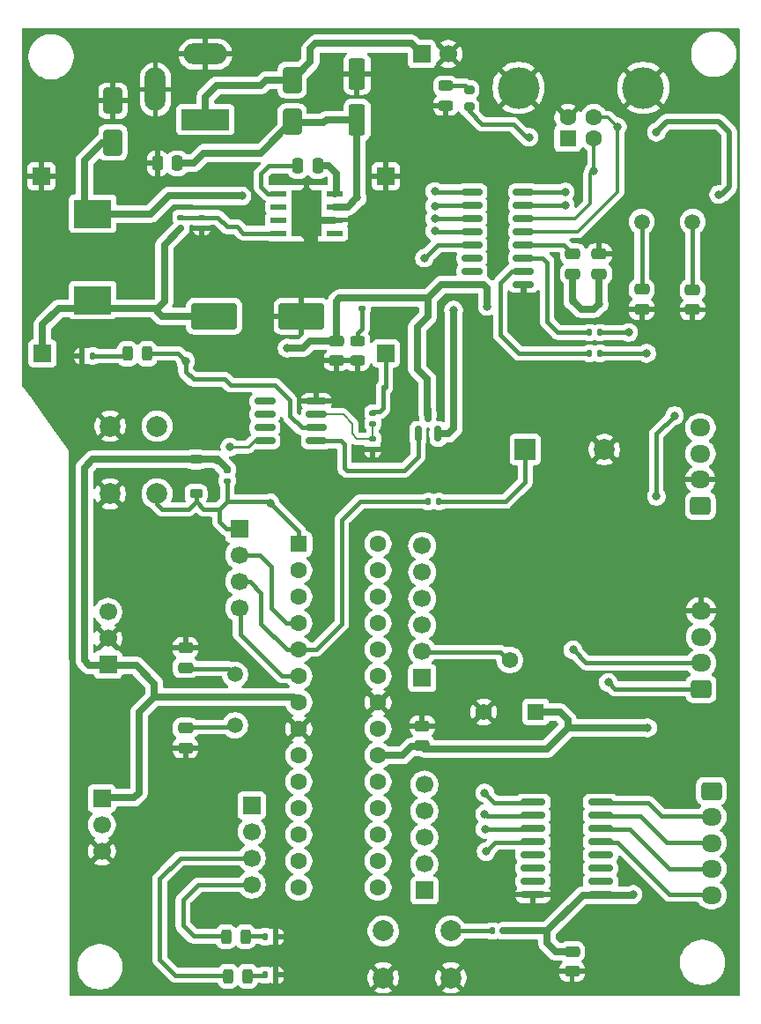
<source format=gbr>
%TF.GenerationSoftware,KiCad,Pcbnew,9.0.2*%
%TF.CreationDate,2025-09-25T10:29:51+05:30*%
%TF.ProjectId,UNO STEMc3.1,554e4f20-5354-4454-9d63-332e312e6b69,rev?*%
%TF.SameCoordinates,Original*%
%TF.FileFunction,Copper,L1,Top*%
%TF.FilePolarity,Positive*%
%FSLAX46Y46*%
G04 Gerber Fmt 4.6, Leading zero omitted, Abs format (unit mm)*
G04 Created by KiCad (PCBNEW 9.0.2) date 2025-09-25 10:29:51*
%MOMM*%
%LPD*%
G01*
G04 APERTURE LIST*
G04 Aperture macros list*
%AMRoundRect*
0 Rectangle with rounded corners*
0 $1 Rounding radius*
0 $2 $3 $4 $5 $6 $7 $8 $9 X,Y pos of 4 corners*
0 Add a 4 corners polygon primitive as box body*
4,1,4,$2,$3,$4,$5,$6,$7,$8,$9,$2,$3,0*
0 Add four circle primitives for the rounded corners*
1,1,$1+$1,$2,$3*
1,1,$1+$1,$4,$5*
1,1,$1+$1,$6,$7*
1,1,$1+$1,$8,$9*
0 Add four rect primitives between the rounded corners*
20,1,$1+$1,$2,$3,$4,$5,0*
20,1,$1+$1,$4,$5,$6,$7,0*
20,1,$1+$1,$6,$7,$8,$9,0*
20,1,$1+$1,$8,$9,$2,$3,0*%
G04 Aperture macros list end*
%TA.AperFunction,SMDPad,CuDef*%
%ADD10RoundRect,0.250000X0.550000X-1.250000X0.550000X1.250000X-0.550000X1.250000X-0.550000X-1.250000X0*%
%TD*%
%TA.AperFunction,SMDPad,CuDef*%
%ADD11RoundRect,0.135000X-0.185000X0.135000X-0.185000X-0.135000X0.185000X-0.135000X0.185000X0.135000X0*%
%TD*%
%TA.AperFunction,ComponentPad*%
%ADD12RoundRect,0.250000X0.725000X-0.600000X0.725000X0.600000X-0.725000X0.600000X-0.725000X-0.600000X0*%
%TD*%
%TA.AperFunction,ComponentPad*%
%ADD13O,1.950000X1.700000*%
%TD*%
%TA.AperFunction,SMDPad,CuDef*%
%ADD14RoundRect,0.243750X0.456250X-0.243750X0.456250X0.243750X-0.456250X0.243750X-0.456250X-0.243750X0*%
%TD*%
%TA.AperFunction,ComponentPad*%
%ADD15RoundRect,0.250000X-0.550000X-0.550000X0.550000X-0.550000X0.550000X0.550000X-0.550000X0.550000X0*%
%TD*%
%TA.AperFunction,ComponentPad*%
%ADD16C,1.600000*%
%TD*%
%TA.AperFunction,SMDPad,CuDef*%
%ADD17RoundRect,0.225000X-0.375000X0.225000X-0.375000X-0.225000X0.375000X-0.225000X0.375000X0.225000X0*%
%TD*%
%TA.AperFunction,ComponentPad*%
%ADD18R,1.700000X1.700000*%
%TD*%
%TA.AperFunction,ComponentPad*%
%ADD19C,1.700000*%
%TD*%
%TA.AperFunction,SMDPad,CuDef*%
%ADD20RoundRect,0.135000X0.135000X0.185000X-0.135000X0.185000X-0.135000X-0.185000X0.135000X-0.185000X0*%
%TD*%
%TA.AperFunction,SMDPad,CuDef*%
%ADD21RoundRect,0.250000X0.475000X-0.250000X0.475000X0.250000X-0.475000X0.250000X-0.475000X-0.250000X0*%
%TD*%
%TA.AperFunction,SMDPad,CuDef*%
%ADD22R,3.600000X2.700000*%
%TD*%
%TA.AperFunction,SMDPad,CuDef*%
%ADD23RoundRect,0.243750X-0.243750X-0.456250X0.243750X-0.456250X0.243750X0.456250X-0.243750X0.456250X0*%
%TD*%
%TA.AperFunction,SMDPad,CuDef*%
%ADD24RoundRect,0.135000X0.185000X-0.135000X0.185000X0.135000X-0.185000X0.135000X-0.185000X-0.135000X0*%
%TD*%
%TA.AperFunction,SMDPad,CuDef*%
%ADD25RoundRect,0.250000X-0.475000X0.250000X-0.475000X-0.250000X0.475000X-0.250000X0.475000X0.250000X0*%
%TD*%
%TA.AperFunction,SMDPad,CuDef*%
%ADD26R,1.550000X0.600000*%
%TD*%
%TA.AperFunction,ComponentPad*%
%ADD27C,0.600000*%
%TD*%
%TA.AperFunction,SMDPad,CuDef*%
%ADD28R,2.600000X3.100000*%
%TD*%
%TA.AperFunction,SMDPad,CuDef*%
%ADD29R,2.950000X4.500000*%
%TD*%
%TA.AperFunction,SMDPad,CuDef*%
%ADD30RoundRect,0.135000X-0.135000X-0.185000X0.135000X-0.185000X0.135000X0.185000X-0.135000X0.185000X0*%
%TD*%
%TA.AperFunction,SMDPad,CuDef*%
%ADD31RoundRect,0.243750X0.243750X0.456250X-0.243750X0.456250X-0.243750X-0.456250X0.243750X-0.456250X0*%
%TD*%
%TA.AperFunction,ComponentPad*%
%ADD32R,1.600000X1.600000*%
%TD*%
%TA.AperFunction,ComponentPad*%
%ADD33C,4.000000*%
%TD*%
%TA.AperFunction,ComponentPad*%
%ADD34R,4.600000X2.000000*%
%TD*%
%TA.AperFunction,ComponentPad*%
%ADD35O,4.200000X2.000000*%
%TD*%
%TA.AperFunction,ComponentPad*%
%ADD36O,2.000000X4.200000*%
%TD*%
%TA.AperFunction,ComponentPad*%
%ADD37C,1.500000*%
%TD*%
%TA.AperFunction,SMDPad,CuDef*%
%ADD38RoundRect,0.250000X0.250000X0.475000X-0.250000X0.475000X-0.250000X-0.475000X0.250000X-0.475000X0*%
%TD*%
%TA.AperFunction,ComponentPad*%
%ADD39C,2.000000*%
%TD*%
%TA.AperFunction,SMDPad,CuDef*%
%ADD40RoundRect,0.250000X0.650000X-1.000000X0.650000X1.000000X-0.650000X1.000000X-0.650000X-1.000000X0*%
%TD*%
%TA.AperFunction,SMDPad,CuDef*%
%ADD41RoundRect,0.250000X-0.250000X-0.475000X0.250000X-0.475000X0.250000X0.475000X-0.250000X0.475000X0*%
%TD*%
%TA.AperFunction,ComponentPad*%
%ADD42RoundRect,0.250000X-0.725000X0.600000X-0.725000X-0.600000X0.725000X-0.600000X0.725000X0.600000X0*%
%TD*%
%TA.AperFunction,ComponentPad*%
%ADD43R,2.000000X2.000000*%
%TD*%
%TA.AperFunction,SMDPad,CuDef*%
%ADD44RoundRect,0.150000X0.150000X-0.587500X0.150000X0.587500X-0.150000X0.587500X-0.150000X-0.587500X0*%
%TD*%
%TA.AperFunction,SMDPad,CuDef*%
%ADD45RoundRect,0.150000X0.825000X0.150000X-0.825000X0.150000X-0.825000X-0.150000X0.825000X-0.150000X0*%
%TD*%
%TA.AperFunction,SMDPad,CuDef*%
%ADD46RoundRect,0.200000X0.275000X-0.200000X0.275000X0.200000X-0.275000X0.200000X-0.275000X-0.200000X0*%
%TD*%
%TA.AperFunction,SMDPad,CuDef*%
%ADD47RoundRect,0.150000X-1.050000X-0.150000X1.050000X-0.150000X1.050000X0.150000X-1.050000X0.150000X0*%
%TD*%
%TA.AperFunction,ComponentPad*%
%ADD48R,1.560000X1.560000*%
%TD*%
%TA.AperFunction,ComponentPad*%
%ADD49C,1.560000*%
%TD*%
%TA.AperFunction,SMDPad,CuDef*%
%ADD50RoundRect,0.250000X-1.950000X-1.000000X1.950000X-1.000000X1.950000X1.000000X-1.950000X1.000000X0*%
%TD*%
%TA.AperFunction,ViaPad*%
%ADD51C,0.800000*%
%TD*%
%TA.AperFunction,Conductor*%
%ADD52C,0.700000*%
%TD*%
%TA.AperFunction,Conductor*%
%ADD53C,0.404000*%
%TD*%
%TA.AperFunction,Conductor*%
%ADD54C,1.000000*%
%TD*%
%TA.AperFunction,Conductor*%
%ADD55C,0.500000*%
%TD*%
%TA.AperFunction,Conductor*%
%ADD56C,0.250000*%
%TD*%
%TA.AperFunction,Conductor*%
%ADD57C,0.400000*%
%TD*%
%TA.AperFunction,Conductor*%
%ADD58C,0.300000*%
%TD*%
%TA.AperFunction,Conductor*%
%ADD59C,0.200000*%
%TD*%
G04 APERTURE END LIST*
D10*
%TO.P,C1,2*%
%TO.N,GND*%
X94730000Y-88920000D03*
%TO.P,C1,1*%
%TO.N,Vin*%
X94730000Y-93320000D03*
%TD*%
D11*
%TO.P,R5,2*%
%TO.N,Net-(D3-A)*%
X95230000Y-111420000D03*
%TO.P,R5,1*%
%TO.N,+5V*%
X95230000Y-110400000D03*
%TD*%
D12*
%TO.P,J4,1,Pin_1*%
%TO.N,+5V*%
X127732114Y-130400000D03*
D13*
%TO.P,J4,2,Pin_2*%
%TO.N,GND*%
X127732114Y-127900000D03*
%TO.P,J4,3,Pin_3*%
%TO.N,RXD*%
X127732114Y-125400000D03*
%TO.P,J4,4,Pin_4*%
%TO.N,TXD*%
X127732114Y-122900000D03*
%TD*%
D14*
%TO.P,D3,1,K*%
%TO.N,GND*%
X94750000Y-116437500D03*
%TO.P,D3,2,A*%
%TO.N,Net-(D3-A)*%
X94750000Y-114562500D03*
%TD*%
D15*
%TO.P,U6,1,~{RESET}/PC6*%
%TO.N,RESET*%
X89130000Y-134060000D03*
D16*
%TO.P,U6,2,PD0*%
%TO.N,RXD*%
X89130000Y-136600000D03*
%TO.P,U6,3,PD1*%
%TO.N,TXD*%
X89130000Y-139140000D03*
%TO.P,U6,4,PD2*%
%TO.N,D2*%
X89130000Y-141680000D03*
%TO.P,U6,5,PD3*%
%TO.N,D3*%
X89130000Y-144220000D03*
%TO.P,U6,6,PD4*%
%TO.N,D4*%
X89130000Y-146760000D03*
%TO.P,U6,7,VCC*%
%TO.N,+5V*%
X89130000Y-149300000D03*
%TO.P,U6,8,GND*%
%TO.N,GND*%
X89130000Y-151840000D03*
%TO.P,U6,9,XTAL1/PB6*%
%TO.N,/Atmega328-PU/XTAL1*%
X89130000Y-154380000D03*
%TO.P,U6,10,XTAL2/PB7*%
%TO.N,/Atmega328-PU/XTAL2*%
X89130000Y-156920000D03*
%TO.P,U6,11,PD5*%
%TO.N,D5*%
X89130000Y-159460000D03*
%TO.P,U6,12,PD6*%
%TO.N,D6*%
X89130000Y-162000000D03*
%TO.P,U6,13,PD7*%
%TO.N,D7*%
X89130000Y-164540000D03*
%TO.P,U6,14,PB0*%
%TO.N,D8*%
X89130000Y-167080000D03*
%TO.P,U6,15,PB1*%
%TO.N,D9*%
X96750000Y-167080000D03*
%TO.P,U6,16,PB2*%
%TO.N,SS{slash}D10*%
X96750000Y-164540000D03*
%TO.P,U6,17,PB3*%
%TO.N,MOSI{slash}D11*%
X96750000Y-162000000D03*
%TO.P,U6,18,PB4*%
%TO.N,MISO{slash}D12*%
X96750000Y-159460000D03*
%TO.P,U6,19,PB5*%
%TO.N,SCK{slash}D13*%
X96750000Y-156920000D03*
%TO.P,U6,20,AVCC*%
%TO.N,+5V*%
X96750000Y-154380000D03*
%TO.P,U6,21,AREF*%
%TO.N,AREF*%
X96750000Y-151840000D03*
%TO.P,U6,22,GND*%
%TO.N,GND*%
X96750000Y-149300000D03*
%TO.P,U6,23,PC0*%
%TO.N,ADC0*%
X96750000Y-146760000D03*
%TO.P,U6,24,PC1*%
%TO.N,ADC1*%
X96750000Y-144220000D03*
%TO.P,U6,25,PC2*%
%TO.N,ADC2*%
X96750000Y-141680000D03*
%TO.P,U6,26,PC3*%
%TO.N,ADC3*%
X96750000Y-139140000D03*
%TO.P,U6,27,PC4*%
%TO.N,ADC4*%
X96750000Y-136600000D03*
%TO.P,U6,28,PC5*%
%TO.N,ADC5*%
X96750000Y-134060000D03*
%TD*%
D17*
%TO.P,D5,1,K*%
%TO.N,+5V*%
X79250000Y-125950000D03*
%TO.P,D5,2,A*%
%TO.N,RESET*%
X79250000Y-129250000D03*
%TD*%
D18*
%TO.P,J6,1,Pin_1*%
%TO.N,D5*%
X84600000Y-159180000D03*
D19*
%TO.P,J6,2,Pin_2*%
%TO.N,D6*%
X84600000Y-161720000D03*
%TO.P,J6,3,Pin_3*%
%TO.N,D7*%
X84600000Y-164260000D03*
%TO.P,J6,4,Pin_4*%
%TO.N,D8*%
X84600000Y-166800000D03*
%TD*%
D20*
%TO.P,R11,1*%
%TO.N,+5V*%
X108770000Y-171250000D03*
%TO.P,R11,2*%
%TO.N,D9*%
X107750000Y-171250000D03*
%TD*%
%TO.P,R17,1*%
%TO.N,Net-(D11-K)*%
X69310000Y-116000000D03*
%TO.P,R17,2*%
%TO.N,GND*%
X68290000Y-116000000D03*
%TD*%
D21*
%TO.P,C17,1*%
%TO.N,/Atmega328-PU/XTAL1*%
X78250000Y-145950000D03*
%TO.P,C17,2*%
%TO.N,GND*%
X78250000Y-144050000D03*
%TD*%
D14*
%TO.P,D4,1,K*%
%TO.N,GND*%
X103250000Y-91937500D03*
%TO.P,D4,2,A*%
%TO.N,Net-(D4-A)*%
X103250000Y-90062500D03*
%TD*%
D22*
%TO.P,L1,1,1*%
%TO.N,Net-(D2-K)*%
X69300000Y-102350000D03*
%TO.P,L1,2,2*%
%TO.N,+5V*%
X69300000Y-110650000D03*
%TD*%
D23*
%TO.P,D11,1,K*%
%TO.N,Net-(D11-K)*%
X72662500Y-115800000D03*
%TO.P,D11,2,A*%
%TO.N,+3V3*%
X74537500Y-115800000D03*
%TD*%
D24*
%TO.P,R3,1*%
%TO.N,+5V*%
X77800000Y-103710000D03*
%TO.P,R3,2*%
%TO.N,Net-(U2-VSENSE)*%
X77800000Y-102690000D03*
%TD*%
D25*
%TO.P,C18,1*%
%TO.N,/Atmega328-PU/XTAL2*%
X78250000Y-151762500D03*
%TO.P,C18,2*%
%TO.N,GND*%
X78250000Y-153662500D03*
%TD*%
%TO.P,C14,1*%
%TO.N,/USB-TTL/X1*%
X122100000Y-109620000D03*
%TO.P,C14,2*%
%TO.N,GND*%
X122100000Y-111520000D03*
%TD*%
D21*
%TO.P,C10,1*%
%TO.N,+5V*%
X118000000Y-108120000D03*
%TO.P,C10,2*%
%TO.N,GND*%
X118000000Y-106220000D03*
%TD*%
D26*
%TO.P,U2,1,BOOT*%
%TO.N,Net-(U2-BOOT)*%
X87200000Y-100395000D03*
%TO.P,U2,2,NC*%
%TO.N,unconnected-(U2-NC-Pad2)*%
X87200000Y-101665000D03*
%TO.P,U2,3,NC*%
%TO.N,unconnected-(U2-NC-Pad3)*%
X87200000Y-102935000D03*
%TO.P,U2,4,VSENSE*%
%TO.N,Net-(U2-VSENSE)*%
X87200000Y-104205000D03*
%TO.P,U2,5,EN*%
%TO.N,unconnected-(U2-EN-Pad5)*%
X92600000Y-104205000D03*
%TO.P,U2,6,GND*%
%TO.N,GND*%
X92600000Y-102935000D03*
%TO.P,U2,7,VIN*%
%TO.N,Vin*%
X92600000Y-101665000D03*
%TO.P,U2,8,PH*%
%TO.N,Net-(D2-K)*%
X92600000Y-100395000D03*
D27*
%TO.P,U2,9,GNDPAD*%
%TO.N,GND*%
X89300000Y-100500000D03*
X89300000Y-101700000D03*
X89300000Y-103000000D03*
X89300000Y-104100000D03*
D28*
X89900000Y-102300000D03*
D29*
X89900000Y-102300000D03*
D27*
X90500000Y-100500000D03*
X90500000Y-101700000D03*
X90500000Y-103000000D03*
X90500000Y-104100000D03*
%TD*%
D30*
%TO.P,R6,1*%
%TO.N,Net-(U5-TXD)*%
X117065000Y-115750000D03*
%TO.P,R6,2*%
%TO.N,RXD*%
X118085000Y-115750000D03*
%TD*%
D11*
%TO.P,R1,1*%
%TO.N,Vin*%
X96250000Y-121480000D03*
%TO.P,R1,2*%
%TO.N,Net-(U1A-+)*%
X96250000Y-122500000D03*
%TD*%
D18*
%TO.P,J15,1,Pin_1*%
%TO.N,GND*%
X97500000Y-98750000D03*
%TD*%
D31*
%TO.P,D6,1,K*%
%TO.N,Net-(D6-K)*%
X84000000Y-171800000D03*
%TO.P,D6,2,A*%
%TO.N,D8*%
X82125000Y-171800000D03*
%TD*%
D18*
%TO.P,J7,1,Pin_1*%
%TO.N,D9*%
X101200000Y-167360000D03*
D19*
%TO.P,J7,2,Pin_2*%
%TO.N,SS{slash}D10*%
X101200000Y-164820000D03*
%TO.P,J7,3,Pin_3*%
%TO.N,MOSI{slash}D11*%
X101200000Y-162280000D03*
%TO.P,J7,4,Pin_4*%
%TO.N,MISO{slash}D12*%
X101200000Y-159740000D03*
%TO.P,J7,5,Pin_5*%
%TO.N,SCK{slash}D13*%
X101200000Y-157200000D03*
%TD*%
D21*
%TO.P,C19,1*%
%TO.N,+5V*%
X101000000Y-153450000D03*
%TO.P,C19,2*%
%TO.N,GND*%
X101000000Y-151550000D03*
%TD*%
D18*
%TO.P,J14,1,Pin_1*%
%TO.N,+5V*%
X64500000Y-115750000D03*
%TD*%
D25*
%TO.P,C9,1*%
%TO.N,+5V*%
X92750000Y-114550000D03*
%TO.P,C9,2*%
%TO.N,GND*%
X92750000Y-116450000D03*
%TD*%
D11*
%TO.P,R9,1*%
%TO.N,+5V*%
X82250000Y-126990000D03*
%TO.P,R9,2*%
%TO.N,RESET*%
X82250000Y-128010000D03*
%TD*%
D32*
%TO.P,J2,1,VBUS*%
%TO.N,USB_VCC*%
X115000000Y-95110000D03*
D16*
%TO.P,J2,2,D-*%
%TO.N,/USB-TTL/D-*%
X117500000Y-95110000D03*
%TO.P,J2,3,D+*%
%TO.N,/USB-TTL/D+*%
X117500000Y-93110000D03*
%TO.P,J2,4,GND*%
%TO.N,GND*%
X115000000Y-93110000D03*
D33*
%TO.P,J2,5,Shield*%
X110250000Y-90250000D03*
X122250000Y-90250000D03*
%TD*%
D18*
%TO.P,J9,1,Pin_1*%
%TO.N,PWRIN*%
X100960000Y-87000000D03*
D19*
%TO.P,J9,2,Pin_2*%
%TO.N,GND*%
X103500000Y-87000000D03*
%TD*%
D34*
%TO.P,J1,1*%
%TO.N,PWRIN*%
X80150000Y-93300000D03*
D35*
%TO.P,J1,2*%
%TO.N,GND*%
X80150000Y-87000000D03*
D36*
%TO.P,J1,3*%
X75350000Y-90400000D03*
%TD*%
D37*
%TO.P,Y1,1,1*%
%TO.N,/USB-TTL/X1*%
X122100000Y-103120000D03*
%TO.P,Y1,2,2*%
%TO.N,/USB-TTL/X0*%
X126980000Y-103120000D03*
%TD*%
D38*
%TO.P,C2,1*%
%TO.N,Vin*%
X77450000Y-97500000D03*
%TO.P,C2,2*%
%TO.N,GND*%
X75550000Y-97500000D03*
%TD*%
D39*
%TO.P,SW2,1,1*%
%TO.N,D9*%
X97250000Y-171250000D03*
X103750000Y-171250000D03*
%TO.P,SW2,2,2*%
%TO.N,GND*%
X97250000Y-175750000D03*
X103750000Y-175750000D03*
%TD*%
D40*
%TO.P,D1,1,K*%
%TO.N,Vin*%
X88500000Y-93500000D03*
%TO.P,D1,2,A*%
%TO.N,PWRIN*%
X88500000Y-89500000D03*
%TD*%
D31*
%TO.P,D10,1,K*%
%TO.N,Net-(D10-K)*%
X84200000Y-175600000D03*
%TO.P,D10,2,A*%
%TO.N,D7*%
X82325000Y-175600000D03*
%TD*%
D18*
%TO.P,J12,1,Pin_1*%
%TO.N,Vin*%
X97500000Y-115750000D03*
%TD*%
%TO.P,J17,1,Pin_1*%
%TO.N,GND*%
X64388474Y-98750000D03*
%TD*%
%TO.P,J10,1,Pin_1*%
%TO.N,+5V*%
X70800000Y-145680000D03*
D19*
%TO.P,J10,2,Pin_2*%
%TO.N,GND*%
X70800000Y-143140000D03*
%TO.P,J10,3,Pin_3*%
%TO.N,D5*%
X70800000Y-140600000D03*
%TD*%
D25*
%TO.P,C7,1*%
%TO.N,+5V*%
X115400000Y-173250000D03*
%TO.P,C7,2*%
%TO.N,GND*%
X115400000Y-175150000D03*
%TD*%
%TO.P,C15,1*%
%TO.N,/USB-TTL/X0*%
X126980000Y-109670000D03*
%TO.P,C15,2*%
%TO.N,GND*%
X126980000Y-111570000D03*
%TD*%
D30*
%TO.P,R12,1*%
%TO.N,Net-(D6-K)*%
X85890000Y-171800000D03*
%TO.P,R12,2*%
%TO.N,GND*%
X86910000Y-171800000D03*
%TD*%
D41*
%TO.P,C5,1*%
%TO.N,Net-(U2-BOOT)*%
X89050000Y-97750000D03*
%TO.P,C5,2*%
%TO.N,Net-(D2-K)*%
X90950000Y-97750000D03*
%TD*%
D30*
%TO.P,R10,1*%
%TO.N,D3*%
X101577500Y-130000000D03*
%TO.P,R10,2*%
%TO.N,Net-(BZ1-+)*%
X102597500Y-130000000D03*
%TD*%
D42*
%TO.P,J11,1,Pin_1*%
%TO.N,+5V*%
X128800000Y-157800000D03*
D13*
%TO.P,J11,2,Pin_2*%
%TO.N,/Atmega328-PU/1C*%
X128800000Y-160300000D03*
%TO.P,J11,3,Pin_3*%
%TO.N,/Atmega328-PU/2C*%
X128800000Y-162800000D03*
%TO.P,J11,4,Pin_4*%
%TO.N,/Atmega328-PU/3C*%
X128800000Y-165300000D03*
%TO.P,J11,5,Pin_5*%
%TO.N,/Atmega328-PU/4C*%
X128800000Y-167800000D03*
%TD*%
D37*
%TO.P,Y2,1,1*%
%TO.N,/Atmega328-PU/XTAL2*%
X83000000Y-151500000D03*
%TO.P,Y2,2,2*%
%TO.N,/Atmega328-PU/XTAL1*%
X83000000Y-146620000D03*
%TD*%
D43*
%TO.P,BZ1,1,+*%
%TO.N,Net-(BZ1-+)*%
X110900000Y-125000000D03*
D39*
%TO.P,BZ1,2,-*%
%TO.N,GND*%
X118500000Y-125000000D03*
%TD*%
D30*
%TO.P,R16,1*%
%TO.N,Net-(D10-K)*%
X85892597Y-175486456D03*
%TO.P,R16,2*%
%TO.N,GND*%
X86912597Y-175486456D03*
%TD*%
D18*
%TO.P,J5,1,Pin_1*%
%TO.N,RESET*%
X83400000Y-132590000D03*
D19*
%TO.P,J5,2,Pin_2*%
%TO.N,D2*%
X83400000Y-135130000D03*
%TO.P,J5,3,Pin_3*%
%TO.N,D3*%
X83400000Y-137670000D03*
%TO.P,J5,4,Pin_4*%
%TO.N,D4*%
X83400000Y-140210000D03*
%TD*%
D39*
%TO.P,SW1,1,1*%
%TO.N,RESET*%
X75500000Y-122750000D03*
X75500000Y-129250000D03*
%TO.P,SW1,2,2*%
%TO.N,GND*%
X71000000Y-122750000D03*
X71000000Y-129250000D03*
%TD*%
D44*
%TO.P,Q1,1,G*%
%TO.N,Net-(Q1-G)*%
X100600000Y-123500000D03*
%TO.P,Q1,2,S*%
%TO.N,USB_VCC*%
X102500000Y-123500000D03*
%TO.P,Q1,3,D*%
%TO.N,+5V*%
X101550000Y-121625000D03*
%TD*%
D12*
%TO.P,J16,1,Pin_1*%
%TO.N,ADC5*%
X127800000Y-148000000D03*
D13*
%TO.P,J16,2,Pin_2*%
%TO.N,ADC4*%
X127800000Y-145500000D03*
%TO.P,J16,3,Pin_3*%
%TO.N,+5V*%
X127800000Y-143000000D03*
%TO.P,J16,4,Pin_4*%
%TO.N,GND*%
X127800000Y-140500000D03*
%TD*%
D45*
%TO.P,U5,1,GND*%
%TO.N,GND*%
X110730000Y-109140000D03*
%TO.P,U5,2,TXD*%
%TO.N,Net-(U5-TXD)*%
X110730000Y-107870000D03*
%TO.P,U5,3,RXD*%
%TO.N,Net-(U5-RXD)*%
X110730000Y-106600000D03*
%TO.P,U5,4,V3*%
%TO.N,Net-(U5-V3)*%
X110730000Y-105330000D03*
%TO.P,U5,5,UD+*%
%TO.N,/USB-TTL/D+*%
X110730000Y-104060000D03*
%TO.P,U5,6,UD-*%
%TO.N,/USB-TTL/D-*%
X110730000Y-102790000D03*
%TO.P,U5,7,XI*%
%TO.N,/USB-TTL/X1*%
X110730000Y-101520000D03*
%TO.P,U5,8,XO*%
%TO.N,/USB-TTL/X0*%
X110730000Y-100250000D03*
%TO.P,U5,9,~{CTS}*%
%TO.N,/USB-TTL/CTS*%
X105780000Y-100250000D03*
%TO.P,U5,10,~{DSR}*%
%TO.N,/USB-TTL/DSR*%
X105780000Y-101520000D03*
%TO.P,U5,11,~{RI}*%
%TO.N,/USB-TTL/RI*%
X105780000Y-102790000D03*
%TO.P,U5,12,~{DCD}*%
%TO.N,/USB-TTL/DCD*%
X105780000Y-104060000D03*
%TO.P,U5,13,~{DTR}*%
%TO.N,RESET*%
X105780000Y-105330000D03*
%TO.P,U5,14,~{RTS}*%
%TO.N,unconnected-(U5-~{RTS}-Pad14)*%
X105780000Y-106600000D03*
%TO.P,U5,15,R232*%
%TO.N,unconnected-(U5-R232-Pad15)*%
X105780000Y-107870000D03*
%TO.P,U5,16,VCC*%
%TO.N,+5V*%
X105780000Y-109140000D03*
%TD*%
D46*
%TO.P,R8,1*%
%TO.N,USB_VCC*%
X105500000Y-92075000D03*
%TO.P,R8,2*%
%TO.N,Net-(D4-A)*%
X105500000Y-90425000D03*
%TD*%
D47*
%TO.P,U7,1,I1*%
%TO.N,SCK{slash}D13*%
X111633100Y-158879480D03*
%TO.P,U7,2,I2*%
%TO.N,MISO{slash}D12*%
X111633100Y-160149480D03*
%TO.P,U7,3,I3*%
%TO.N,MOSI{slash}D11*%
X111633100Y-161419480D03*
%TO.P,U7,4,I4*%
%TO.N,SS{slash}D10*%
X111633100Y-162689480D03*
%TO.P,U7,5,I5*%
%TO.N,unconnected-(U7-I5-Pad5)*%
X111633100Y-163959480D03*
%TO.P,U7,6,I6*%
%TO.N,unconnected-(U7-I6-Pad6)*%
X111633100Y-165229480D03*
%TO.P,U7,7,I7*%
%TO.N,unconnected-(U7-I7-Pad7)*%
X111633100Y-166499480D03*
%TO.P,U7,8,GND*%
%TO.N,GND*%
X111633100Y-167769480D03*
%TO.P,U7,9,COM*%
%TO.N,+5V*%
X118133100Y-167769480D03*
%TO.P,U7,10,O7*%
%TO.N,unconnected-(U7-O7-Pad10)*%
X118133100Y-166499480D03*
%TO.P,U7,11,O6*%
%TO.N,unconnected-(U7-O6-Pad11)*%
X118133100Y-165229480D03*
%TO.P,U7,12,O5*%
%TO.N,unconnected-(U7-O5-Pad12)*%
X118133100Y-163959480D03*
%TO.P,U7,13,O4*%
%TO.N,/Atmega328-PU/4C*%
X118133100Y-162689480D03*
%TO.P,U7,14,O3*%
%TO.N,/Atmega328-PU/3C*%
X118133100Y-161419480D03*
%TO.P,U7,15,O2*%
%TO.N,/Atmega328-PU/2C*%
X118133100Y-160149480D03*
%TO.P,U7,16,O1*%
%TO.N,/Atmega328-PU/1C*%
X118133100Y-158879480D03*
%TD*%
D11*
%TO.P,R4,1*%
%TO.N,Net-(U2-VSENSE)*%
X79800000Y-102690000D03*
%TO.P,R4,2*%
%TO.N,GND*%
X79800000Y-103710000D03*
%TD*%
D20*
%TO.P,R7,1*%
%TO.N,TXD*%
X118085000Y-113750000D03*
%TO.P,R7,2*%
%TO.N,Net-(U5-RXD)*%
X117065000Y-113750000D03*
%TD*%
D18*
%TO.P,J8,1,Pin_1*%
%TO.N,ADC0*%
X101000000Y-146960000D03*
D19*
%TO.P,J8,2,Pin_2*%
%TO.N,ADC1*%
X101000000Y-144420000D03*
%TO.P,J8,3,Pin_3*%
%TO.N,ADC2*%
X101000000Y-141880000D03*
%TO.P,J8,4,Pin_4*%
%TO.N,ADC3*%
X101000000Y-139340000D03*
%TO.P,J8,5,Pin_5*%
%TO.N,ADC4*%
X101000000Y-136800000D03*
%TO.P,J8,6,Pin_6*%
%TO.N,ADC5*%
X101000000Y-134260000D03*
%TD*%
D18*
%TO.P,J13,1,Pin_1*%
%TO.N,+5V*%
X70200000Y-158520000D03*
D19*
%TO.P,J13,2,Pin_2*%
%TO.N,D6*%
X70200000Y-161060000D03*
%TO.P,J13,3,Pin_3*%
%TO.N,GND*%
X70200000Y-163600000D03*
%TD*%
D45*
%TO.P,U1,1*%
%TO.N,Net-(Q1-G)*%
X90825000Y-124180000D03*
%TO.P,U1,2,-*%
%TO.N,+3V3*%
X90825000Y-122910000D03*
%TO.P,U1,3,+*%
%TO.N,Net-(U1A-+)*%
X90825000Y-121640000D03*
%TO.P,U1,4,V-*%
%TO.N,GND*%
X90825000Y-120370000D03*
%TO.P,U1,5*%
%TO.N,N/C*%
X85875000Y-120370000D03*
%TO.P,U1,6*%
X85875000Y-121640000D03*
%TO.P,U1,7*%
X85875000Y-122910000D03*
%TO.P,U1,8,V+*%
%TO.N,+5V*%
X85875000Y-124180000D03*
%TD*%
D48*
%TO.P,RV1,1,1*%
%TO.N,+5V*%
X111900000Y-150200000D03*
D49*
%TO.P,RV1,2,2*%
%TO.N,ADC1*%
X109400000Y-145200000D03*
%TO.P,RV1,3,3*%
%TO.N,GND*%
X106900000Y-150200000D03*
%TD*%
D11*
%TO.P,R2,1*%
%TO.N,Net-(U1A-+)*%
X96250000Y-123980000D03*
%TO.P,R2,2*%
%TO.N,GND*%
X96250000Y-125000000D03*
%TD*%
D50*
%TO.P,C8,1*%
%TO.N,+5V*%
X81000000Y-112200000D03*
%TO.P,C8,2*%
%TO.N,GND*%
X89400000Y-112200000D03*
%TD*%
D21*
%TO.P,C16,1*%
%TO.N,+5V*%
X115480000Y-108120000D03*
%TO.P,C16,2*%
%TO.N,Net-(U5-V3)*%
X115480000Y-106220000D03*
%TD*%
D40*
%TO.P,D2,1,K*%
%TO.N,Net-(D2-K)*%
X71250000Y-95500000D03*
%TO.P,D2,2,A*%
%TO.N,GND*%
X71250000Y-91500000D03*
%TD*%
D51*
%TO.N,GND*%
X104000000Y-125750000D03*
X111250000Y-117750000D03*
X128250000Y-114750000D03*
X90500000Y-106000000D03*
X120000000Y-174200000D03*
X95200000Y-119600000D03*
X129750000Y-91500000D03*
X111250000Y-114250000D03*
X98500000Y-125250000D03*
X114250000Y-98000000D03*
X129750000Y-91500000D03*
%TO.N,+5V*%
X88000000Y-115250000D03*
X122670000Y-151750000D03*
X118000000Y-111000000D03*
X82500000Y-124750000D03*
X121250000Y-167750000D03*
X107250000Y-111250000D03*
X115500000Y-110750000D03*
X81250000Y-126000000D03*
X129500000Y-100500000D03*
X123500000Y-94500000D03*
%TO.N,Vin*%
X94730000Y-100810000D03*
%TO.N,+3V3*%
X78250000Y-116500000D03*
%TO.N,/USB-TTL/X1*%
X114750000Y-101555287D03*
%TO.N,/USB-TTL/X0*%
X114750000Y-100250000D03*
%TO.N,RESET*%
X86375000Y-130125000D03*
X101200000Y-106600000D03*
%TO.N,/USB-TTL/D+*%
X119750000Y-94000000D03*
%TO.N,/USB-TTL/D-*%
X117500000Y-98250000D03*
%TO.N,/USB-TTL/DCD*%
X102200000Y-104000000D03*
%TO.N,/USB-TTL/RI*%
X102200000Y-102800000D03*
%TO.N,/USB-TTL/DSR*%
X102200000Y-101600000D03*
%TO.N,/USB-TTL/CTS*%
X102200000Y-100200000D03*
%TO.N,MISO{slash}D12*%
X107000000Y-160000000D03*
%TO.N,SCK{slash}D13*%
X107000000Y-158000000D03*
%TO.N,MOSI{slash}D11*%
X107025000Y-161475000D03*
%TO.N,SS{slash}D10*%
X107125000Y-163625000D03*
%TO.N,RXD*%
X122575000Y-115750000D03*
%TO.N,TXD*%
X120825000Y-113750000D03*
X123500000Y-129500000D03*
X125250000Y-121750000D03*
%TO.N,USB_VCC*%
X111250000Y-95000000D03*
X104000000Y-111600000D03*
%TO.N,ADC4*%
X115500000Y-144250000D03*
%TO.N,ADC5*%
X118875000Y-147375000D03*
%TO.N,Net-(D2-K)*%
X91000000Y-97750000D03*
X83655000Y-100645000D03*
%TD*%
D52*
%TO.N,+5V*%
X66050000Y-111450000D02*
X75550000Y-111450000D01*
X64500000Y-113000000D02*
X66050000Y-111450000D01*
X64500000Y-115750000D02*
X64500000Y-113000000D01*
D53*
%TO.N,D4*%
X87510000Y-146760000D02*
X89130000Y-146760000D01*
X83500000Y-142750000D02*
X87510000Y-146760000D01*
X83500000Y-140250000D02*
X83500000Y-142750000D01*
%TO.N,Net-(D3-A)*%
X94750000Y-113850000D02*
X95230000Y-113370000D01*
X94750000Y-114562500D02*
X94750000Y-113850000D01*
X95230000Y-113370000D02*
X95230000Y-111420000D01*
%TO.N,/Atmega328-PU/XTAL1*%
X82417500Y-146037500D02*
X83000000Y-146620000D01*
X78250000Y-146037500D02*
X82417500Y-146037500D01*
D54*
%TO.N,GND*%
X90500000Y-104100000D02*
X90500000Y-106000000D01*
D53*
X110750000Y-109160000D02*
X110730000Y-109140000D01*
D52*
X90500000Y-103000000D02*
X92535000Y-103000000D01*
D53*
X110750000Y-113750000D02*
X110750000Y-109160000D01*
X111250000Y-114250000D02*
X110750000Y-113750000D01*
%TO.N,/Atmega328-PU/XTAL2*%
X82825000Y-151675000D02*
X83000000Y-151500000D01*
X78250000Y-151675000D02*
X82825000Y-151675000D01*
D52*
%TO.N,+5V*%
X101550000Y-121625000D02*
X101500000Y-121575000D01*
X101000000Y-153537500D02*
X99962500Y-153537500D01*
X75550000Y-111450000D02*
X75550000Y-111750000D01*
X75250000Y-148750000D02*
X75250000Y-147500000D01*
X76200000Y-105310000D02*
X77800000Y-103710000D01*
X107250000Y-111250000D02*
X107250000Y-109500000D01*
X99962500Y-153537500D02*
X99120000Y-154380000D01*
X101542500Y-110457500D02*
X102860000Y-109140000D01*
X101212500Y-153750000D02*
X113000000Y-153750000D01*
X107250000Y-109500000D02*
X106890000Y-109140000D01*
X115400000Y-173250000D02*
X113850000Y-173250000D01*
X68500000Y-145250000D02*
X69000000Y-145750000D01*
X114250000Y-150250000D02*
X115000000Y-151000000D01*
D55*
X129750000Y-100500000D02*
X129500000Y-100500000D01*
D52*
X100500000Y-117250000D02*
X100500000Y-113250000D01*
D55*
X124500000Y-93500000D02*
X129500000Y-93500000D01*
D52*
X113000000Y-172400000D02*
X113850000Y-173250000D01*
X79250000Y-125950000D02*
X69300000Y-125950000D01*
X113000000Y-153750000D02*
X115000000Y-151750000D01*
D56*
X84850000Y-124180000D02*
X85875000Y-124180000D01*
D55*
X130500000Y-99750000D02*
X129750000Y-100500000D01*
D52*
X102860000Y-109140000D02*
X105780000Y-109140000D01*
X118055000Y-167825000D02*
X121250000Y-167825000D01*
X116425000Y-167825000D02*
X113000000Y-171250000D01*
X116250000Y-111500000D02*
X117500000Y-111500000D01*
D56*
X82500000Y-124750000D02*
X84280000Y-124750000D01*
D52*
X70250000Y-158460000D02*
X73290000Y-158460000D01*
D55*
X129500000Y-93500000D02*
X130500000Y-94500000D01*
D52*
X101542500Y-112207500D02*
X101542500Y-110457500D01*
D55*
X130500000Y-94500000D02*
X130500000Y-99750000D01*
D56*
X84280000Y-124750000D02*
X84850000Y-124180000D01*
D52*
X100500000Y-113250000D02*
X101542500Y-112207500D01*
X69000000Y-145750000D02*
X70750000Y-145750000D01*
X101000000Y-153537500D02*
X101212500Y-153750000D01*
X69300000Y-125950000D02*
X68500000Y-126750000D01*
X73750000Y-150250000D02*
X75250000Y-148750000D01*
X111750000Y-150250000D02*
X114250000Y-150250000D01*
X68500000Y-126750000D02*
X68500000Y-145250000D01*
X117500000Y-111500000D02*
X118000000Y-111000000D01*
X76200000Y-110800000D02*
X76200000Y-105310000D01*
X75250000Y-148750000D02*
X88580000Y-148750000D01*
D55*
X123500000Y-94500000D02*
X124500000Y-93500000D01*
D52*
X73750000Y-158000000D02*
X73750000Y-150250000D01*
X75550000Y-111450000D02*
X76200000Y-110800000D01*
X115480000Y-110520000D02*
X115480000Y-108120000D01*
X108770000Y-171250000D02*
X113000000Y-171250000D01*
X101500000Y-121575000D02*
X101500000Y-118250000D01*
X118055000Y-167825000D02*
X116425000Y-167825000D01*
X115000000Y-151750000D02*
X115000000Y-151000000D01*
X118000000Y-111000000D02*
X118000000Y-108120000D01*
X90200000Y-114550000D02*
X89500000Y-115250000D01*
X99120000Y-154380000D02*
X96750000Y-154380000D01*
X88580000Y-148750000D02*
X89130000Y-149300000D01*
X115000000Y-151750000D02*
X122670000Y-151750000D01*
X76000000Y-112200000D02*
X81000000Y-112200000D01*
X101500000Y-118250000D02*
X100500000Y-117250000D01*
X106890000Y-109140000D02*
X105780000Y-109140000D01*
X73290000Y-158460000D02*
X73750000Y-158000000D01*
X115500000Y-110750000D02*
X116250000Y-111500000D01*
X92750000Y-114550000D02*
X90200000Y-114550000D01*
X81311000Y-125950000D02*
X82250000Y-126889000D01*
X75250000Y-147500000D02*
X73500000Y-145750000D01*
X75550000Y-111750000D02*
X76000000Y-112200000D01*
X79250000Y-125950000D02*
X81311000Y-125950000D01*
X113000000Y-171250000D02*
X113000000Y-172400000D01*
X89500000Y-115250000D02*
X88000000Y-115250000D01*
X73500000Y-145750000D02*
X70750000Y-145750000D01*
D57*
%TO.N,Vin*%
X97250869Y-118983370D02*
X97250869Y-119250000D01*
D52*
X85500000Y-96500000D02*
X80000000Y-96500000D01*
X88380000Y-93620000D02*
X85500000Y-96500000D01*
D57*
X96871000Y-121379000D02*
X96250000Y-121379000D01*
X97250869Y-119750869D02*
X97250000Y-119751738D01*
D52*
X80000000Y-96500000D02*
X79000000Y-97500000D01*
X94730000Y-100810000D02*
X93875000Y-101665000D01*
X91500000Y-93620000D02*
X91800000Y-93320000D01*
X93875000Y-101665000D02*
X92600000Y-101665000D01*
D57*
X97250000Y-121000000D02*
X96871000Y-121379000D01*
D52*
X79000000Y-97500000D02*
X77450000Y-97500000D01*
X94730000Y-100810000D02*
X94730000Y-93320000D01*
D57*
X97250869Y-119250000D02*
X97250869Y-119750869D01*
D52*
X91800000Y-93320000D02*
X94730000Y-93320000D01*
D57*
X97500000Y-119000869D02*
X97500000Y-115750000D01*
D52*
X91500000Y-93620000D02*
X88380000Y-93620000D01*
D57*
X97250000Y-119751738D02*
X97250000Y-121000000D01*
X97250869Y-119250000D02*
X97500000Y-119000869D01*
%TO.N,+3V3*%
X82550000Y-118800000D02*
X86800000Y-118800000D01*
X88250000Y-121750000D02*
X89410000Y-122910000D01*
X78250000Y-116500000D02*
X77500000Y-115750000D01*
X79000000Y-118250000D02*
X82000000Y-118250000D01*
X77500000Y-115750000D02*
X74437500Y-115750000D01*
X78250000Y-117500000D02*
X79000000Y-118250000D01*
X86800000Y-118800000D02*
X88250000Y-120250000D01*
X89410000Y-122910000D02*
X90825000Y-122910000D01*
X78250000Y-116500000D02*
X78250000Y-117500000D01*
X82000000Y-118250000D02*
X82550000Y-118800000D01*
X88250000Y-120250000D02*
X88250000Y-121750000D01*
D53*
%TO.N,/USB-TTL/X1*%
X110730000Y-101520000D02*
X114714713Y-101520000D01*
X122100000Y-109620000D02*
X122100000Y-103120000D01*
X114714713Y-101520000D02*
X114750000Y-101555287D01*
%TO.N,/USB-TTL/X0*%
X110730000Y-100250000D02*
X114750000Y-100250000D01*
X126980000Y-109670000D02*
X126980000Y-103120000D01*
%TO.N,Net-(U5-V3)*%
X114590000Y-105330000D02*
X115480000Y-106220000D01*
X110730000Y-105330000D02*
X114590000Y-105330000D01*
D52*
%TO.N,PWRIN*%
X80150000Y-91100000D02*
X80150000Y-93300000D01*
X88500000Y-89500000D02*
X86000000Y-89500000D01*
X81250000Y-90000000D02*
X80150000Y-91100000D01*
X88500000Y-89500000D02*
X90250000Y-87750000D01*
X90250000Y-87750000D02*
X90250000Y-86500000D01*
X86000000Y-89500000D02*
X85500000Y-90000000D01*
X90250000Y-86500000D02*
X90750000Y-86000000D01*
X85500000Y-90000000D02*
X81250000Y-90000000D01*
X90750000Y-86000000D02*
X99960000Y-86000000D01*
X99960000Y-86000000D02*
X100960000Y-87000000D01*
D53*
%TO.N,RESET*%
X78500000Y-130750000D02*
X76000000Y-130750000D01*
X86250000Y-130000000D02*
X86375000Y-130125000D01*
X86375000Y-130125000D02*
X89130000Y-132880000D01*
X82190000Y-132590000D02*
X83400000Y-132590000D01*
X89130000Y-132880000D02*
X89130000Y-134060000D01*
X82250000Y-130000000D02*
X81500000Y-130750000D01*
X79250000Y-130000000D02*
X79250000Y-129250000D01*
X81500000Y-130750000D02*
X80000000Y-130750000D01*
X79250000Y-130000000D02*
X78500000Y-130750000D01*
X82250000Y-128010000D02*
X82250000Y-130000000D01*
X82250000Y-130000000D02*
X86250000Y-130000000D01*
X80000000Y-130750000D02*
X79250000Y-130000000D01*
X81500000Y-131900000D02*
X82190000Y-132590000D01*
X102470000Y-105330000D02*
X101200000Y-106600000D01*
X81500000Y-130750000D02*
X81500000Y-131900000D01*
X76000000Y-130750000D02*
X75500000Y-130250000D01*
X75500000Y-130250000D02*
X75500000Y-129250000D01*
X105780000Y-105330000D02*
X102470000Y-105330000D01*
D58*
%TO.N,/USB-TTL/D+*%
X115940000Y-104060000D02*
X119750000Y-100250000D01*
X119750000Y-100250000D02*
X119750000Y-94000000D01*
X110730000Y-104060000D02*
X115940000Y-104060000D01*
X119750000Y-94000000D02*
X118860000Y-93110000D01*
X118860000Y-93110000D02*
X117500000Y-93110000D01*
%TO.N,/USB-TTL/D-*%
X115710000Y-102790000D02*
X117149000Y-101351000D01*
X117149000Y-98501058D02*
X117500000Y-98150058D01*
X117149000Y-101351000D02*
X117149000Y-98501058D01*
X110730000Y-102790000D02*
X115710000Y-102790000D01*
X117500000Y-98150058D02*
X117500000Y-95110000D01*
D53*
%TO.N,/USB-TTL/DCD*%
X102200000Y-104000000D02*
X102260000Y-104060000D01*
X105780000Y-104060000D02*
X102260000Y-104060000D01*
%TO.N,/USB-TTL/RI*%
X105780000Y-102790000D02*
X102210000Y-102790000D01*
X102200000Y-102800000D02*
X102210000Y-102790000D01*
%TO.N,/USB-TTL/DSR*%
X102280000Y-101520000D02*
X102200000Y-101600000D01*
X105780000Y-101520000D02*
X102280000Y-101520000D01*
%TO.N,/USB-TTL/CTS*%
X105780000Y-100250000D02*
X102250000Y-100250000D01*
X102250000Y-100250000D02*
X102200000Y-100200000D01*
%TO.N,MISO{slash}D12*%
X107205000Y-160205000D02*
X111555000Y-160205000D01*
X107000000Y-160000000D02*
X107205000Y-160205000D01*
%TO.N,SCK{slash}D13*%
X107935000Y-158935000D02*
X111555000Y-158935000D01*
X107000000Y-158000000D02*
X107935000Y-158935000D01*
%TO.N,MOSI{slash}D11*%
X107025000Y-161475000D02*
X111555000Y-161475000D01*
%TO.N,D9*%
X103750000Y-171250000D02*
X107750000Y-171250000D01*
%TO.N,SS{slash}D10*%
X107125000Y-163625000D02*
X108005000Y-162745000D01*
X108005000Y-162745000D02*
X111555000Y-162745000D01*
%TO.N,D8*%
X78000000Y-170750000D02*
X78000000Y-168250000D01*
X78000000Y-168250000D02*
X79440000Y-166810000D01*
X79440000Y-166810000D02*
X84750000Y-166810000D01*
X82125000Y-171750000D02*
X79000000Y-171750000D01*
X79000000Y-171750000D02*
X78000000Y-170750000D01*
%TO.N,D7*%
X77730000Y-164270000D02*
X84750000Y-164270000D01*
X75750000Y-174000000D02*
X75750000Y-166250000D01*
X82125000Y-175500000D02*
X77250000Y-175500000D01*
X75750000Y-166250000D02*
X77730000Y-164270000D01*
X77250000Y-175500000D02*
X75750000Y-174000000D01*
%TO.N,D2*%
X86500000Y-136250000D02*
X85420000Y-135170000D01*
X89130000Y-141680000D02*
X87930000Y-141680000D01*
X87930000Y-141680000D02*
X86500000Y-140250000D01*
X85420000Y-135170000D02*
X83500000Y-135170000D01*
X86500000Y-140250000D02*
X86500000Y-136250000D01*
%TO.N,D3*%
X85500000Y-138750000D02*
X85500000Y-141750000D01*
X95000000Y-130000000D02*
X93250000Y-131750000D01*
X87970000Y-144220000D02*
X89130000Y-144220000D01*
X84460000Y-137710000D02*
X85500000Y-138750000D01*
X85500000Y-141750000D02*
X87970000Y-144220000D01*
X93250000Y-131750000D02*
X93250000Y-141750000D01*
X90780000Y-144220000D02*
X89130000Y-144220000D01*
X83500000Y-137710000D02*
X84460000Y-137710000D01*
X93250000Y-141750000D02*
X90780000Y-144220000D01*
X101577500Y-130000000D02*
X95000000Y-130000000D01*
%TO.N,RXD*%
X118400000Y-115750000D02*
X122575000Y-115750000D01*
%TO.N,TXD*%
X123500000Y-123500000D02*
X125250000Y-121750000D01*
X118400000Y-113750000D02*
X120825000Y-113750000D01*
X123500000Y-129500000D02*
X123500000Y-123500000D01*
%TO.N,Net-(Q1-G)*%
X99250000Y-127000000D02*
X93750000Y-127000000D01*
X93180000Y-124180000D02*
X90825000Y-124180000D01*
X93500000Y-124500000D02*
X93180000Y-124180000D01*
X100600000Y-123500000D02*
X100600000Y-125650000D01*
X93500000Y-126750000D02*
X93500000Y-124500000D01*
X93750000Y-127000000D02*
X93500000Y-126750000D01*
X100600000Y-125650000D02*
X99250000Y-127000000D01*
%TO.N,USB_VCC*%
X109750000Y-93750000D02*
X111110471Y-95110471D01*
X106750000Y-93750000D02*
X109750000Y-93750000D01*
D52*
X104000000Y-111600000D02*
X104000000Y-123000000D01*
X104000000Y-123000000D02*
X103500000Y-123500000D01*
D53*
X111110471Y-95110471D02*
X111141694Y-95110471D01*
D52*
X103500000Y-123500000D02*
X102500000Y-123500000D01*
D53*
X105500000Y-92500000D02*
X106750000Y-93750000D01*
X105500000Y-92075000D02*
X105500000Y-92500000D01*
%TO.N,Net-(U5-TXD)*%
X108500000Y-108972388D02*
X108500000Y-114000000D01*
X109602388Y-107870000D02*
X108500000Y-108972388D01*
X110250000Y-115750000D02*
X116750000Y-115750000D01*
X110730000Y-107870000D02*
X109602388Y-107870000D01*
X108500000Y-114000000D02*
X110250000Y-115750000D01*
%TO.N,Net-(U5-RXD)*%
X113000000Y-107000000D02*
X113000000Y-112707696D01*
X112600000Y-106600000D02*
X113000000Y-107000000D01*
X114042304Y-113750000D02*
X116750000Y-113750000D01*
X113000000Y-112707696D02*
X114042304Y-113750000D01*
X110730000Y-106600000D02*
X112600000Y-106600000D01*
%TO.N,ADC1*%
X108460000Y-144460000D02*
X101000000Y-144460000D01*
X109250000Y-145250000D02*
X108460000Y-144460000D01*
%TO.N,ADC4*%
X127750000Y-145500000D02*
X116750000Y-145500000D01*
X116750000Y-145500000D02*
X115500000Y-144250000D01*
%TO.N,ADC5*%
X119500000Y-148000000D02*
X127750000Y-148000000D01*
X118875000Y-147375000D02*
X119500000Y-148000000D01*
D52*
%TO.N,Net-(D2-K)*%
X92750000Y-100245000D02*
X92600000Y-100395000D01*
X70250000Y-95500000D02*
X68500000Y-97250000D01*
X92000000Y-97750000D02*
X92750000Y-98500000D01*
X74900000Y-102350000D02*
X76663500Y-100586500D01*
X68500000Y-101550000D02*
X69300000Y-102350000D01*
X79037240Y-100586500D02*
X79095740Y-100645000D01*
X79095740Y-100645000D02*
X83655000Y-100645000D01*
X71250000Y-95500000D02*
X70250000Y-95500000D01*
X92750000Y-98500000D02*
X92750000Y-100245000D01*
X68500000Y-97250000D02*
X68500000Y-101550000D01*
X76663500Y-100586500D02*
X79037240Y-100586500D01*
X90950000Y-97750000D02*
X92000000Y-97750000D01*
X69300000Y-102350000D02*
X74900000Y-102350000D01*
D53*
%TO.N,Net-(D4-A)*%
X103250000Y-90062500D02*
X105137500Y-90062500D01*
X105137500Y-90062500D02*
X105500000Y-90425000D01*
D59*
%TO.N,Net-(U1A-+)*%
X94730000Y-123980000D02*
X94250000Y-123500000D01*
X96250000Y-123980000D02*
X96250000Y-122500000D01*
X94250000Y-123500000D02*
X94250000Y-122500000D01*
X93390000Y-121640000D02*
X91850000Y-121640000D01*
X94250000Y-122500000D02*
X93390000Y-121640000D01*
X96250000Y-123980000D02*
X94730000Y-123980000D01*
D53*
%TO.N,Net-(BZ1-+)*%
X109000000Y-130000000D02*
X110900000Y-128100000D01*
X102597500Y-130000000D02*
X109000000Y-130000000D01*
X110900000Y-128100000D02*
X110900000Y-125000000D01*
%TO.N,Net-(U2-BOOT)*%
X85500000Y-99750000D02*
X85500000Y-98500000D01*
X87200000Y-100395000D02*
X86145000Y-100395000D01*
X85500000Y-98500000D02*
X86250000Y-97750000D01*
X86145000Y-100395000D02*
X85500000Y-99750000D01*
X86250000Y-97750000D02*
X89050000Y-97750000D01*
%TO.N,Net-(U2-VSENSE)*%
X82250000Y-103597500D02*
X83207500Y-103597500D01*
X77800000Y-102690000D02*
X79800000Y-102690000D01*
X81342500Y-102690000D02*
X82250000Y-103597500D01*
X79800000Y-102690000D02*
X81342500Y-102690000D01*
X83815000Y-104205000D02*
X87200000Y-104205000D01*
X83207500Y-103597500D02*
X83815000Y-104205000D01*
%TO.N,Net-(D6-K)*%
X84000000Y-171750000D02*
X85699500Y-171750000D01*
%TO.N,Net-(D10-K)*%
X84000000Y-175500000D02*
X85699500Y-175500000D01*
%TO.N,Net-(D11-K)*%
X72312500Y-116000000D02*
X72562500Y-115750000D01*
X69250000Y-116000000D02*
X72312500Y-116000000D01*
%TO.N,/Atmega328-PU/1C*%
X122685000Y-158935000D02*
X124000000Y-160250000D01*
X124000000Y-160250000D02*
X128750000Y-160250000D01*
X118055000Y-158935000D02*
X122685000Y-158935000D01*
%TO.N,/Atmega328-PU/3C*%
X124750000Y-165250000D02*
X128750000Y-165250000D01*
X118055000Y-161475000D02*
X120975000Y-161475000D01*
X120975000Y-161475000D02*
X124750000Y-165250000D01*
%TO.N,/Atmega328-PU/4C*%
X118055000Y-162745000D02*
X119745000Y-162745000D01*
X119745000Y-162745000D02*
X124750000Y-167750000D01*
X124750000Y-167750000D02*
X128750000Y-167750000D01*
%TO.N,/Atmega328-PU/2C*%
X124500000Y-162750000D02*
X128750000Y-162750000D01*
X121955000Y-160205000D02*
X124500000Y-162750000D01*
X118055000Y-160205000D02*
X121955000Y-160205000D01*
D52*
%TO.N,+5V*%
X92750000Y-110750000D02*
X92750000Y-114550000D01*
X93042500Y-110457500D02*
X92750000Y-110750000D01*
X95230000Y-110457500D02*
X93042500Y-110457500D01*
X95230000Y-110457500D02*
X101542500Y-110457500D01*
%TD*%
%TA.AperFunction,Conductor*%
%TO.N,GND*%
G36*
X78537053Y-126818961D02*
G01*
X78566303Y-126837003D01*
X78727292Y-126890349D01*
X78826655Y-126900500D01*
X79673344Y-126900499D01*
X79673352Y-126900498D01*
X79673355Y-126900498D01*
X79727760Y-126894940D01*
X79772708Y-126890349D01*
X79933697Y-126837003D01*
X79962946Y-126818961D01*
X80028043Y-126800500D01*
X80804793Y-126800500D01*
X80811330Y-126801721D01*
X80815176Y-126800935D01*
X80842025Y-126807456D01*
X80849568Y-126808866D01*
X80850895Y-126809380D01*
X80987334Y-126865894D01*
X81006896Y-126869785D01*
X81016927Y-126873669D01*
X81036444Y-126888661D01*
X81058253Y-126900069D01*
X81059833Y-126901622D01*
X81429854Y-127271643D01*
X81461249Y-127324729D01*
X81477129Y-127379388D01*
X81477131Y-127379393D01*
X81511128Y-127436881D01*
X81528309Y-127504605D01*
X81511128Y-127563119D01*
X81477132Y-127620604D01*
X81477129Y-127620611D01*
X81432335Y-127774791D01*
X81432334Y-127774797D01*
X81429500Y-127810811D01*
X81429500Y-128209169D01*
X81429501Y-128209191D01*
X81432334Y-128245200D01*
X81432335Y-128245202D01*
X81432335Y-128245204D01*
X81448110Y-128299501D01*
X81477131Y-128399393D01*
X81530232Y-128489181D01*
X81547500Y-128552302D01*
X81547500Y-129657653D01*
X81527815Y-129724692D01*
X81511181Y-129745334D01*
X81245334Y-130011181D01*
X81184011Y-130044666D01*
X81157653Y-130047500D01*
X80346462Y-130047500D01*
X80279423Y-130027815D01*
X80233668Y-129975011D01*
X80223724Y-129905853D01*
X80240924Y-129858403D01*
X80286998Y-129783705D01*
X80286997Y-129783705D01*
X80287003Y-129783697D01*
X80340349Y-129622708D01*
X80350500Y-129523345D01*
X80350499Y-128976656D01*
X80340349Y-128877292D01*
X80287003Y-128716303D01*
X80286999Y-128716297D01*
X80286998Y-128716294D01*
X80197970Y-128571959D01*
X80197967Y-128571955D01*
X80078044Y-128452032D01*
X80078040Y-128452029D01*
X79933705Y-128363001D01*
X79933699Y-128362998D01*
X79933697Y-128362997D01*
X79872233Y-128342630D01*
X79772709Y-128309651D01*
X79673346Y-128299500D01*
X78826662Y-128299500D01*
X78826644Y-128299501D01*
X78727292Y-128309650D01*
X78727289Y-128309651D01*
X78566305Y-128362996D01*
X78566294Y-128363001D01*
X78421959Y-128452029D01*
X78421955Y-128452032D01*
X78302032Y-128571955D01*
X78302029Y-128571959D01*
X78213001Y-128716294D01*
X78212996Y-128716305D01*
X78159651Y-128877290D01*
X78149500Y-128976647D01*
X78149500Y-129523337D01*
X78149501Y-129523355D01*
X78159650Y-129622707D01*
X78159651Y-129622710D01*
X78212996Y-129783694D01*
X78213001Y-129783705D01*
X78259076Y-129858403D01*
X78277517Y-129925795D01*
X78256595Y-129992459D01*
X78202953Y-130037228D01*
X78153538Y-130047500D01*
X76980054Y-130047500D01*
X76913015Y-130027815D01*
X76867260Y-129975011D01*
X76857316Y-129905853D01*
X76869569Y-129867205D01*
X76890566Y-129825996D01*
X76890566Y-129825995D01*
X76890568Y-129825992D01*
X76963553Y-129601368D01*
X76975909Y-129523355D01*
X77000500Y-129368097D01*
X77000500Y-129131902D01*
X76963553Y-128898631D01*
X76904311Y-128716305D01*
X76890568Y-128674008D01*
X76890566Y-128674005D01*
X76890566Y-128674003D01*
X76828556Y-128552302D01*
X76783343Y-128463567D01*
X76644517Y-128272490D01*
X76477510Y-128105483D01*
X76286433Y-127966657D01*
X76278343Y-127962535D01*
X76075996Y-127859433D01*
X75851368Y-127786446D01*
X75618097Y-127749500D01*
X75618092Y-127749500D01*
X75381908Y-127749500D01*
X75381903Y-127749500D01*
X75148631Y-127786446D01*
X74924003Y-127859433D01*
X74713566Y-127966657D01*
X74630047Y-128027338D01*
X74522490Y-128105483D01*
X74522488Y-128105485D01*
X74522487Y-128105485D01*
X74355485Y-128272487D01*
X74355485Y-128272488D01*
X74355483Y-128272490D01*
X74328485Y-128309650D01*
X74216657Y-128463566D01*
X74109433Y-128674003D01*
X74036446Y-128898631D01*
X73999500Y-129131902D01*
X73999500Y-129368097D01*
X74036446Y-129601368D01*
X74109433Y-129825996D01*
X74160667Y-129926547D01*
X74216657Y-130036433D01*
X74355483Y-130227510D01*
X74522490Y-130394517D01*
X74713567Y-130533343D01*
X74849271Y-130602487D01*
X74883156Y-130619753D01*
X74929963Y-130661346D01*
X74954335Y-130697821D01*
X75552178Y-131295664D01*
X75552182Y-131295667D01*
X75667235Y-131372544D01*
X75667247Y-131372551D01*
X75775144Y-131417242D01*
X75795088Y-131425503D01*
X75828322Y-131432113D01*
X75930807Y-131452500D01*
X75930810Y-131452500D01*
X78569192Y-131452500D01*
X78660498Y-131434337D01*
X78704912Y-131425503D01*
X78832758Y-131372547D01*
X78947818Y-131295667D01*
X79162319Y-131081166D01*
X79223642Y-131047681D01*
X79293333Y-131052665D01*
X79337681Y-131081166D01*
X79552178Y-131295664D01*
X79552179Y-131295665D01*
X79552182Y-131295667D01*
X79667242Y-131372547D01*
X79795088Y-131425503D01*
X79795092Y-131425503D01*
X79795093Y-131425504D01*
X79930807Y-131452500D01*
X79930810Y-131452500D01*
X80069190Y-131452500D01*
X80673500Y-131452500D01*
X80740539Y-131472185D01*
X80786294Y-131524989D01*
X80797500Y-131576500D01*
X80797500Y-131830810D01*
X80797500Y-131969190D01*
X80797500Y-131969192D01*
X80797499Y-131969192D01*
X80824495Y-132104906D01*
X80824497Y-132104912D01*
X80877452Y-132232756D01*
X80954334Y-132347820D01*
X80954335Y-132347821D01*
X81644333Y-133037818D01*
X81742182Y-133135667D01*
X81857242Y-133212547D01*
X81972954Y-133260476D01*
X82027356Y-133304317D01*
X82049421Y-133370611D01*
X82049500Y-133375036D01*
X82049500Y-133487869D01*
X82049501Y-133487876D01*
X82055908Y-133547483D01*
X82106202Y-133682328D01*
X82106206Y-133682335D01*
X82192452Y-133797544D01*
X82192455Y-133797547D01*
X82307664Y-133883793D01*
X82307671Y-133883797D01*
X82439082Y-133932810D01*
X82495016Y-133974681D01*
X82519433Y-134040145D01*
X82504582Y-134108418D01*
X82483431Y-134136673D01*
X82369889Y-134250215D01*
X82244951Y-134422179D01*
X82148444Y-134611585D01*
X82082753Y-134813760D01*
X82049500Y-135023713D01*
X82049500Y-135236286D01*
X82078520Y-135419514D01*
X82082754Y-135446243D01*
X82147318Y-135644951D01*
X82148444Y-135648414D01*
X82244951Y-135837820D01*
X82369890Y-136009786D01*
X82520213Y-136160109D01*
X82692182Y-136285050D01*
X82700946Y-136289516D01*
X82751742Y-136337491D01*
X82768536Y-136405312D01*
X82745998Y-136471447D01*
X82700946Y-136510484D01*
X82692182Y-136514949D01*
X82520213Y-136639890D01*
X82369890Y-136790213D01*
X82244951Y-136962179D01*
X82148444Y-137151585D01*
X82082753Y-137353760D01*
X82049500Y-137563713D01*
X82049500Y-137776286D01*
X82078520Y-137959514D01*
X82082754Y-137986243D01*
X82147318Y-138184951D01*
X82148444Y-138188414D01*
X82244951Y-138377820D01*
X82369890Y-138549786D01*
X82520213Y-138700109D01*
X82692182Y-138825050D01*
X82700946Y-138829516D01*
X82751742Y-138877491D01*
X82768536Y-138945312D01*
X82745998Y-139011447D01*
X82700946Y-139050484D01*
X82692182Y-139054949D01*
X82520213Y-139179890D01*
X82369890Y-139330213D01*
X82244951Y-139502179D01*
X82148444Y-139691585D01*
X82082753Y-139893760D01*
X82049500Y-140103713D01*
X82049500Y-140316286D01*
X82078520Y-140499514D01*
X82082754Y-140526243D01*
X82147318Y-140724951D01*
X82148444Y-140728414D01*
X82244951Y-140917820D01*
X82369890Y-141089786D01*
X82520213Y-141240109D01*
X82692182Y-141365050D01*
X82692184Y-141365051D01*
X82720461Y-141379459D01*
X82729794Y-141384214D01*
X82780590Y-141432187D01*
X82797500Y-141494699D01*
X82797500Y-142680810D01*
X82797500Y-142819190D01*
X82797500Y-142819192D01*
X82797499Y-142819192D01*
X82824495Y-142954906D01*
X82824497Y-142954912D01*
X82859540Y-143039514D01*
X82877453Y-143082758D01*
X82894127Y-143107713D01*
X82954334Y-143197820D01*
X82954335Y-143197821D01*
X86964333Y-147207818D01*
X87062182Y-147305667D01*
X87177242Y-147382547D01*
X87305088Y-147435503D01*
X87305092Y-147435503D01*
X87305093Y-147435504D01*
X87440807Y-147462500D01*
X87440810Y-147462500D01*
X87579189Y-147462500D01*
X87969709Y-147462500D01*
X87970185Y-147462639D01*
X87970662Y-147462504D01*
X88003670Y-147472472D01*
X88036748Y-147482185D01*
X88037231Y-147482607D01*
X88037548Y-147482703D01*
X88039847Y-147484892D01*
X88064043Y-147506020D01*
X88067183Y-147509700D01*
X88138034Y-147607219D01*
X88222103Y-147691288D01*
X88225287Y-147695020D01*
X88237634Y-147722615D01*
X88252119Y-147749142D01*
X88251758Y-147754182D01*
X88253823Y-147758796D01*
X88249291Y-147788680D01*
X88247135Y-147818834D01*
X88244105Y-147822880D01*
X88243348Y-147827876D01*
X88223381Y-147850564D01*
X88205263Y-147874767D01*
X88200527Y-147876533D01*
X88197189Y-147880327D01*
X88168124Y-147888619D01*
X88139799Y-147899184D01*
X88130953Y-147899500D01*
X83748031Y-147899500D01*
X83680992Y-147879815D01*
X83635237Y-147827011D01*
X83625293Y-147757853D01*
X83654318Y-147694297D01*
X83675145Y-147675182D01*
X83678251Y-147672925D01*
X83814646Y-147573828D01*
X83953828Y-147434646D01*
X84069524Y-147275405D01*
X84158884Y-147100025D01*
X84219709Y-146912826D01*
X84227703Y-146862352D01*
X84250500Y-146718422D01*
X84250500Y-146521577D01*
X84219709Y-146327173D01*
X84158882Y-146139970D01*
X84088846Y-146002517D01*
X84069524Y-145964595D01*
X83953828Y-145805354D01*
X83814646Y-145666172D01*
X83655405Y-145550476D01*
X83643364Y-145544341D01*
X83480029Y-145461117D01*
X83292826Y-145400290D01*
X83098422Y-145369500D01*
X83098417Y-145369500D01*
X82901583Y-145369500D01*
X82901578Y-145369500D01*
X82747276Y-145393939D01*
X82680425Y-145386027D01*
X82622412Y-145361997D01*
X82622406Y-145361995D01*
X82486692Y-145335000D01*
X82486690Y-145335000D01*
X79450854Y-145335000D01*
X79383815Y-145315315D01*
X79345316Y-145276097D01*
X79319960Y-145234989D01*
X79317712Y-145231344D01*
X79193656Y-145107288D01*
X79190342Y-145105243D01*
X79188546Y-145103248D01*
X79187989Y-145102807D01*
X79188064Y-145102711D01*
X79143618Y-145053297D01*
X79132397Y-144984334D01*
X79160240Y-144920252D01*
X79190348Y-144894165D01*
X79193342Y-144892318D01*
X79317315Y-144768345D01*
X79409356Y-144619124D01*
X79409358Y-144619119D01*
X79464505Y-144452697D01*
X79464506Y-144452690D01*
X79474999Y-144349986D01*
X79475000Y-144349973D01*
X79475000Y-144300000D01*
X77025001Y-144300000D01*
X77025001Y-144349986D01*
X77035494Y-144452697D01*
X77090641Y-144619119D01*
X77090643Y-144619124D01*
X77182684Y-144768345D01*
X77306655Y-144892316D01*
X77306659Y-144892319D01*
X77309656Y-144894168D01*
X77311279Y-144895972D01*
X77312323Y-144896798D01*
X77312181Y-144896976D01*
X77356381Y-144946116D01*
X77367602Y-145015079D01*
X77339759Y-145079161D01*
X77309661Y-145105241D01*
X77306349Y-145107283D01*
X77306343Y-145107288D01*
X77182289Y-145231342D01*
X77090187Y-145380663D01*
X77090185Y-145380668D01*
X77077631Y-145418555D01*
X77035001Y-145547203D01*
X77035001Y-145547204D01*
X77035000Y-145547204D01*
X77024500Y-145649983D01*
X77024500Y-146250001D01*
X77024501Y-146250019D01*
X77035000Y-146352796D01*
X77035001Y-146352799D01*
X77090185Y-146519331D01*
X77090187Y-146519336D01*
X77120090Y-146567816D01*
X77182288Y-146668656D01*
X77306344Y-146792712D01*
X77455666Y-146884814D01*
X77622203Y-146939999D01*
X77724991Y-146950500D01*
X78775008Y-146950499D01*
X78775016Y-146950498D01*
X78775019Y-146950498D01*
X78831302Y-146944748D01*
X78877797Y-146939999D01*
X79044334Y-146884814D01*
X79193656Y-146792712D01*
X79210049Y-146776319D01*
X79271372Y-146742834D01*
X79297730Y-146740000D01*
X81647012Y-146740000D01*
X81714051Y-146759685D01*
X81759806Y-146812489D01*
X81769485Y-146844602D01*
X81776286Y-146887544D01*
X81780291Y-146912826D01*
X81841116Y-147100025D01*
X81930476Y-147275405D01*
X82046172Y-147434646D01*
X82185354Y-147573828D01*
X82317830Y-147670078D01*
X82324855Y-147675182D01*
X82367520Y-147730513D01*
X82373499Y-147800126D01*
X82340893Y-147861921D01*
X82280054Y-147896278D01*
X82251969Y-147899500D01*
X76224500Y-147899500D01*
X76157461Y-147879815D01*
X76111706Y-147827011D01*
X76100500Y-147775500D01*
X76100500Y-147416232D01*
X76100499Y-147416228D01*
X76078507Y-147305666D01*
X76067816Y-147251918D01*
X76040738Y-147186547D01*
X76003704Y-147097137D01*
X76003702Y-147097135D01*
X76003702Y-147097133D01*
X75910627Y-146957838D01*
X75910624Y-146957834D01*
X74042165Y-145089375D01*
X74042161Y-145089372D01*
X73902866Y-144996297D01*
X73902863Y-144996296D01*
X73792300Y-144950500D01*
X73748082Y-144932184D01*
X73748074Y-144932182D01*
X73583771Y-144899500D01*
X73583767Y-144899500D01*
X72274322Y-144899500D01*
X72207283Y-144879815D01*
X72161528Y-144827011D01*
X72151297Y-144785381D01*
X72150854Y-144785429D01*
X72144091Y-144722516D01*
X72093797Y-144587671D01*
X72093793Y-144587664D01*
X72007547Y-144472455D01*
X72007544Y-144472452D01*
X71892335Y-144386206D01*
X71892328Y-144386202D01*
X71757482Y-144335908D01*
X71757483Y-144335908D01*
X71697883Y-144329501D01*
X71697881Y-144329500D01*
X71697873Y-144329500D01*
X71697865Y-144329500D01*
X71687309Y-144329500D01*
X71620270Y-144309815D01*
X71599628Y-144293181D01*
X70929408Y-143622962D01*
X70992993Y-143605925D01*
X71107007Y-143540099D01*
X71200099Y-143447007D01*
X71265925Y-143332993D01*
X71282962Y-143269408D01*
X71915270Y-143901717D01*
X71915270Y-143901716D01*
X71954622Y-143847554D01*
X72004322Y-143750013D01*
X77025000Y-143750013D01*
X77025000Y-143800000D01*
X78000000Y-143800000D01*
X78500000Y-143800000D01*
X79474999Y-143800000D01*
X79474999Y-143750028D01*
X79474998Y-143750013D01*
X79464505Y-143647302D01*
X79409358Y-143480880D01*
X79409356Y-143480875D01*
X79317315Y-143331654D01*
X79193345Y-143207684D01*
X79044124Y-143115643D01*
X79044119Y-143115641D01*
X78877697Y-143060494D01*
X78877690Y-143060493D01*
X78774986Y-143050000D01*
X78500000Y-143050000D01*
X78500000Y-143800000D01*
X78000000Y-143800000D01*
X78000000Y-143050000D01*
X77725029Y-143050000D01*
X77725012Y-143050001D01*
X77622302Y-143060494D01*
X77455880Y-143115641D01*
X77455875Y-143115643D01*
X77306654Y-143207684D01*
X77182684Y-143331654D01*
X77090643Y-143480875D01*
X77090641Y-143480880D01*
X77035494Y-143647302D01*
X77035493Y-143647309D01*
X77025000Y-143750013D01*
X72004322Y-143750013D01*
X72034611Y-143690569D01*
X72034612Y-143690567D01*
X72051094Y-143658219D01*
X72116757Y-143456130D01*
X72116757Y-143456127D01*
X72150000Y-143246246D01*
X72150000Y-143033753D01*
X72116757Y-142823872D01*
X72116757Y-142823869D01*
X72051095Y-142621782D01*
X71954624Y-142432449D01*
X71915270Y-142378282D01*
X71915269Y-142378282D01*
X71282962Y-143010590D01*
X71265925Y-142947007D01*
X71200099Y-142832993D01*
X71107007Y-142739901D01*
X70992993Y-142674075D01*
X70929409Y-142657037D01*
X71561716Y-142024728D01*
X71507547Y-141985373D01*
X71507547Y-141985372D01*
X71498500Y-141980763D01*
X71447706Y-141932788D01*
X71430912Y-141864966D01*
X71453451Y-141798832D01*
X71498508Y-141759793D01*
X71507816Y-141755051D01*
X71653272Y-141649372D01*
X71679786Y-141630109D01*
X71679788Y-141630106D01*
X71679792Y-141630104D01*
X71830104Y-141479792D01*
X71830106Y-141479788D01*
X71830109Y-141479786D01*
X71955048Y-141307820D01*
X71955047Y-141307820D01*
X71955051Y-141307816D01*
X72051557Y-141118412D01*
X72117246Y-140916243D01*
X72150500Y-140706287D01*
X72150500Y-140493713D01*
X72117246Y-140283757D01*
X72051557Y-140081588D01*
X71955051Y-139892184D01*
X71955049Y-139892181D01*
X71955048Y-139892179D01*
X71830109Y-139720213D01*
X71679786Y-139569890D01*
X71507820Y-139444951D01*
X71318414Y-139348444D01*
X71318413Y-139348443D01*
X71318412Y-139348443D01*
X71116243Y-139282754D01*
X71116241Y-139282753D01*
X71116240Y-139282753D01*
X70954957Y-139257208D01*
X70906287Y-139249500D01*
X70693713Y-139249500D01*
X70645042Y-139257208D01*
X70483760Y-139282753D01*
X70281585Y-139348444D01*
X70092179Y-139444951D01*
X69920213Y-139569890D01*
X69769890Y-139720213D01*
X69644951Y-139892180D01*
X69584985Y-140009870D01*
X69537010Y-140060666D01*
X69469189Y-140077461D01*
X69403054Y-140054924D01*
X69359603Y-140000208D01*
X69350500Y-139953575D01*
X69350500Y-129810365D01*
X69370185Y-129743326D01*
X69422989Y-129697571D01*
X69492147Y-129687627D01*
X69555703Y-129716652D01*
X69592431Y-129772047D01*
X69609897Y-129825802D01*
X69717087Y-130036174D01*
X69777338Y-130119104D01*
X69777340Y-130119105D01*
X70476212Y-129420233D01*
X70487482Y-129462292D01*
X70559890Y-129587708D01*
X70662292Y-129690110D01*
X70787708Y-129762518D01*
X70829765Y-129773787D01*
X70130893Y-130472658D01*
X70213828Y-130532914D01*
X70424197Y-130640102D01*
X70648752Y-130713065D01*
X70648751Y-130713065D01*
X70881948Y-130750000D01*
X71118052Y-130750000D01*
X71351247Y-130713065D01*
X71575802Y-130640102D01*
X71786163Y-130532918D01*
X71786169Y-130532914D01*
X71869104Y-130472658D01*
X71869105Y-130472658D01*
X71170233Y-129773787D01*
X71212292Y-129762518D01*
X71337708Y-129690110D01*
X71440110Y-129587708D01*
X71512518Y-129462292D01*
X71523787Y-129420233D01*
X72222658Y-130119105D01*
X72222658Y-130119104D01*
X72282914Y-130036169D01*
X72282918Y-130036163D01*
X72390102Y-129825802D01*
X72463065Y-129601247D01*
X72500000Y-129368052D01*
X72500000Y-129131947D01*
X72463065Y-128898752D01*
X72390102Y-128674197D01*
X72282914Y-128463828D01*
X72222658Y-128380894D01*
X72222658Y-128380893D01*
X71523787Y-129079765D01*
X71512518Y-129037708D01*
X71440110Y-128912292D01*
X71337708Y-128809890D01*
X71212292Y-128737482D01*
X71170234Y-128726212D01*
X71869105Y-128027340D01*
X71869104Y-128027338D01*
X71786174Y-127967087D01*
X71575802Y-127859897D01*
X71351247Y-127786934D01*
X71351248Y-127786934D01*
X71118052Y-127750000D01*
X70881948Y-127750000D01*
X70648752Y-127786934D01*
X70424197Y-127859897D01*
X70213830Y-127967084D01*
X70130894Y-128027340D01*
X70829766Y-128726212D01*
X70787708Y-128737482D01*
X70662292Y-128809890D01*
X70559890Y-128912292D01*
X70487482Y-129037708D01*
X70476212Y-129079766D01*
X69777340Y-128380894D01*
X69717084Y-128463830D01*
X69609897Y-128674195D01*
X69592431Y-128727953D01*
X69552993Y-128785628D01*
X69488634Y-128812826D01*
X69419788Y-128800911D01*
X69368312Y-128753667D01*
X69350500Y-128689634D01*
X69350500Y-127153651D01*
X69370185Y-127086612D01*
X69386819Y-127065970D01*
X69615970Y-126836819D01*
X69677293Y-126803334D01*
X69703651Y-126800500D01*
X78471957Y-126800500D01*
X78537053Y-126818961D01*
G37*
%TD.AperFunction*%
%TA.AperFunction,Conductor*%
G36*
X70334075Y-143332993D02*
G01*
X70399901Y-143447007D01*
X70492993Y-143540099D01*
X70607007Y-143605925D01*
X70670590Y-143622962D01*
X70000370Y-144293181D01*
X69939047Y-144326666D01*
X69912698Y-144329500D01*
X69902134Y-144329500D01*
X69902123Y-144329501D01*
X69842516Y-144335908D01*
X69707671Y-144386202D01*
X69707664Y-144386206D01*
X69592455Y-144472452D01*
X69573766Y-144497418D01*
X69517832Y-144539288D01*
X69448140Y-144544272D01*
X69386818Y-144510786D01*
X69353333Y-144449462D01*
X69350500Y-144423106D01*
X69350500Y-143785323D01*
X69370185Y-143718284D01*
X69422989Y-143672529D01*
X69492147Y-143662585D01*
X69555703Y-143691610D01*
X69584985Y-143729028D01*
X69645375Y-143847550D01*
X69684728Y-143901716D01*
X70317037Y-143269408D01*
X70334075Y-143332993D01*
G37*
%TD.AperFunction*%
%TA.AperFunction,Conductor*%
G36*
X69555703Y-141152711D02*
G01*
X69584985Y-141190129D01*
X69644951Y-141307820D01*
X69769890Y-141479786D01*
X69920213Y-141630109D01*
X70092179Y-141755048D01*
X70092181Y-141755049D01*
X70092184Y-141755051D01*
X70101493Y-141759794D01*
X70152290Y-141807766D01*
X70169087Y-141875587D01*
X70146552Y-141941722D01*
X70101505Y-141980760D01*
X70092446Y-141985376D01*
X70092440Y-141985380D01*
X70038282Y-142024727D01*
X70038282Y-142024728D01*
X70670591Y-142657037D01*
X70607007Y-142674075D01*
X70492993Y-142739901D01*
X70399901Y-142832993D01*
X70334075Y-142947007D01*
X70317037Y-143010591D01*
X69684728Y-142378282D01*
X69684727Y-142378282D01*
X69645380Y-142432440D01*
X69645378Y-142432443D01*
X69584984Y-142550972D01*
X69537010Y-142601767D01*
X69469189Y-142618562D01*
X69403054Y-142596024D01*
X69359603Y-142541309D01*
X69350500Y-142494676D01*
X69350500Y-141246424D01*
X69370185Y-141179385D01*
X69422989Y-141133630D01*
X69492147Y-141123686D01*
X69555703Y-141152711D01*
G37*
%TD.AperFunction*%
%TA.AperFunction,Conductor*%
G36*
X100635039Y-111327685D02*
G01*
X100680794Y-111380489D01*
X100692000Y-111432000D01*
X100692000Y-111803848D01*
X100672315Y-111870887D01*
X100655681Y-111891529D01*
X99839375Y-112707834D01*
X99839372Y-112707838D01*
X99746297Y-112847133D01*
X99746296Y-112847136D01*
X99717676Y-112916232D01*
X99717676Y-112916233D01*
X99682184Y-113001917D01*
X99682182Y-113001925D01*
X99649500Y-113166228D01*
X99649500Y-117333771D01*
X99682181Y-117498073D01*
X99682184Y-117498082D01*
X99746296Y-117652863D01*
X99746297Y-117652866D01*
X99839372Y-117792161D01*
X99839375Y-117792165D01*
X100613181Y-118565970D01*
X100646666Y-118627293D01*
X100649500Y-118653651D01*
X100649500Y-121658771D01*
X100682182Y-121823074D01*
X100682184Y-121823082D01*
X100697006Y-121858865D01*
X100697006Y-121858866D01*
X100740061Y-121962811D01*
X100749500Y-122010263D01*
X100749500Y-122138000D01*
X100729815Y-122205039D01*
X100677011Y-122250794D01*
X100625500Y-122262000D01*
X100384298Y-122262000D01*
X100347432Y-122264901D01*
X100347426Y-122264902D01*
X100189606Y-122310754D01*
X100189603Y-122310755D01*
X100048137Y-122394417D01*
X100048129Y-122394423D01*
X99931923Y-122510629D01*
X99931917Y-122510637D01*
X99848255Y-122652103D01*
X99848254Y-122652106D01*
X99802402Y-122809926D01*
X99802401Y-122809932D01*
X99799500Y-122846798D01*
X99799500Y-124153193D01*
X99802401Y-124190067D01*
X99802402Y-124190073D01*
X99848254Y-124347893D01*
X99848255Y-124347896D01*
X99848256Y-124347898D01*
X99876522Y-124395694D01*
X99880232Y-124401966D01*
X99897500Y-124465087D01*
X99897500Y-125307653D01*
X99877815Y-125374692D01*
X99861181Y-125395334D01*
X98995334Y-126261181D01*
X98934011Y-126294666D01*
X98907653Y-126297500D01*
X94326500Y-126297500D01*
X94259461Y-126277815D01*
X94213706Y-126225011D01*
X94202500Y-126173500D01*
X94202500Y-125250000D01*
X95437156Y-125250000D01*
X95477595Y-125389194D01*
X95559261Y-125527285D01*
X95559268Y-125527294D01*
X95672705Y-125640731D01*
X95672714Y-125640738D01*
X95810808Y-125722406D01*
X95810811Y-125722407D01*
X95964871Y-125767166D01*
X95964877Y-125767167D01*
X96000000Y-125769931D01*
X96000000Y-125769930D01*
X96500000Y-125769930D01*
X96535122Y-125767167D01*
X96535128Y-125767166D01*
X96689188Y-125722407D01*
X96689191Y-125722406D01*
X96827285Y-125640738D01*
X96827294Y-125640731D01*
X96940731Y-125527294D01*
X96940738Y-125527285D01*
X97022404Y-125389194D01*
X97062844Y-125250000D01*
X96500000Y-125250000D01*
X96500000Y-125769930D01*
X96000000Y-125769930D01*
X96000000Y-125250000D01*
X95437156Y-125250000D01*
X94202500Y-125250000D01*
X94202500Y-124583620D01*
X94222185Y-124516581D01*
X94274989Y-124470826D01*
X94344147Y-124460882D01*
X94388499Y-124476232D01*
X94498216Y-124539577D01*
X94650943Y-124580501D01*
X94650945Y-124580501D01*
X94816654Y-124580501D01*
X94816670Y-124580500D01*
X95321247Y-124580500D01*
X95388286Y-124600185D01*
X95434041Y-124652989D01*
X95443985Y-124722147D01*
X95440324Y-124739095D01*
X95437156Y-124750000D01*
X95989591Y-124750000D01*
X95999318Y-124750382D01*
X95999516Y-124750397D01*
X96000819Y-124750500D01*
X96499180Y-124750499D01*
X96499193Y-124750498D01*
X96500668Y-124750382D01*
X96510393Y-124750000D01*
X97062844Y-124750000D01*
X97022404Y-124610805D01*
X96988581Y-124553612D01*
X96971398Y-124485888D01*
X96988582Y-124427369D01*
X96990458Y-124424197D01*
X97022869Y-124369393D01*
X97057463Y-124250319D01*
X97067664Y-124215208D01*
X97067665Y-124215202D01*
X97069256Y-124194989D01*
X97070500Y-124179181D01*
X97070499Y-123780820D01*
X97067665Y-123744796D01*
X97022869Y-123590607D01*
X96941135Y-123452402D01*
X96941133Y-123452400D01*
X96941130Y-123452396D01*
X96886819Y-123398085D01*
X96872115Y-123371157D01*
X96855523Y-123345339D01*
X96854631Y-123339138D01*
X96853334Y-123336762D01*
X96850500Y-123310404D01*
X96850500Y-123169595D01*
X96870185Y-123102556D01*
X96886814Y-123081918D01*
X96941135Y-123027598D01*
X97022869Y-122889393D01*
X97067665Y-122735204D01*
X97070500Y-122699181D01*
X97070499Y-122300820D01*
X97067665Y-122264796D01*
X97044442Y-122184861D01*
X97044641Y-122114991D01*
X97082583Y-122056321D01*
X97116059Y-122035708D01*
X97202811Y-121999775D01*
X97317543Y-121923114D01*
X97794114Y-121446543D01*
X97870775Y-121331811D01*
X97874235Y-121323459D01*
X97906820Y-121244791D01*
X97923580Y-121204328D01*
X97947919Y-121081969D01*
X97950500Y-121068996D01*
X97950500Y-119834774D01*
X97950501Y-119834331D01*
X97950537Y-119824041D01*
X97951369Y-119819863D01*
X97951369Y-119681875D01*
X97951369Y-119591354D01*
X97951370Y-119591075D01*
X97961278Y-119557770D01*
X97971054Y-119524479D01*
X97971258Y-119524225D01*
X97971294Y-119524106D01*
X97971491Y-119523936D01*
X97987688Y-119503837D01*
X98012600Y-119478925D01*
X98044113Y-119447412D01*
X98053076Y-119433998D01*
X98061914Y-119420773D01*
X98113134Y-119344115D01*
X98120775Y-119332680D01*
X98156454Y-119246542D01*
X98173580Y-119205198D01*
X98188519Y-119130094D01*
X98200500Y-119069862D01*
X98200500Y-117224499D01*
X98220185Y-117157460D01*
X98272989Y-117111705D01*
X98324500Y-117100499D01*
X98397871Y-117100499D01*
X98397872Y-117100499D01*
X98457483Y-117094091D01*
X98592331Y-117043796D01*
X98707546Y-116957546D01*
X98793796Y-116842331D01*
X98844091Y-116707483D01*
X98850500Y-116647873D01*
X98850499Y-114852128D01*
X98844091Y-114792517D01*
X98839286Y-114779635D01*
X98793797Y-114657671D01*
X98793793Y-114657664D01*
X98707547Y-114542455D01*
X98707544Y-114542452D01*
X98592335Y-114456206D01*
X98592328Y-114456202D01*
X98457482Y-114405908D01*
X98457483Y-114405908D01*
X98397883Y-114399501D01*
X98397881Y-114399500D01*
X98397873Y-114399500D01*
X98397864Y-114399500D01*
X96602129Y-114399500D01*
X96602123Y-114399501D01*
X96542516Y-114405908D01*
X96407671Y-114456202D01*
X96407664Y-114456206D01*
X96292455Y-114542452D01*
X96292452Y-114542455D01*
X96206206Y-114657664D01*
X96206202Y-114657671D01*
X96190682Y-114699284D01*
X96148811Y-114755218D01*
X96083346Y-114779635D01*
X96015073Y-114764783D01*
X95965668Y-114715378D01*
X95950500Y-114655951D01*
X95950500Y-114269157D01*
X95950499Y-114269144D01*
X95943937Y-114204912D01*
X95940087Y-114167225D01*
X95885362Y-114002075D01*
X95885358Y-114002069D01*
X95885357Y-114002066D01*
X95815415Y-113888673D01*
X95796974Y-113821281D01*
X95817851Y-113754685D01*
X95852548Y-113702758D01*
X95905503Y-113574911D01*
X95910558Y-113549501D01*
X95932500Y-113439190D01*
X95932500Y-111962302D01*
X95949768Y-111899181D01*
X96002869Y-111809393D01*
X96047665Y-111655204D01*
X96050500Y-111619181D01*
X96050499Y-111431999D01*
X96070183Y-111364961D01*
X96122987Y-111319206D01*
X96174499Y-111308000D01*
X100568000Y-111308000D01*
X100635039Y-111327685D01*
G37*
%TD.AperFunction*%
%TA.AperFunction,Conductor*%
G36*
X131442539Y-84520185D02*
G01*
X131488294Y-84572989D01*
X131499500Y-84624500D01*
X131499500Y-177375500D01*
X131479815Y-177442539D01*
X131427011Y-177488294D01*
X131375500Y-177499500D01*
X67223317Y-177499500D01*
X67156278Y-177479815D01*
X67110523Y-177427011D01*
X67099317Y-177375735D01*
X67098870Y-177140102D01*
X67093970Y-174555217D01*
X67822449Y-174555217D01*
X67822449Y-174840680D01*
X67849648Y-175047267D01*
X67859708Y-175123680D01*
X67910354Y-175312695D01*
X67933412Y-175398751D01*
X67933587Y-175399402D01*
X67933590Y-175399409D01*
X68042822Y-175663118D01*
X68042827Y-175663129D01*
X68105488Y-175771660D01*
X68185548Y-175910327D01*
X68185550Y-175910330D01*
X68185551Y-175910331D01*
X68359316Y-176136787D01*
X68359322Y-176136794D01*
X68561154Y-176338626D01*
X68561161Y-176338632D01*
X68575089Y-176349319D01*
X68787622Y-176512401D01*
X68946501Y-176604130D01*
X69034819Y-176655121D01*
X69034824Y-176655123D01*
X69034827Y-176655125D01*
X69298547Y-176764362D01*
X69574269Y-176838241D01*
X69857276Y-176875500D01*
X69857283Y-176875500D01*
X70142717Y-176875500D01*
X70142724Y-176875500D01*
X70425731Y-176838241D01*
X70701453Y-176764362D01*
X70965173Y-176655125D01*
X71212378Y-176512401D01*
X71438840Y-176338631D01*
X71640682Y-176136789D01*
X71814452Y-175910327D01*
X71957176Y-175663122D01*
X72066413Y-175399402D01*
X72140292Y-175123680D01*
X72177551Y-174840673D01*
X72177551Y-174555225D01*
X72140292Y-174272218D01*
X72085892Y-174069192D01*
X75047499Y-174069192D01*
X75074495Y-174204906D01*
X75074497Y-174204912D01*
X75127452Y-174332756D01*
X75204334Y-174447820D01*
X75204335Y-174447821D01*
X76704333Y-175947818D01*
X76802182Y-176045667D01*
X76917242Y-176122547D01*
X77045088Y-176175503D01*
X77045092Y-176175503D01*
X77045093Y-176175504D01*
X77180807Y-176202500D01*
X77180810Y-176202500D01*
X77319189Y-176202500D01*
X81256124Y-176202500D01*
X81323163Y-176222185D01*
X81368918Y-176274989D01*
X81373828Y-176287492D01*
X81394316Y-176349319D01*
X81402137Y-176372922D01*
X81402142Y-176372933D01*
X81493471Y-176520999D01*
X81493474Y-176521003D01*
X81616496Y-176644025D01*
X81616500Y-176644028D01*
X81764566Y-176735357D01*
X81764569Y-176735358D01*
X81764575Y-176735362D01*
X81929725Y-176790087D01*
X82031652Y-176800500D01*
X82031657Y-176800500D01*
X82618343Y-176800500D01*
X82618348Y-176800500D01*
X82720275Y-176790087D01*
X82885425Y-176735362D01*
X83033503Y-176644026D01*
X83156526Y-176521003D01*
X83156958Y-176520301D01*
X83157381Y-176519921D01*
X83161007Y-176515336D01*
X83161790Y-176515955D01*
X83208902Y-176473575D01*
X83277864Y-176462349D01*
X83341948Y-176490188D01*
X83363842Y-176515455D01*
X83363993Y-176515336D01*
X83366643Y-176518687D01*
X83368040Y-176520299D01*
X83368472Y-176520999D01*
X83368475Y-176521004D01*
X83491496Y-176644025D01*
X83491500Y-176644028D01*
X83639566Y-176735357D01*
X83639569Y-176735358D01*
X83639575Y-176735362D01*
X83804725Y-176790087D01*
X83906652Y-176800500D01*
X83906657Y-176800500D01*
X84493343Y-176800500D01*
X84493348Y-176800500D01*
X84595275Y-176790087D01*
X84760425Y-176735362D01*
X84908503Y-176644026D01*
X85031526Y-176521003D01*
X85122862Y-176372925D01*
X85151170Y-176287495D01*
X85165040Y-176267463D01*
X85175163Y-176245297D01*
X85184575Y-176239248D01*
X85190943Y-176230051D01*
X85213442Y-176220696D01*
X85233941Y-176207523D01*
X85251041Y-176205064D01*
X85255458Y-176203228D01*
X85268876Y-176202500D01*
X85373196Y-176202500D01*
X85436316Y-176219767D01*
X85503204Y-176259325D01*
X85531215Y-176267463D01*
X85657388Y-176304120D01*
X85657391Y-176304120D01*
X85657393Y-176304121D01*
X85693416Y-176306956D01*
X86091777Y-176306955D01*
X86127801Y-176304121D01*
X86281990Y-176259325D01*
X86339966Y-176225037D01*
X86407690Y-176207854D01*
X86466209Y-176225037D01*
X86523402Y-176258860D01*
X86662597Y-176299300D01*
X86662597Y-176299299D01*
X87162597Y-176299299D01*
X87301791Y-176258860D01*
X87439882Y-176177194D01*
X87439891Y-176177187D01*
X87553328Y-176063750D01*
X87553335Y-176063741D01*
X87635003Y-175925647D01*
X87635004Y-175925644D01*
X87679763Y-175771584D01*
X87679764Y-175771578D01*
X87682528Y-175736456D01*
X87162597Y-175736456D01*
X87162597Y-176299299D01*
X86662597Y-176299299D01*
X86662597Y-175746864D01*
X86662601Y-175745860D01*
X86662636Y-175741490D01*
X86663097Y-175735637D01*
X86663097Y-175631947D01*
X95750000Y-175631947D01*
X95750000Y-175868052D01*
X95786934Y-176101247D01*
X95859897Y-176325802D01*
X95967087Y-176536174D01*
X96027338Y-176619104D01*
X96027340Y-176619105D01*
X96726212Y-175920233D01*
X96737482Y-175962292D01*
X96809890Y-176087708D01*
X96912292Y-176190110D01*
X97037708Y-176262518D01*
X97079765Y-176273787D01*
X96380893Y-176972658D01*
X96463828Y-177032914D01*
X96674197Y-177140102D01*
X96898752Y-177213065D01*
X96898751Y-177213065D01*
X97131948Y-177250000D01*
X97368052Y-177250000D01*
X97601247Y-177213065D01*
X97825802Y-177140102D01*
X98036163Y-177032918D01*
X98036169Y-177032914D01*
X98119104Y-176972658D01*
X98119105Y-176972658D01*
X97420233Y-176273787D01*
X97462292Y-176262518D01*
X97587708Y-176190110D01*
X97690110Y-176087708D01*
X97762518Y-175962292D01*
X97773787Y-175920233D01*
X98472658Y-176619105D01*
X98472658Y-176619104D01*
X98532914Y-176536169D01*
X98532918Y-176536163D01*
X98640102Y-176325802D01*
X98713065Y-176101247D01*
X98750000Y-175868052D01*
X98750000Y-175631947D01*
X102250000Y-175631947D01*
X102250000Y-175868052D01*
X102286934Y-176101247D01*
X102359897Y-176325802D01*
X102467087Y-176536174D01*
X102527338Y-176619104D01*
X102527340Y-176619105D01*
X103226212Y-175920233D01*
X103237482Y-175962292D01*
X103309890Y-176087708D01*
X103412292Y-176190110D01*
X103537708Y-176262518D01*
X103579765Y-176273787D01*
X102880893Y-176972658D01*
X102963828Y-177032914D01*
X103174197Y-177140102D01*
X103398752Y-177213065D01*
X103398751Y-177213065D01*
X103631948Y-177250000D01*
X103868052Y-177250000D01*
X104101247Y-177213065D01*
X104325802Y-177140102D01*
X104536163Y-177032918D01*
X104536169Y-177032914D01*
X104619104Y-176972658D01*
X104619105Y-176972658D01*
X103920233Y-176273787D01*
X103962292Y-176262518D01*
X104087708Y-176190110D01*
X104190110Y-176087708D01*
X104262518Y-175962292D01*
X104273787Y-175920234D01*
X104972658Y-176619105D01*
X104972658Y-176619104D01*
X105032914Y-176536169D01*
X105032918Y-176536163D01*
X105140102Y-176325802D01*
X105213065Y-176101247D01*
X105250000Y-175868052D01*
X105250000Y-175631947D01*
X105221180Y-175449986D01*
X114175001Y-175449986D01*
X114185494Y-175552697D01*
X114240641Y-175719119D01*
X114240643Y-175719124D01*
X114332684Y-175868345D01*
X114456654Y-175992315D01*
X114605875Y-176084356D01*
X114605880Y-176084358D01*
X114772302Y-176139505D01*
X114772309Y-176139506D01*
X114875019Y-176149999D01*
X115149999Y-176149999D01*
X115650000Y-176149999D01*
X115924972Y-176149999D01*
X115924986Y-176149998D01*
X116027697Y-176139505D01*
X116194119Y-176084358D01*
X116194124Y-176084356D01*
X116343345Y-175992315D01*
X116467315Y-175868345D01*
X116559356Y-175719124D01*
X116559358Y-175719119D01*
X116614505Y-175552697D01*
X116614506Y-175552690D01*
X116624999Y-175449986D01*
X116625000Y-175449973D01*
X116625000Y-175400000D01*
X115650000Y-175400000D01*
X115650000Y-176149999D01*
X115149999Y-176149999D01*
X115150000Y-176149998D01*
X115150000Y-175400000D01*
X114175001Y-175400000D01*
X114175001Y-175449986D01*
X105221180Y-175449986D01*
X105213065Y-175398751D01*
X105213064Y-175398747D01*
X105209233Y-175386955D01*
X105140102Y-175174197D01*
X105032914Y-174963828D01*
X104972658Y-174880894D01*
X104972658Y-174880893D01*
X104273787Y-175579765D01*
X104262518Y-175537708D01*
X104190110Y-175412292D01*
X104087708Y-175309890D01*
X103962292Y-175237482D01*
X103920234Y-175226212D01*
X104619105Y-174527340D01*
X104619104Y-174527338D01*
X104536174Y-174467087D01*
X104325802Y-174359897D01*
X104101247Y-174286934D01*
X104101248Y-174286934D01*
X103868052Y-174250000D01*
X103631948Y-174250000D01*
X103398752Y-174286934D01*
X103174197Y-174359897D01*
X102963830Y-174467084D01*
X102880894Y-174527340D01*
X103579766Y-175226212D01*
X103537708Y-175237482D01*
X103412292Y-175309890D01*
X103309890Y-175412292D01*
X103237482Y-175537708D01*
X103226212Y-175579766D01*
X102527340Y-174880894D01*
X102467084Y-174963830D01*
X102359897Y-175174197D01*
X102286934Y-175398752D01*
X102250000Y-175631947D01*
X98750000Y-175631947D01*
X98713065Y-175398752D01*
X98640102Y-175174197D01*
X98532914Y-174963828D01*
X98472658Y-174880894D01*
X98472658Y-174880893D01*
X97773787Y-175579765D01*
X97762518Y-175537708D01*
X97690110Y-175412292D01*
X97587708Y-175309890D01*
X97462292Y-175237482D01*
X97420234Y-175226212D01*
X98119105Y-174527340D01*
X98119104Y-174527339D01*
X98036174Y-174467087D01*
X97825802Y-174359897D01*
X97601247Y-174286934D01*
X97601248Y-174286934D01*
X97368052Y-174250000D01*
X97131948Y-174250000D01*
X96898752Y-174286934D01*
X96674197Y-174359897D01*
X96463830Y-174467084D01*
X96380894Y-174527340D01*
X97079766Y-175226212D01*
X97037708Y-175237482D01*
X96912292Y-175309890D01*
X96809890Y-175412292D01*
X96737482Y-175537708D01*
X96726212Y-175579766D01*
X96027340Y-174880894D01*
X95967084Y-174963830D01*
X95859897Y-175174197D01*
X95786934Y-175398752D01*
X95750000Y-175631947D01*
X86663097Y-175631947D01*
X86663096Y-175237276D01*
X86663031Y-175236456D01*
X86662979Y-175235788D01*
X86662597Y-175226063D01*
X86662597Y-174717101D01*
X87162597Y-174717101D01*
X87162597Y-175236456D01*
X87682528Y-175236456D01*
X87679764Y-175201333D01*
X87679763Y-175201327D01*
X87635004Y-175047267D01*
X87635003Y-175047264D01*
X87553335Y-174909170D01*
X87553328Y-174909161D01*
X87439891Y-174795724D01*
X87439882Y-174795717D01*
X87301788Y-174714049D01*
X87301785Y-174714047D01*
X87258546Y-174701485D01*
X87162597Y-174717101D01*
X86662597Y-174717101D01*
X86662597Y-174673610D01*
X86662595Y-174673609D01*
X86523408Y-174714047D01*
X86523407Y-174714048D01*
X86466208Y-174747875D01*
X86398483Y-174765056D01*
X86339968Y-174747875D01*
X86282771Y-174714049D01*
X86281990Y-174713587D01*
X86281989Y-174713586D01*
X86281988Y-174713586D01*
X86281985Y-174713585D01*
X86127805Y-174668791D01*
X86127799Y-174668790D01*
X86091778Y-174665956D01*
X85693427Y-174665956D01*
X85693405Y-174665957D01*
X85657391Y-174668791D01*
X85503208Y-174713585D01*
X85503203Y-174713587D01*
X85390513Y-174780232D01*
X85374611Y-174784582D01*
X85362327Y-174792477D01*
X85327392Y-174797500D01*
X85173826Y-174797500D01*
X85106787Y-174777815D01*
X85068289Y-174738599D01*
X85031526Y-174678997D01*
X84908503Y-174555974D01*
X84908499Y-174555971D01*
X84760433Y-174464642D01*
X84760427Y-174464639D01*
X84760425Y-174464638D01*
X84760422Y-174464637D01*
X84595276Y-174409913D01*
X84493355Y-174399500D01*
X84493348Y-174399500D01*
X83906652Y-174399500D01*
X83906644Y-174399500D01*
X83804723Y-174409913D01*
X83639577Y-174464637D01*
X83639566Y-174464642D01*
X83491500Y-174555971D01*
X83491496Y-174555974D01*
X83368474Y-174678996D01*
X83368471Y-174679000D01*
X83368038Y-174679703D01*
X83367614Y-174680083D01*
X83363993Y-174684664D01*
X83363210Y-174684045D01*
X83316090Y-174726428D01*
X83247128Y-174737649D01*
X83183046Y-174709806D01*
X83161157Y-174684544D01*
X83161007Y-174684664D01*
X83158359Y-174681315D01*
X83156962Y-174679703D01*
X83156528Y-174679000D01*
X83156525Y-174678996D01*
X83033503Y-174555974D01*
X83033499Y-174555971D01*
X82885433Y-174464642D01*
X82885427Y-174464639D01*
X82885425Y-174464638D01*
X82885422Y-174464637D01*
X82720276Y-174409913D01*
X82618355Y-174399500D01*
X82618348Y-174399500D01*
X82031652Y-174399500D01*
X82031644Y-174399500D01*
X81929723Y-174409913D01*
X81764577Y-174464637D01*
X81764566Y-174464642D01*
X81616500Y-174555971D01*
X81616496Y-174555974D01*
X81493475Y-174678995D01*
X81486272Y-174690672D01*
X81456710Y-174738598D01*
X81404765Y-174785321D01*
X81351174Y-174797500D01*
X77592347Y-174797500D01*
X77525308Y-174777815D01*
X77504666Y-174761181D01*
X76488819Y-173745334D01*
X76455334Y-173684011D01*
X76452500Y-173657653D01*
X76452500Y-166592347D01*
X76472185Y-166525308D01*
X76488819Y-166504666D01*
X77984666Y-165008819D01*
X78045989Y-164975334D01*
X78072347Y-164972500D01*
X83385171Y-164972500D01*
X83452210Y-164992185D01*
X83485486Y-165023611D01*
X83567315Y-165136239D01*
X83569896Y-165139792D01*
X83720213Y-165290109D01*
X83892182Y-165415050D01*
X83900946Y-165419516D01*
X83951742Y-165467491D01*
X83968536Y-165535312D01*
X83945998Y-165601447D01*
X83900946Y-165640484D01*
X83892182Y-165644949D01*
X83720213Y-165769890D01*
X83569896Y-165920207D01*
X83519035Y-165990212D01*
X83470957Y-166056386D01*
X83415629Y-166099051D01*
X83370640Y-166107500D01*
X79370808Y-166107500D01*
X79235094Y-166134495D01*
X79235086Y-166134497D01*
X79197643Y-166150007D01*
X79107247Y-166187448D01*
X79107235Y-166187455D01*
X78992183Y-166264331D01*
X78992179Y-166264334D01*
X77897234Y-167359281D01*
X77552182Y-167704333D01*
X77503257Y-167753257D01*
X77454333Y-167802181D01*
X77377452Y-167917243D01*
X77324497Y-168045087D01*
X77324495Y-168045093D01*
X77297500Y-168180807D01*
X77297500Y-168180810D01*
X77297500Y-170680810D01*
X77297500Y-170819190D01*
X77297500Y-170819192D01*
X77297499Y-170819192D01*
X77324495Y-170954906D01*
X77324497Y-170954912D01*
X77377452Y-171082756D01*
X77454334Y-171197820D01*
X78552179Y-172295665D01*
X78552183Y-172295668D01*
X78667237Y-172372545D01*
X78667238Y-172372545D01*
X78667242Y-172372548D01*
X78751113Y-172407288D01*
X78795088Y-172425503D01*
X78795092Y-172425503D01*
X78795093Y-172425504D01*
X78930807Y-172452500D01*
X78930810Y-172452500D01*
X78930811Y-172452500D01*
X79069190Y-172452500D01*
X81072692Y-172452500D01*
X81139731Y-172472185D01*
X81185486Y-172524989D01*
X81190395Y-172537488D01*
X81202120Y-172572870D01*
X81202138Y-172572924D01*
X81202142Y-172572933D01*
X81293471Y-172720999D01*
X81293474Y-172721003D01*
X81416496Y-172844025D01*
X81416500Y-172844028D01*
X81564566Y-172935357D01*
X81564569Y-172935358D01*
X81564575Y-172935362D01*
X81729725Y-172990087D01*
X81831652Y-173000500D01*
X81831657Y-173000500D01*
X82418343Y-173000500D01*
X82418348Y-173000500D01*
X82520275Y-172990087D01*
X82685425Y-172935362D01*
X82833503Y-172844026D01*
X82956526Y-172721003D01*
X82956958Y-172720301D01*
X82957381Y-172719921D01*
X82961007Y-172715336D01*
X82961790Y-172715955D01*
X83008902Y-172673575D01*
X83077864Y-172662349D01*
X83141948Y-172690188D01*
X83163842Y-172715455D01*
X83163993Y-172715336D01*
X83166643Y-172718687D01*
X83168040Y-172720299D01*
X83168472Y-172720999D01*
X83168475Y-172721004D01*
X83291496Y-172844025D01*
X83291500Y-172844028D01*
X83439566Y-172935357D01*
X83439569Y-172935358D01*
X83439575Y-172935362D01*
X83604725Y-172990087D01*
X83706652Y-173000500D01*
X83706657Y-173000500D01*
X84293343Y-173000500D01*
X84293348Y-173000500D01*
X84395275Y-172990087D01*
X84560425Y-172935362D01*
X84708503Y-172844026D01*
X84831526Y-172721003D01*
X84922862Y-172572925D01*
X84934602Y-172537493D01*
X84948473Y-172517460D01*
X84958595Y-172495297D01*
X84968005Y-172489249D01*
X84974375Y-172480050D01*
X84996875Y-172470695D01*
X85017373Y-172457523D01*
X85034475Y-172455063D01*
X85038892Y-172453228D01*
X85052308Y-172452500D01*
X85272404Y-172452500D01*
X85339443Y-172472185D01*
X85360085Y-172488819D01*
X85362396Y-172491130D01*
X85362400Y-172491133D01*
X85362402Y-172491135D01*
X85500607Y-172572869D01*
X85541268Y-172584682D01*
X85654791Y-172617664D01*
X85654794Y-172617664D01*
X85654796Y-172617665D01*
X85690819Y-172620500D01*
X86089180Y-172620499D01*
X86125204Y-172617665D01*
X86279393Y-172572869D01*
X86337369Y-172538581D01*
X86405093Y-172521398D01*
X86463612Y-172538581D01*
X86520805Y-172572404D01*
X86660000Y-172612844D01*
X86660000Y-172612843D01*
X87160000Y-172612843D01*
X87299194Y-172572404D01*
X87437285Y-172490738D01*
X87437294Y-172490731D01*
X87550731Y-172377294D01*
X87550738Y-172377285D01*
X87632406Y-172239191D01*
X87632407Y-172239188D01*
X87677166Y-172085128D01*
X87677167Y-172085122D01*
X87679931Y-172050000D01*
X87160000Y-172050000D01*
X87160000Y-172612843D01*
X86660000Y-172612843D01*
X86660000Y-172060408D01*
X86660004Y-172059404D01*
X86660039Y-172055034D01*
X86660500Y-172049181D01*
X86660499Y-171550820D01*
X86660434Y-171550000D01*
X86660382Y-171549332D01*
X86660000Y-171539607D01*
X86660000Y-170987154D01*
X87160000Y-170987154D01*
X87160000Y-171550000D01*
X87679931Y-171550000D01*
X87677167Y-171514877D01*
X87677166Y-171514871D01*
X87632407Y-171360811D01*
X87632406Y-171360808D01*
X87550738Y-171222714D01*
X87550731Y-171222705D01*
X87459928Y-171131902D01*
X95749500Y-171131902D01*
X95749500Y-171368097D01*
X95786446Y-171601368D01*
X95859433Y-171825996D01*
X95958389Y-172020207D01*
X95966657Y-172036433D01*
X96105483Y-172227510D01*
X96272490Y-172394517D01*
X96463567Y-172533343D01*
X96511284Y-172557656D01*
X96674003Y-172640566D01*
X96674005Y-172640566D01*
X96674008Y-172640568D01*
X96697131Y-172648081D01*
X96898631Y-172713553D01*
X97131903Y-172750500D01*
X97131908Y-172750500D01*
X97368097Y-172750500D01*
X97601368Y-172713553D01*
X97825992Y-172640568D01*
X98036433Y-172533343D01*
X98227510Y-172394517D01*
X98394517Y-172227510D01*
X98533343Y-172036433D01*
X98640568Y-171825992D01*
X98713553Y-171601368D01*
X98727265Y-171514796D01*
X98750500Y-171368097D01*
X98750500Y-171131902D01*
X102249500Y-171131902D01*
X102249500Y-171368097D01*
X102286446Y-171601368D01*
X102359433Y-171825996D01*
X102458389Y-172020207D01*
X102466657Y-172036433D01*
X102605483Y-172227510D01*
X102772490Y-172394517D01*
X102963567Y-172533343D01*
X103011284Y-172557656D01*
X103174003Y-172640566D01*
X103174005Y-172640566D01*
X103174008Y-172640568D01*
X103197131Y-172648081D01*
X103398631Y-172713553D01*
X103631903Y-172750500D01*
X103631908Y-172750500D01*
X103868097Y-172750500D01*
X104101368Y-172713553D01*
X104325992Y-172640568D01*
X104536433Y-172533343D01*
X104727510Y-172394517D01*
X104894517Y-172227510D01*
X105033343Y-172036433D01*
X105041611Y-172020205D01*
X105089584Y-171969410D01*
X105152096Y-171952500D01*
X107207697Y-171952500D01*
X107270817Y-171969767D01*
X107360607Y-172022869D01*
X107401268Y-172034682D01*
X107514791Y-172067664D01*
X107514794Y-172067664D01*
X107514796Y-172067665D01*
X107550819Y-172070500D01*
X107949180Y-172070499D01*
X107985204Y-172067665D01*
X108139393Y-172022869D01*
X108196882Y-171988869D01*
X108264602Y-171971688D01*
X108306382Y-171980604D01*
X108315057Y-171984103D01*
X108380607Y-172022869D01*
X108489894Y-172054619D01*
X108495679Y-172056953D01*
X108495820Y-172057064D01*
X108496749Y-172057391D01*
X108521551Y-172067664D01*
X108521918Y-172067816D01*
X108686228Y-172100499D01*
X108686232Y-172100500D01*
X108686233Y-172100500D01*
X112025500Y-172100500D01*
X112092539Y-172120185D01*
X112138294Y-172172989D01*
X112149500Y-172224500D01*
X112149500Y-172483767D01*
X112180689Y-172640568D01*
X112180690Y-172640572D01*
X112180689Y-172640572D01*
X112182183Y-172648079D01*
X112182183Y-172648080D01*
X112246297Y-172802866D01*
X112339372Y-172942161D01*
X112339375Y-172942165D01*
X113307834Y-173910624D01*
X113307842Y-173910630D01*
X113447127Y-174003697D01*
X113447130Y-174003698D01*
X113447138Y-174003704D01*
X113537806Y-174041259D01*
X113601918Y-174067816D01*
X113727080Y-174092712D01*
X113766228Y-174100499D01*
X113766232Y-174100500D01*
X113766233Y-174100500D01*
X113766234Y-174100500D01*
X113933767Y-174100500D01*
X114364477Y-174100500D01*
X114431516Y-174120185D01*
X114477271Y-174172989D01*
X114487215Y-174242147D01*
X114458190Y-174305703D01*
X114452158Y-174312181D01*
X114332684Y-174431654D01*
X114240643Y-174580875D01*
X114240641Y-174580880D01*
X114185494Y-174747302D01*
X114185493Y-174747309D01*
X114175000Y-174850013D01*
X114175000Y-174900000D01*
X116624999Y-174900000D01*
X116624999Y-174850028D01*
X116624998Y-174850013D01*
X116614505Y-174747302D01*
X116559358Y-174580880D01*
X116559356Y-174580875D01*
X116467315Y-174431654D01*
X116343344Y-174307683D01*
X116343341Y-174307681D01*
X116340339Y-174305829D01*
X116338713Y-174304021D01*
X116337677Y-174303202D01*
X116337817Y-174303024D01*
X116293617Y-174253880D01*
X116282397Y-174184917D01*
X116301840Y-174140173D01*
X125766995Y-174140173D01*
X125766995Y-174425636D01*
X125787434Y-174580880D01*
X125804254Y-174708636D01*
X125857903Y-174908858D01*
X125872632Y-174963830D01*
X125878133Y-174984358D01*
X125878136Y-174984365D01*
X125987368Y-175248074D01*
X125987373Y-175248085D01*
X126057702Y-175369896D01*
X126130094Y-175495283D01*
X126130096Y-175495286D01*
X126130097Y-175495287D01*
X126303862Y-175721743D01*
X126303868Y-175721750D01*
X126505700Y-175923582D01*
X126505707Y-175923588D01*
X126556147Y-175962292D01*
X126732168Y-176097357D01*
X126870450Y-176177194D01*
X126979365Y-176240077D01*
X126979370Y-176240079D01*
X126979373Y-176240081D01*
X127243093Y-176349318D01*
X127518815Y-176423197D01*
X127801822Y-176460456D01*
X127801829Y-176460456D01*
X128087263Y-176460456D01*
X128087270Y-176460456D01*
X128370277Y-176423197D01*
X128645999Y-176349318D01*
X128909719Y-176240081D01*
X129156924Y-176097357D01*
X129383386Y-175923587D01*
X129585228Y-175721745D01*
X129758998Y-175495283D01*
X129901722Y-175248078D01*
X130010959Y-174984358D01*
X130084838Y-174708636D01*
X130122097Y-174425629D01*
X130122097Y-174140181D01*
X130084838Y-173857174D01*
X130010959Y-173581452D01*
X129901722Y-173317732D01*
X129901720Y-173317729D01*
X129901718Y-173317724D01*
X129798451Y-173138862D01*
X129758998Y-173070527D01*
X129666513Y-172949998D01*
X129585229Y-172844066D01*
X129585223Y-172844059D01*
X129383391Y-172642227D01*
X129383384Y-172642221D01*
X129156928Y-172468456D01*
X129156927Y-172468455D01*
X129156924Y-172468453D01*
X129037494Y-172399500D01*
X128909726Y-172325732D01*
X128909715Y-172325727D01*
X128646006Y-172216495D01*
X128646007Y-172216495D01*
X128645999Y-172216492D01*
X128370277Y-172142613D01*
X128322981Y-172136386D01*
X128087277Y-172105354D01*
X128087270Y-172105354D01*
X127801822Y-172105354D01*
X127801814Y-172105354D01*
X127532437Y-172140819D01*
X127518815Y-172142613D01*
X127426907Y-172167239D01*
X127243099Y-172216490D01*
X127243085Y-172216495D01*
X126979376Y-172325727D01*
X126979365Y-172325732D01*
X126732163Y-172468456D01*
X126505707Y-172642221D01*
X126505700Y-172642227D01*
X126303868Y-172844059D01*
X126303862Y-172844066D01*
X126130097Y-173070522D01*
X125987373Y-173317724D01*
X125987368Y-173317735D01*
X125878136Y-173581444D01*
X125878131Y-173581458D01*
X125804255Y-173857171D01*
X125804253Y-173857182D01*
X125766995Y-174140173D01*
X116301840Y-174140173D01*
X116310243Y-174120836D01*
X116321756Y-174108789D01*
X116330384Y-174100897D01*
X116343656Y-174092712D01*
X116467712Y-173968656D01*
X116559814Y-173819334D01*
X116614999Y-173652797D01*
X116625500Y-173550009D01*
X116625499Y-172949992D01*
X116624699Y-172942165D01*
X116614999Y-172847203D01*
X116614998Y-172847200D01*
X116600306Y-172802863D01*
X116559814Y-172680666D01*
X116467712Y-172531344D01*
X116343656Y-172407288D01*
X116194334Y-172315186D01*
X116027797Y-172260001D01*
X116027795Y-172260000D01*
X115925010Y-172249500D01*
X114874998Y-172249500D01*
X114874980Y-172249501D01*
X114772203Y-172260000D01*
X114772200Y-172260001D01*
X114605668Y-172315185D01*
X114605659Y-172315189D01*
X114498900Y-172381039D01*
X114482342Y-172385734D01*
X114468739Y-172394477D01*
X114433804Y-172399500D01*
X114253651Y-172399500D01*
X114186612Y-172379815D01*
X114165970Y-172363181D01*
X113886819Y-172084030D01*
X113853334Y-172022707D01*
X113850500Y-171996349D01*
X113850500Y-171653650D01*
X113870185Y-171586611D01*
X113886819Y-171565969D01*
X116740969Y-168711819D01*
X116802292Y-168678334D01*
X116828650Y-168675500D01*
X121333768Y-168675500D01*
X121333769Y-168675499D01*
X121498082Y-168642816D01*
X121652863Y-168578703D01*
X121792162Y-168485626D01*
X121910626Y-168367162D01*
X121912469Y-168364402D01*
X121927895Y-168345603D01*
X121949464Y-168324035D01*
X122048013Y-168176547D01*
X122115894Y-168012666D01*
X122123360Y-167975136D01*
X122150499Y-167838695D01*
X122150500Y-167838693D01*
X122150500Y-167661306D01*
X122150499Y-167661304D01*
X122115896Y-167487341D01*
X122115893Y-167487332D01*
X122114413Y-167483760D01*
X122098923Y-167446363D01*
X122048016Y-167323459D01*
X122048009Y-167323446D01*
X121949464Y-167175965D01*
X121949461Y-167175961D01*
X121824038Y-167050538D01*
X121824034Y-167050535D01*
X121676553Y-166951990D01*
X121676540Y-166951983D01*
X121512667Y-166884106D01*
X121512658Y-166884103D01*
X121338694Y-166849500D01*
X121338691Y-166849500D01*
X121161309Y-166849500D01*
X121161306Y-166849500D01*
X120987341Y-166884103D01*
X120987332Y-166884106D01*
X120823452Y-166951987D01*
X120823449Y-166951988D01*
X120821035Y-166953602D01*
X120819575Y-166954058D01*
X120818073Y-166954862D01*
X120817920Y-166954577D01*
X120754357Y-166974480D01*
X120752144Y-166974500D01*
X119931222Y-166974500D01*
X119864183Y-166954815D01*
X119818428Y-166902011D01*
X119808484Y-166832853D01*
X119812146Y-166815904D01*
X119830698Y-166752049D01*
X119833600Y-166715174D01*
X119833600Y-166283786D01*
X119830698Y-166246911D01*
X119826594Y-166232786D01*
X119784845Y-166089086D01*
X119784844Y-166089083D01*
X119784844Y-166089082D01*
X119701181Y-165947615D01*
X119701178Y-165947612D01*
X119696398Y-165941449D01*
X119698850Y-165939546D01*
X119672255Y-165890901D01*
X119677204Y-165821206D01*
X119698040Y-165788784D01*
X119696398Y-165787511D01*
X119701175Y-165781350D01*
X119701181Y-165781345D01*
X119784844Y-165639878D01*
X119830698Y-165482049D01*
X119833600Y-165445174D01*
X119833600Y-165013786D01*
X119830698Y-164976911D01*
X119829416Y-164972500D01*
X119794145Y-164851095D01*
X119784844Y-164819082D01*
X119701181Y-164677615D01*
X119701178Y-164677612D01*
X119696398Y-164671449D01*
X119698850Y-164669546D01*
X119672255Y-164620901D01*
X119677204Y-164551206D01*
X119698040Y-164518784D01*
X119696398Y-164517511D01*
X119701175Y-164511350D01*
X119701181Y-164511345D01*
X119784844Y-164369878D01*
X119830698Y-164212049D01*
X119833600Y-164175174D01*
X119833600Y-164126447D01*
X119853285Y-164059408D01*
X119906089Y-164013653D01*
X119975247Y-164003709D01*
X120038803Y-164032734D01*
X120045281Y-164038766D01*
X124302178Y-168295664D01*
X124302182Y-168295667D01*
X124417235Y-168372544D01*
X124417247Y-168372551D01*
X124525154Y-168417246D01*
X124545088Y-168425503D01*
X124578322Y-168432113D01*
X124680807Y-168452500D01*
X124680810Y-168452500D01*
X127416608Y-168452500D01*
X127483647Y-168472185D01*
X127515654Y-168504914D01*
X127517085Y-168503875D01*
X127644890Y-168679786D01*
X127795213Y-168830109D01*
X127967179Y-168955048D01*
X127967181Y-168955049D01*
X127967184Y-168955051D01*
X128156588Y-169051557D01*
X128358757Y-169117246D01*
X128568713Y-169150500D01*
X128568714Y-169150500D01*
X129031286Y-169150500D01*
X129031287Y-169150500D01*
X129241243Y-169117246D01*
X129443412Y-169051557D01*
X129632816Y-168955051D01*
X129654789Y-168939086D01*
X129804786Y-168830109D01*
X129804788Y-168830106D01*
X129804792Y-168830104D01*
X129955104Y-168679792D01*
X129955106Y-168679788D01*
X129955109Y-168679786D01*
X130067342Y-168525308D01*
X130080051Y-168507816D01*
X130176557Y-168318412D01*
X130242246Y-168116243D01*
X130275500Y-167906287D01*
X130275500Y-167693713D01*
X130242246Y-167483757D01*
X130176557Y-167281588D01*
X130080051Y-167092184D01*
X130080049Y-167092181D01*
X130080048Y-167092179D01*
X129955109Y-166920213D01*
X129804792Y-166769896D01*
X129780229Y-166752050D01*
X129640204Y-166650316D01*
X129597540Y-166594989D01*
X129591561Y-166525376D01*
X129624166Y-166463580D01*
X129640199Y-166449686D01*
X129804792Y-166330104D01*
X129955104Y-166179792D01*
X129955106Y-166179788D01*
X129955109Y-166179786D01*
X130078827Y-166009501D01*
X130080051Y-166007816D01*
X130176557Y-165818412D01*
X130242246Y-165616243D01*
X130275500Y-165406287D01*
X130275500Y-165193713D01*
X130242246Y-164983757D01*
X130176557Y-164781588D01*
X130080051Y-164592184D01*
X130080049Y-164592181D01*
X130080048Y-164592179D01*
X129955109Y-164420213D01*
X129804792Y-164269896D01*
X129804784Y-164269890D01*
X129640204Y-164150316D01*
X129597540Y-164094989D01*
X129591561Y-164025376D01*
X129624166Y-163963580D01*
X129640199Y-163949686D01*
X129804792Y-163830104D01*
X129955104Y-163679792D01*
X129955106Y-163679788D01*
X129955109Y-163679786D01*
X130080048Y-163507820D01*
X130080047Y-163507820D01*
X130080051Y-163507816D01*
X130176557Y-163318412D01*
X130242246Y-163116243D01*
X130275500Y-162906287D01*
X130275500Y-162693713D01*
X130242246Y-162483757D01*
X130176557Y-162281588D01*
X130080051Y-162092184D01*
X130080049Y-162092181D01*
X130080048Y-162092179D01*
X129955109Y-161920213D01*
X129804792Y-161769896D01*
X129760420Y-161737658D01*
X129640204Y-161650316D01*
X129597540Y-161594989D01*
X129591561Y-161525376D01*
X129624166Y-161463580D01*
X129640199Y-161449686D01*
X129804792Y-161330104D01*
X129955104Y-161179792D01*
X129955106Y-161179788D01*
X129955109Y-161179786D01*
X130080048Y-161007820D01*
X130080047Y-161007820D01*
X130080051Y-161007816D01*
X130176557Y-160818412D01*
X130242246Y-160616243D01*
X130275500Y-160406287D01*
X130275500Y-160193713D01*
X130242246Y-159983757D01*
X130176557Y-159781588D01*
X130080051Y-159592184D01*
X130080049Y-159592181D01*
X130080048Y-159592179D01*
X129955109Y-159420213D01*
X129816294Y-159281398D01*
X129782809Y-159220075D01*
X129787793Y-159150383D01*
X129829665Y-159094450D01*
X129838879Y-159088178D01*
X129844331Y-159084814D01*
X129844334Y-159084814D01*
X129993656Y-158992712D01*
X130117712Y-158868656D01*
X130209814Y-158719334D01*
X130264999Y-158552797D01*
X130275500Y-158450009D01*
X130275499Y-157149992D01*
X130264999Y-157047203D01*
X130209814Y-156880666D01*
X130117712Y-156731344D01*
X129993656Y-156607288D01*
X129844334Y-156515186D01*
X129677797Y-156460001D01*
X129677795Y-156460000D01*
X129575010Y-156449500D01*
X128024998Y-156449500D01*
X128024981Y-156449501D01*
X127922203Y-156460000D01*
X127922200Y-156460001D01*
X127755668Y-156515185D01*
X127755663Y-156515187D01*
X127606342Y-156607289D01*
X127482289Y-156731342D01*
X127390187Y-156880663D01*
X127390185Y-156880668D01*
X127362349Y-156964670D01*
X127335001Y-157047203D01*
X127335001Y-157047204D01*
X127335000Y-157047204D01*
X127324500Y-157149983D01*
X127324500Y-158450001D01*
X127324501Y-158450018D01*
X127335000Y-158552796D01*
X127335001Y-158552799D01*
X127383601Y-158699461D01*
X127390186Y-158719334D01*
X127480584Y-158865894D01*
X127482289Y-158868657D01*
X127606344Y-158992712D01*
X127761120Y-159088178D01*
X127807845Y-159140126D01*
X127819068Y-159209088D01*
X127791224Y-159273171D01*
X127783706Y-159281398D01*
X127644892Y-159420212D01*
X127589550Y-159496385D01*
X127534220Y-159539051D01*
X127489232Y-159547500D01*
X124342347Y-159547500D01*
X124275308Y-159527815D01*
X124254666Y-159511181D01*
X123132821Y-158389335D01*
X123132820Y-158389334D01*
X123070529Y-158347713D01*
X123017758Y-158312453D01*
X123017748Y-158312449D01*
X122889912Y-158259497D01*
X122889906Y-158259495D01*
X122754192Y-158232500D01*
X122754190Y-158232500D01*
X119654568Y-158232500D01*
X119591447Y-158215232D01*
X119443496Y-158127735D01*
X119443493Y-158127734D01*
X119285673Y-158081882D01*
X119285667Y-158081881D01*
X119248801Y-158078980D01*
X119248794Y-158078980D01*
X117017406Y-158078980D01*
X117017398Y-158078980D01*
X116980532Y-158081881D01*
X116980526Y-158081882D01*
X116822706Y-158127734D01*
X116822703Y-158127735D01*
X116681237Y-158211397D01*
X116681229Y-158211403D01*
X116565023Y-158327609D01*
X116565017Y-158327617D01*
X116481355Y-158469083D01*
X116481354Y-158469086D01*
X116435502Y-158626906D01*
X116435501Y-158626912D01*
X116432600Y-158663778D01*
X116432600Y-159095181D01*
X116435501Y-159132047D01*
X116435502Y-159132053D01*
X116481354Y-159289873D01*
X116481355Y-159289876D01*
X116565017Y-159431342D01*
X116569802Y-159437511D01*
X116567356Y-159439407D01*
X116593957Y-159488122D01*
X116588973Y-159557814D01*
X116568169Y-159590183D01*
X116569802Y-159591449D01*
X116565017Y-159597617D01*
X116481355Y-159739083D01*
X116481354Y-159739086D01*
X116435502Y-159896906D01*
X116435501Y-159896912D01*
X116432600Y-159933778D01*
X116432600Y-160365181D01*
X116435501Y-160402047D01*
X116435502Y-160402053D01*
X116481354Y-160559873D01*
X116481355Y-160559876D01*
X116481356Y-160559878D01*
X116489730Y-160574038D01*
X116565017Y-160701342D01*
X116569802Y-160707511D01*
X116567356Y-160709407D01*
X116593957Y-160758122D01*
X116588973Y-160827814D01*
X116568169Y-160860183D01*
X116569802Y-160861449D01*
X116565017Y-160867617D01*
X116481355Y-161009083D01*
X116481354Y-161009086D01*
X116435502Y-161166906D01*
X116435501Y-161166912D01*
X116432600Y-161203778D01*
X116432600Y-161635181D01*
X116435501Y-161672047D01*
X116435502Y-161672053D01*
X116481354Y-161829873D01*
X116481355Y-161829876D01*
X116565017Y-161971342D01*
X116569802Y-161977511D01*
X116567356Y-161979407D01*
X116593957Y-162028122D01*
X116588973Y-162097814D01*
X116568169Y-162130183D01*
X116569802Y-162131449D01*
X116565017Y-162137617D01*
X116481355Y-162279083D01*
X116481354Y-162279086D01*
X116435502Y-162436906D01*
X116435501Y-162436912D01*
X116432600Y-162473778D01*
X116432600Y-162905181D01*
X116435501Y-162942047D01*
X116435502Y-162942053D01*
X116481354Y-163099873D01*
X116481355Y-163099876D01*
X116481356Y-163099878D01*
X116481716Y-163100486D01*
X116565017Y-163241342D01*
X116569802Y-163247511D01*
X116567356Y-163249407D01*
X116593957Y-163298122D01*
X116588973Y-163367814D01*
X116568169Y-163400183D01*
X116569802Y-163401449D01*
X116565019Y-163407615D01*
X116481355Y-163549083D01*
X116481354Y-163549086D01*
X116435502Y-163706906D01*
X116435501Y-163706912D01*
X116432600Y-163743778D01*
X116432600Y-164175181D01*
X116435501Y-164212047D01*
X116435502Y-164212053D01*
X116481354Y-164369873D01*
X116481355Y-164369876D01*
X116565017Y-164511342D01*
X116569802Y-164517511D01*
X116567356Y-164519407D01*
X116593957Y-164568122D01*
X116588973Y-164637814D01*
X116568169Y-164670183D01*
X116569802Y-164671449D01*
X116565017Y-164677617D01*
X116481355Y-164819083D01*
X116481354Y-164819086D01*
X116435502Y-164976906D01*
X116435501Y-164976912D01*
X116432600Y-165013778D01*
X116432600Y-165445181D01*
X116435501Y-165482047D01*
X116435502Y-165482053D01*
X116481354Y-165639873D01*
X116481355Y-165639876D01*
X116481356Y-165639878D01*
X116481716Y-165640486D01*
X116565017Y-165781342D01*
X116569802Y-165787511D01*
X116567356Y-165789407D01*
X116593957Y-165838122D01*
X116588973Y-165907814D01*
X116568169Y-165940183D01*
X116569802Y-165941449D01*
X116565017Y-165947617D01*
X116481355Y-166089083D01*
X116481354Y-166089086D01*
X116435502Y-166246906D01*
X116435501Y-166246912D01*
X116432600Y-166283778D01*
X116432600Y-166715181D01*
X116435501Y-166752047D01*
X116435502Y-166752053D01*
X116454058Y-166815920D01*
X116453859Y-166885789D01*
X116415917Y-166944459D01*
X116352279Y-166973303D01*
X116347142Y-166973917D01*
X116341235Y-166974499D01*
X116176925Y-167007182D01*
X116176917Y-167007184D01*
X116029697Y-167068165D01*
X116022138Y-167071296D01*
X115882837Y-167164373D01*
X115882834Y-167164376D01*
X112684030Y-170363181D01*
X112622707Y-170396666D01*
X112596349Y-170399500D01*
X108686228Y-170399500D01*
X108521921Y-170432182D01*
X108521913Y-170432185D01*
X108496752Y-170442607D01*
X108495684Y-170443044D01*
X108489893Y-170445379D01*
X108380607Y-170477131D01*
X108315065Y-170515891D01*
X108306382Y-170519394D01*
X108280548Y-170521927D01*
X108255395Y-170528309D01*
X108245402Y-170525374D01*
X108236846Y-170526214D01*
X108221518Y-170518362D01*
X108196881Y-170511128D01*
X108139395Y-170477132D01*
X108139388Y-170477129D01*
X107985208Y-170432335D01*
X107985202Y-170432334D01*
X107949181Y-170429500D01*
X107550830Y-170429500D01*
X107550808Y-170429501D01*
X107514794Y-170432335D01*
X107360611Y-170477129D01*
X107360606Y-170477131D01*
X107329827Y-170495334D01*
X107274070Y-170528309D01*
X107270818Y-170530232D01*
X107207697Y-170547500D01*
X105152096Y-170547500D01*
X105085057Y-170527815D01*
X105041611Y-170479794D01*
X105033343Y-170463567D01*
X104894517Y-170272490D01*
X104727510Y-170105483D01*
X104536433Y-169966657D01*
X104325996Y-169859433D01*
X104101368Y-169786446D01*
X103868097Y-169749500D01*
X103868092Y-169749500D01*
X103631908Y-169749500D01*
X103631903Y-169749500D01*
X103398631Y-169786446D01*
X103174003Y-169859433D01*
X102963566Y-169966657D01*
X102854550Y-170045862D01*
X102772490Y-170105483D01*
X102772488Y-170105485D01*
X102772487Y-170105485D01*
X102605485Y-170272487D01*
X102605485Y-170272488D01*
X102605483Y-170272490D01*
X102545862Y-170354550D01*
X102466657Y-170463566D01*
X102359433Y-170674003D01*
X102286446Y-170898631D01*
X102249500Y-171131902D01*
X98750500Y-171131902D01*
X98713553Y-170898631D01*
X98640566Y-170674003D01*
X98561262Y-170518362D01*
X98533343Y-170463567D01*
X98394517Y-170272490D01*
X98227510Y-170105483D01*
X98036433Y-169966657D01*
X97825996Y-169859433D01*
X97601368Y-169786446D01*
X97368097Y-169749500D01*
X97368092Y-169749500D01*
X97131908Y-169749500D01*
X97131903Y-169749500D01*
X96898631Y-169786446D01*
X96674003Y-169859433D01*
X96463566Y-169966657D01*
X96354550Y-170045862D01*
X96272490Y-170105483D01*
X96272488Y-170105485D01*
X96272487Y-170105485D01*
X96105485Y-170272487D01*
X96105485Y-170272488D01*
X96105483Y-170272490D01*
X96045862Y-170354550D01*
X95966657Y-170463566D01*
X95859433Y-170674003D01*
X95786446Y-170898631D01*
X95749500Y-171131902D01*
X87459928Y-171131902D01*
X87437294Y-171109268D01*
X87437285Y-171109261D01*
X87299191Y-171027593D01*
X87299188Y-171027591D01*
X87160001Y-170987153D01*
X87160000Y-170987154D01*
X86660000Y-170987154D01*
X86659998Y-170987153D01*
X86520811Y-171027591D01*
X86520810Y-171027592D01*
X86463611Y-171061419D01*
X86395886Y-171078600D01*
X86337371Y-171061419D01*
X86293243Y-171035322D01*
X86279393Y-171027131D01*
X86279392Y-171027130D01*
X86279391Y-171027130D01*
X86279388Y-171027129D01*
X86125208Y-170982335D01*
X86125202Y-170982334D01*
X86089181Y-170979500D01*
X85690830Y-170979500D01*
X85690808Y-170979501D01*
X85654799Y-170982334D01*
X85500608Y-171027130D01*
X85499450Y-171027815D01*
X85495362Y-171030232D01*
X85432243Y-171047500D01*
X85004667Y-171047500D01*
X84937628Y-171027815D01*
X84899129Y-170988597D01*
X84831528Y-170879000D01*
X84831525Y-170878996D01*
X84708503Y-170755974D01*
X84708499Y-170755971D01*
X84560433Y-170664642D01*
X84560427Y-170664639D01*
X84560425Y-170664638D01*
X84560422Y-170664637D01*
X84395276Y-170609913D01*
X84293355Y-170599500D01*
X84293348Y-170599500D01*
X83706652Y-170599500D01*
X83706644Y-170599500D01*
X83604723Y-170609913D01*
X83439577Y-170664637D01*
X83439566Y-170664642D01*
X83291500Y-170755971D01*
X83291496Y-170755974D01*
X83168474Y-170878996D01*
X83168471Y-170879000D01*
X83168038Y-170879703D01*
X83167614Y-170880083D01*
X83163993Y-170884664D01*
X83163210Y-170884045D01*
X83116090Y-170926428D01*
X83047128Y-170937649D01*
X82983046Y-170909806D01*
X82961157Y-170884544D01*
X82961007Y-170884664D01*
X82958359Y-170881315D01*
X82956962Y-170879703D01*
X82956528Y-170879000D01*
X82956525Y-170878996D01*
X82833503Y-170755974D01*
X82833499Y-170755971D01*
X82685433Y-170664642D01*
X82685427Y-170664639D01*
X82685425Y-170664638D01*
X82685422Y-170664637D01*
X82520276Y-170609913D01*
X82418355Y-170599500D01*
X82418348Y-170599500D01*
X81831652Y-170599500D01*
X81831644Y-170599500D01*
X81729723Y-170609913D01*
X81564577Y-170664637D01*
X81564566Y-170664642D01*
X81416500Y-170755971D01*
X81416496Y-170755974D01*
X81293474Y-170878996D01*
X81293471Y-170879000D01*
X81225871Y-170988597D01*
X81173923Y-171035322D01*
X81120333Y-171047500D01*
X79342347Y-171047500D01*
X79275308Y-171027815D01*
X79254666Y-171011181D01*
X78738819Y-170495334D01*
X78705334Y-170434011D01*
X78702500Y-170407653D01*
X78702500Y-168592347D01*
X78722185Y-168525308D01*
X78738819Y-168504666D01*
X79694666Y-167548819D01*
X79755989Y-167515334D01*
X79782347Y-167512500D01*
X83385171Y-167512500D01*
X83452210Y-167532185D01*
X83485486Y-167563611D01*
X83569892Y-167679786D01*
X83569896Y-167679792D01*
X83720213Y-167830109D01*
X83892179Y-167955048D01*
X83892181Y-167955049D01*
X83892184Y-167955051D01*
X84081588Y-168051557D01*
X84283757Y-168117246D01*
X84493713Y-168150500D01*
X84493714Y-168150500D01*
X84706286Y-168150500D01*
X84706287Y-168150500D01*
X84916243Y-168117246D01*
X85118412Y-168051557D01*
X85307816Y-167955051D01*
X85359856Y-167917242D01*
X85479786Y-167830109D01*
X85479788Y-167830106D01*
X85479792Y-167830104D01*
X85630104Y-167679792D01*
X85630106Y-167679788D01*
X85630109Y-167679786D01*
X85755048Y-167507820D01*
X85755047Y-167507820D01*
X85755051Y-167507816D01*
X85851557Y-167318412D01*
X85917246Y-167116243D01*
X85950500Y-166906287D01*
X85950500Y-166693713D01*
X85917246Y-166483757D01*
X85851557Y-166281588D01*
X85755051Y-166092184D01*
X85755049Y-166092181D01*
X85755048Y-166092179D01*
X85630109Y-165920213D01*
X85479786Y-165769890D01*
X85307820Y-165644951D01*
X85307115Y-165644591D01*
X85299054Y-165640485D01*
X85248259Y-165592512D01*
X85231463Y-165524692D01*
X85253999Y-165458556D01*
X85299054Y-165419515D01*
X85307816Y-165415051D01*
X85413299Y-165338414D01*
X85479786Y-165290109D01*
X85479788Y-165290106D01*
X85479792Y-165290104D01*
X85630104Y-165139792D01*
X85630106Y-165139788D01*
X85630109Y-165139786D01*
X85755048Y-164967820D01*
X85755047Y-164967820D01*
X85755051Y-164967816D01*
X85851557Y-164778412D01*
X85917246Y-164576243D01*
X85950500Y-164366287D01*
X85950500Y-164153713D01*
X85917246Y-163943757D01*
X85851557Y-163741588D01*
X85755051Y-163552184D01*
X85755049Y-163552181D01*
X85755048Y-163552179D01*
X85630109Y-163380213D01*
X85479786Y-163229890D01*
X85307820Y-163104951D01*
X85307115Y-163104591D01*
X85299054Y-163100485D01*
X85248259Y-163052512D01*
X85231463Y-162984692D01*
X85253999Y-162918556D01*
X85299054Y-162879515D01*
X85307816Y-162875051D01*
X85373971Y-162826987D01*
X85479786Y-162750109D01*
X85479788Y-162750106D01*
X85479792Y-162750104D01*
X85630104Y-162599792D01*
X85630106Y-162599788D01*
X85630109Y-162599786D01*
X85742296Y-162445372D01*
X85755051Y-162427816D01*
X85851557Y-162238412D01*
X85917246Y-162036243D01*
X85950500Y-161826287D01*
X85950500Y-161613713D01*
X85917246Y-161403757D01*
X85851557Y-161201588D01*
X85755051Y-161012184D01*
X85755049Y-161012181D01*
X85755048Y-161012179D01*
X85630109Y-160840213D01*
X85516569Y-160726673D01*
X85483084Y-160665350D01*
X85488068Y-160595658D01*
X85529940Y-160539725D01*
X85560915Y-160522810D01*
X85692331Y-160473796D01*
X85807546Y-160387546D01*
X85893796Y-160272331D01*
X85944091Y-160137483D01*
X85950500Y-160077873D01*
X85950499Y-158282128D01*
X85944091Y-158222517D01*
X85940472Y-158212815D01*
X85893797Y-158087671D01*
X85893793Y-158087664D01*
X85807547Y-157972455D01*
X85807544Y-157972452D01*
X85692335Y-157886206D01*
X85692328Y-157886202D01*
X85557482Y-157835908D01*
X85557483Y-157835908D01*
X85497883Y-157829501D01*
X85497881Y-157829500D01*
X85497873Y-157829500D01*
X85497864Y-157829500D01*
X83702129Y-157829500D01*
X83702123Y-157829501D01*
X83642516Y-157835908D01*
X83507671Y-157886202D01*
X83507664Y-157886206D01*
X83392455Y-157972452D01*
X83392452Y-157972455D01*
X83306206Y-158087664D01*
X83306202Y-158087671D01*
X83255908Y-158222517D01*
X83251593Y-158262658D01*
X83249501Y-158282123D01*
X83249500Y-158282135D01*
X83249500Y-160077870D01*
X83249501Y-160077876D01*
X83255908Y-160137483D01*
X83306202Y-160272328D01*
X83306206Y-160272335D01*
X83392452Y-160387544D01*
X83392455Y-160387547D01*
X83507664Y-160473793D01*
X83507671Y-160473797D01*
X83639082Y-160522810D01*
X83695016Y-160564681D01*
X83719433Y-160630145D01*
X83704582Y-160698418D01*
X83683431Y-160726673D01*
X83569889Y-160840215D01*
X83444951Y-161012179D01*
X83348444Y-161201585D01*
X83282753Y-161403760D01*
X83255691Y-161574625D01*
X83249500Y-161613713D01*
X83249500Y-161826287D01*
X83250069Y-161829878D01*
X83281467Y-162028122D01*
X83282754Y-162036243D01*
X83342393Y-162219793D01*
X83348444Y-162238414D01*
X83444951Y-162427820D01*
X83569890Y-162599786D01*
X83720213Y-162750109D01*
X83892182Y-162875050D01*
X83900946Y-162879516D01*
X83951742Y-162927491D01*
X83968536Y-162995312D01*
X83945998Y-163061447D01*
X83900946Y-163100484D01*
X83892182Y-163104949D01*
X83720213Y-163229890D01*
X83569896Y-163380207D01*
X83521006Y-163447500D01*
X83470957Y-163516386D01*
X83415629Y-163559051D01*
X83370640Y-163567500D01*
X77660808Y-163567500D01*
X77525094Y-163594495D01*
X77525086Y-163594497D01*
X77397247Y-163647448D01*
X77397235Y-163647455D01*
X77282182Y-163724332D01*
X77282178Y-163724335D01*
X75784905Y-165221610D01*
X75302182Y-165704333D01*
X75267960Y-165738555D01*
X75204333Y-165802181D01*
X75127452Y-165917243D01*
X75074497Y-166045087D01*
X75074495Y-166045093D01*
X75047500Y-166180807D01*
X75047500Y-166180810D01*
X75047500Y-173930810D01*
X75047500Y-174069190D01*
X75047500Y-174069192D01*
X75047499Y-174069192D01*
X72085892Y-174069192D01*
X72066413Y-173996496D01*
X71957176Y-173732776D01*
X71957174Y-173732773D01*
X71957172Y-173732768D01*
X71851655Y-173550009D01*
X71814452Y-173485571D01*
X71640682Y-173259109D01*
X71640677Y-173259103D01*
X71438845Y-173057271D01*
X71438838Y-173057265D01*
X71212382Y-172883500D01*
X71212381Y-172883499D01*
X71212378Y-172883497D01*
X71113818Y-172826593D01*
X70965180Y-172740776D01*
X70965169Y-172740771D01*
X70741396Y-172648081D01*
X70701453Y-172631536D01*
X70425731Y-172557657D01*
X70378435Y-172551430D01*
X70142731Y-172520398D01*
X70142724Y-172520398D01*
X69857276Y-172520398D01*
X69857268Y-172520398D01*
X69587891Y-172555863D01*
X69574269Y-172557657D01*
X69517288Y-172572925D01*
X69298553Y-172631534D01*
X69298539Y-172631539D01*
X69034830Y-172740771D01*
X69034819Y-172740776D01*
X68787617Y-172883500D01*
X68561161Y-173057265D01*
X68561154Y-173057271D01*
X68359322Y-173259103D01*
X68359316Y-173259110D01*
X68185551Y-173485566D01*
X68042827Y-173732768D01*
X68042822Y-173732779D01*
X67933590Y-173996488D01*
X67933585Y-173996502D01*
X67905719Y-174100500D01*
X67867766Y-174242147D01*
X67859709Y-174272215D01*
X67859707Y-174272226D01*
X67822449Y-174555217D01*
X67093970Y-174555217D01*
X67073475Y-163743778D01*
X67072992Y-163489116D01*
X67003185Y-126666228D01*
X67649500Y-126666228D01*
X67649500Y-145333771D01*
X67682182Y-145498074D01*
X67682184Y-145498082D01*
X67691470Y-145520500D01*
X67691470Y-145520501D01*
X67746292Y-145652856D01*
X67746299Y-145652869D01*
X67839372Y-145792161D01*
X67839375Y-145792165D01*
X68457834Y-146410624D01*
X68457838Y-146410627D01*
X68597137Y-146503704D01*
X68597139Y-146503705D01*
X68597143Y-146503707D01*
X68652965Y-146526828D01*
X68706584Y-146549037D01*
X68751918Y-146567816D01*
X68916228Y-146600499D01*
X68916232Y-146600500D01*
X68916233Y-146600500D01*
X69356020Y-146600500D01*
X69423059Y-146620185D01*
X69468814Y-146672989D01*
X69472202Y-146681167D01*
X69506202Y-146772328D01*
X69506206Y-146772335D01*
X69592452Y-146887544D01*
X69592455Y-146887547D01*
X69707664Y-146973793D01*
X69707671Y-146973797D01*
X69842517Y-147024091D01*
X69842516Y-147024091D01*
X69849444Y-147024835D01*
X69902127Y-147030500D01*
X71697872Y-147030499D01*
X71757483Y-147024091D01*
X71892331Y-146973796D01*
X72007546Y-146887546D01*
X72093796Y-146772331D01*
X72127798Y-146681167D01*
X72169669Y-146625233D01*
X72235133Y-146600816D01*
X72243980Y-146600500D01*
X73096349Y-146600500D01*
X73163388Y-146620185D01*
X73184030Y-146636819D01*
X74363181Y-147815970D01*
X74396666Y-147877293D01*
X74399500Y-147903651D01*
X74399500Y-148346348D01*
X74379815Y-148413387D01*
X74363181Y-148434029D01*
X73089375Y-149707834D01*
X73089372Y-149707838D01*
X72996296Y-149847136D01*
X72996293Y-149847141D01*
X72985156Y-149874032D01*
X72985155Y-149874035D01*
X72932184Y-150001917D01*
X72932182Y-150001925D01*
X72899500Y-150166228D01*
X72899500Y-157485500D01*
X72879815Y-157552539D01*
X72827011Y-157598294D01*
X72775500Y-157609500D01*
X71647710Y-157609500D01*
X71580671Y-157589815D01*
X71534916Y-157537011D01*
X71531528Y-157528833D01*
X71493797Y-157427671D01*
X71493793Y-157427664D01*
X71407547Y-157312455D01*
X71407544Y-157312452D01*
X71292335Y-157226206D01*
X71292328Y-157226202D01*
X71157482Y-157175908D01*
X71157483Y-157175908D01*
X71097883Y-157169501D01*
X71097881Y-157169500D01*
X71097873Y-157169500D01*
X71097864Y-157169500D01*
X69302129Y-157169500D01*
X69302123Y-157169501D01*
X69242516Y-157175908D01*
X69107671Y-157226202D01*
X69107664Y-157226206D01*
X68992455Y-157312452D01*
X68992452Y-157312455D01*
X68906206Y-157427664D01*
X68906202Y-157427671D01*
X68855908Y-157562517D01*
X68849501Y-157622116D01*
X68849500Y-157622135D01*
X68849500Y-159417870D01*
X68849501Y-159417876D01*
X68855908Y-159477483D01*
X68906202Y-159612328D01*
X68906206Y-159612335D01*
X68992452Y-159727544D01*
X68992455Y-159727547D01*
X69107664Y-159813793D01*
X69107671Y-159813797D01*
X69239082Y-159862810D01*
X69295016Y-159904681D01*
X69319433Y-159970145D01*
X69304582Y-160038418D01*
X69283431Y-160066673D01*
X69169889Y-160180215D01*
X69044951Y-160352179D01*
X68948444Y-160541585D01*
X68882753Y-160743760D01*
X68849500Y-160953713D01*
X68849500Y-161166286D01*
X68862741Y-161249890D01*
X68882754Y-161376243D01*
X68946419Y-161572184D01*
X68948444Y-161578414D01*
X69044951Y-161767820D01*
X69169890Y-161939786D01*
X69320213Y-162090109D01*
X69492179Y-162215048D01*
X69492181Y-162215049D01*
X69492184Y-162215051D01*
X69501493Y-162219794D01*
X69552290Y-162267766D01*
X69569087Y-162335587D01*
X69546552Y-162401722D01*
X69501505Y-162440760D01*
X69492446Y-162445376D01*
X69492440Y-162445380D01*
X69438282Y-162484727D01*
X69438282Y-162484728D01*
X70070591Y-163117037D01*
X70007007Y-163134075D01*
X69892993Y-163199901D01*
X69799901Y-163292993D01*
X69734075Y-163407007D01*
X69717037Y-163470591D01*
X69084728Y-162838282D01*
X69084727Y-162838282D01*
X69045380Y-162892439D01*
X68948904Y-163081782D01*
X68883242Y-163283869D01*
X68883242Y-163283872D01*
X68850000Y-163493753D01*
X68850000Y-163706246D01*
X68883242Y-163916127D01*
X68883242Y-163916130D01*
X68948904Y-164118217D01*
X69045375Y-164307550D01*
X69084728Y-164361716D01*
X69717037Y-163729408D01*
X69734075Y-163792993D01*
X69799901Y-163907007D01*
X69892993Y-164000099D01*
X70007007Y-164065925D01*
X70070590Y-164082962D01*
X69438282Y-164715269D01*
X69438282Y-164715270D01*
X69492449Y-164754624D01*
X69681782Y-164851095D01*
X69883870Y-164916757D01*
X70093754Y-164950000D01*
X70306246Y-164950000D01*
X70516127Y-164916757D01*
X70516130Y-164916757D01*
X70718217Y-164851095D01*
X70907554Y-164754622D01*
X70961716Y-164715270D01*
X70961717Y-164715270D01*
X70329408Y-164082962D01*
X70392993Y-164065925D01*
X70507007Y-164000099D01*
X70600099Y-163907007D01*
X70665925Y-163792993D01*
X70682962Y-163729408D01*
X71315270Y-164361717D01*
X71315270Y-164361716D01*
X71354622Y-164307554D01*
X71451095Y-164118217D01*
X71516757Y-163916130D01*
X71516757Y-163916127D01*
X71550000Y-163706246D01*
X71550000Y-163493753D01*
X71516757Y-163283872D01*
X71516757Y-163283869D01*
X71451095Y-163081782D01*
X71354624Y-162892449D01*
X71315270Y-162838282D01*
X71315269Y-162838282D01*
X70682962Y-163470590D01*
X70665925Y-163407007D01*
X70600099Y-163292993D01*
X70507007Y-163199901D01*
X70392993Y-163134075D01*
X70329409Y-163117037D01*
X70961716Y-162484728D01*
X70907547Y-162445373D01*
X70907547Y-162445372D01*
X70898500Y-162440763D01*
X70847706Y-162392788D01*
X70830912Y-162324966D01*
X70853451Y-162258832D01*
X70898508Y-162219793D01*
X70907816Y-162215051D01*
X71014396Y-162137617D01*
X71079786Y-162090109D01*
X71079788Y-162090106D01*
X71079792Y-162090104D01*
X71230104Y-161939792D01*
X71230106Y-161939788D01*
X71230109Y-161939786D01*
X71355048Y-161767820D01*
X71355047Y-161767820D01*
X71355051Y-161767816D01*
X71451557Y-161578412D01*
X71517246Y-161376243D01*
X71550500Y-161166287D01*
X71550500Y-160953713D01*
X71517246Y-160743757D01*
X71451557Y-160541588D01*
X71355051Y-160352184D01*
X71355049Y-160352181D01*
X71355048Y-160352179D01*
X71230109Y-160180213D01*
X71116569Y-160066673D01*
X71083084Y-160005350D01*
X71088068Y-159935658D01*
X71129940Y-159879725D01*
X71160915Y-159862810D01*
X71292331Y-159813796D01*
X71407546Y-159727546D01*
X71493796Y-159612331D01*
X71544091Y-159477483D01*
X71549630Y-159425965D01*
X71550138Y-159421244D01*
X71576876Y-159356693D01*
X71634269Y-159316845D01*
X71673427Y-159310500D01*
X73373768Y-159310500D01*
X73373769Y-159310499D01*
X73428538Y-159299605D01*
X73538074Y-159277818D01*
X73538078Y-159277816D01*
X73538082Y-159277816D01*
X73583415Y-159259037D01*
X73692863Y-159213704D01*
X73832162Y-159120627D01*
X74410626Y-158542162D01*
X74503704Y-158402863D01*
X74523509Y-158355048D01*
X74541121Y-158312529D01*
X74541134Y-158312495D01*
X74541152Y-158312453D01*
X74567816Y-158248082D01*
X74600500Y-158083767D01*
X74600500Y-153962486D01*
X77025001Y-153962486D01*
X77035494Y-154065197D01*
X77090641Y-154231619D01*
X77090643Y-154231624D01*
X77182684Y-154380845D01*
X77306654Y-154504815D01*
X77455875Y-154596856D01*
X77455880Y-154596858D01*
X77622302Y-154652005D01*
X77622309Y-154652006D01*
X77725019Y-154662499D01*
X77999999Y-154662499D01*
X78500000Y-154662499D01*
X78774972Y-154662499D01*
X78774986Y-154662498D01*
X78877697Y-154652005D01*
X79044119Y-154596858D01*
X79044124Y-154596856D01*
X79193345Y-154504815D01*
X79317315Y-154380845D01*
X79409356Y-154231624D01*
X79409358Y-154231619D01*
X79464505Y-154065197D01*
X79464506Y-154065190D01*
X79474999Y-153962486D01*
X79475000Y-153962473D01*
X79475000Y-153912500D01*
X78500000Y-153912500D01*
X78500000Y-154662499D01*
X77999999Y-154662499D01*
X78000000Y-154662498D01*
X78000000Y-153912500D01*
X77025001Y-153912500D01*
X77025001Y-153962486D01*
X74600500Y-153962486D01*
X74600500Y-151462483D01*
X77024500Y-151462483D01*
X77024500Y-152062501D01*
X77024501Y-152062519D01*
X77035000Y-152165296D01*
X77035001Y-152165299D01*
X77090185Y-152331831D01*
X77090187Y-152331836D01*
X77118353Y-152377500D01*
X77182288Y-152481156D01*
X77306344Y-152605212D01*
X77306398Y-152605245D01*
X77309653Y-152607253D01*
X77311445Y-152609246D01*
X77312011Y-152609693D01*
X77311934Y-152609789D01*
X77356379Y-152659199D01*
X77367603Y-152728161D01*
X77339761Y-152792244D01*
X77309665Y-152818326D01*
X77306660Y-152820179D01*
X77306655Y-152820183D01*
X77182684Y-152944154D01*
X77090643Y-153093375D01*
X77090641Y-153093380D01*
X77035494Y-153259802D01*
X77035493Y-153259809D01*
X77025000Y-153362513D01*
X77025000Y-153412500D01*
X79474999Y-153412500D01*
X79474999Y-153362528D01*
X79474998Y-153362513D01*
X79464505Y-153259802D01*
X79409358Y-153093380D01*
X79409356Y-153093375D01*
X79317315Y-152944154D01*
X79193344Y-152820183D01*
X79193341Y-152820181D01*
X79190339Y-152818329D01*
X79188713Y-152816521D01*
X79187677Y-152815702D01*
X79187817Y-152815524D01*
X79143617Y-152766380D01*
X79132397Y-152697417D01*
X79160243Y-152633336D01*
X79190344Y-152607254D01*
X79193656Y-152605212D01*
X79317712Y-152481156D01*
X79345316Y-152436403D01*
X79397264Y-152389678D01*
X79450854Y-152377500D01*
X82057664Y-152377500D01*
X82124703Y-152397185D01*
X82145345Y-152413819D01*
X82185354Y-152453828D01*
X82344595Y-152569524D01*
X82422554Y-152609246D01*
X82519970Y-152658882D01*
X82519972Y-152658882D01*
X82519975Y-152658884D01*
X82606507Y-152687000D01*
X82707173Y-152719709D01*
X82901578Y-152750500D01*
X82901583Y-152750500D01*
X83098422Y-152750500D01*
X83292826Y-152719709D01*
X83361750Y-152697314D01*
X83480025Y-152658884D01*
X83655405Y-152569524D01*
X83814646Y-152453828D01*
X83953828Y-152314646D01*
X84069524Y-152155405D01*
X84158884Y-151980025D01*
X84219709Y-151792826D01*
X84240539Y-151661309D01*
X84250500Y-151598422D01*
X84250500Y-151401577D01*
X84219709Y-151207173D01*
X84180819Y-151087483D01*
X84158884Y-151019975D01*
X84158882Y-151019972D01*
X84158882Y-151019970D01*
X84107837Y-150919789D01*
X84069524Y-150844595D01*
X83953828Y-150685354D01*
X83814646Y-150546172D01*
X83655405Y-150430476D01*
X83618871Y-150411861D01*
X83480029Y-150341117D01*
X83292826Y-150280290D01*
X83098422Y-150249500D01*
X83098417Y-150249500D01*
X82901583Y-150249500D01*
X82901578Y-150249500D01*
X82707173Y-150280290D01*
X82519970Y-150341117D01*
X82344594Y-150430476D01*
X82305013Y-150459234D01*
X82185354Y-150546172D01*
X82185352Y-150546174D01*
X82185351Y-150546174D01*
X82046174Y-150685351D01*
X82046174Y-150685352D01*
X82046172Y-150685354D01*
X81990485Y-150762000D01*
X81930480Y-150844589D01*
X81930474Y-150844598D01*
X81922135Y-150860965D01*
X81899802Y-150904795D01*
X81851830Y-150955590D01*
X81789319Y-150972500D01*
X79297730Y-150972500D01*
X79230691Y-150952815D01*
X79210049Y-150936181D01*
X79193657Y-150919789D01*
X79193656Y-150919788D01*
X79077314Y-150848028D01*
X79044336Y-150827687D01*
X79044331Y-150827685D01*
X79001128Y-150813369D01*
X78877797Y-150772501D01*
X78877795Y-150772500D01*
X78775010Y-150762000D01*
X77724998Y-150762000D01*
X77724980Y-150762001D01*
X77622203Y-150772500D01*
X77622200Y-150772501D01*
X77455668Y-150827685D01*
X77455663Y-150827687D01*
X77306342Y-150919789D01*
X77182289Y-151043842D01*
X77090187Y-151193163D01*
X77090185Y-151193168D01*
X77080520Y-151222335D01*
X77035001Y-151359703D01*
X77035001Y-151359704D01*
X77035000Y-151359704D01*
X77024500Y-151462483D01*
X74600500Y-151462483D01*
X74600500Y-150653650D01*
X74620185Y-150586611D01*
X74636819Y-150565969D01*
X75565969Y-149636819D01*
X75627292Y-149603334D01*
X75653650Y-149600500D01*
X87770121Y-149600500D01*
X87837160Y-149620185D01*
X87882915Y-149672989D01*
X87888052Y-149686182D01*
X87924780Y-149799219D01*
X88017585Y-149981359D01*
X88017715Y-149981613D01*
X88138028Y-150147213D01*
X88282786Y-150291971D01*
X88448385Y-150412284D01*
X88448387Y-150412285D01*
X88448390Y-150412287D01*
X88537773Y-150457830D01*
X88541630Y-150459795D01*
X88592426Y-150507770D01*
X88609221Y-150575591D01*
X88586684Y-150641725D01*
X88541630Y-150680765D01*
X88448644Y-150728143D01*
X88404077Y-150760523D01*
X88404077Y-150760524D01*
X89083554Y-151440000D01*
X89077339Y-151440000D01*
X88975606Y-151467259D01*
X88884394Y-151519920D01*
X88809920Y-151594394D01*
X88757259Y-151685606D01*
X88730000Y-151787339D01*
X88730000Y-151793553D01*
X88050524Y-151114077D01*
X88050523Y-151114077D01*
X88018143Y-151158644D01*
X87925244Y-151340968D01*
X87862009Y-151535582D01*
X87830000Y-151737682D01*
X87830000Y-151942317D01*
X87862009Y-152144417D01*
X87925244Y-152339031D01*
X88018141Y-152521350D01*
X88018147Y-152521359D01*
X88050523Y-152565921D01*
X88050524Y-152565922D01*
X88730000Y-151886446D01*
X88730000Y-151892661D01*
X88757259Y-151994394D01*
X88809920Y-152085606D01*
X88884394Y-152160080D01*
X88975606Y-152212741D01*
X89077339Y-152240000D01*
X89083553Y-152240000D01*
X88404076Y-152919474D01*
X88448652Y-152951861D01*
X88541628Y-152999234D01*
X88592425Y-153047208D01*
X88609220Y-153115029D01*
X88586683Y-153181164D01*
X88541630Y-153220203D01*
X88448388Y-153267713D01*
X88282786Y-153388028D01*
X88138028Y-153532786D01*
X88017715Y-153698386D01*
X87924781Y-153880776D01*
X87861522Y-154075465D01*
X87829500Y-154277648D01*
X87829500Y-154482351D01*
X87861522Y-154684534D01*
X87924781Y-154879223D01*
X88017715Y-155061613D01*
X88138028Y-155227213D01*
X88282786Y-155371971D01*
X88437749Y-155484556D01*
X88448390Y-155492287D01*
X88539840Y-155538883D01*
X88541080Y-155539515D01*
X88591876Y-155587490D01*
X88608671Y-155655311D01*
X88586134Y-155721446D01*
X88541080Y-155760485D01*
X88448386Y-155807715D01*
X88282786Y-155928028D01*
X88138028Y-156072786D01*
X88017715Y-156238386D01*
X87924781Y-156420776D01*
X87861522Y-156615465D01*
X87829500Y-156817648D01*
X87829500Y-157022351D01*
X87861522Y-157224534D01*
X87924781Y-157419223D01*
X87974214Y-157516239D01*
X88016023Y-157598294D01*
X88017715Y-157601613D01*
X88138028Y-157767213D01*
X88282786Y-157911971D01*
X88437749Y-158024556D01*
X88448390Y-158032287D01*
X88539840Y-158078883D01*
X88541080Y-158079515D01*
X88591876Y-158127490D01*
X88608671Y-158195311D01*
X88586134Y-158261446D01*
X88541080Y-158300485D01*
X88448386Y-158347715D01*
X88282786Y-158468028D01*
X88138028Y-158612786D01*
X88017715Y-158778386D01*
X87924781Y-158960776D01*
X87861522Y-159155465D01*
X87829500Y-159357648D01*
X87829500Y-159562351D01*
X87861522Y-159764534D01*
X87924781Y-159959223D01*
X87985233Y-160077864D01*
X88015610Y-160137483D01*
X88017715Y-160141613D01*
X88138028Y-160307213D01*
X88282786Y-160451971D01*
X88406132Y-160541585D01*
X88448390Y-160572287D01*
X88534651Y-160616239D01*
X88541080Y-160619515D01*
X88591876Y-160667490D01*
X88608671Y-160735311D01*
X88586134Y-160801446D01*
X88541080Y-160840485D01*
X88448386Y-160887715D01*
X88282786Y-161008028D01*
X88138028Y-161152786D01*
X88017715Y-161318386D01*
X87924781Y-161500776D01*
X87861522Y-161695465D01*
X87829500Y-161897648D01*
X87829500Y-162102351D01*
X87861522Y-162304534D01*
X87924781Y-162499223D01*
X88017715Y-162681613D01*
X88138028Y-162847213D01*
X88282786Y-162991971D01*
X88406403Y-163081782D01*
X88448390Y-163112287D01*
X88539840Y-163158883D01*
X88541080Y-163159515D01*
X88591876Y-163207490D01*
X88608671Y-163275311D01*
X88586134Y-163341446D01*
X88541080Y-163380485D01*
X88448386Y-163427715D01*
X88282786Y-163548028D01*
X88138028Y-163692786D01*
X88017715Y-163858386D01*
X87924781Y-164040776D01*
X87861522Y-164235465D01*
X87829500Y-164437648D01*
X87829500Y-164642351D01*
X87861522Y-164844534D01*
X87924781Y-165039223D01*
X88017715Y-165221613D01*
X88138028Y-165387213D01*
X88282786Y-165531971D01*
X88398779Y-165616243D01*
X88448390Y-165652287D01*
X88539840Y-165698883D01*
X88541080Y-165699515D01*
X88591876Y-165747490D01*
X88608671Y-165815311D01*
X88586134Y-165881446D01*
X88541080Y-165920485D01*
X88448386Y-165967715D01*
X88282786Y-166088028D01*
X88138028Y-166232786D01*
X88017715Y-166398386D01*
X87924781Y-166580776D01*
X87861522Y-166775465D01*
X87829500Y-166977648D01*
X87829500Y-167182351D01*
X87861522Y-167384534D01*
X87924781Y-167579223D01*
X88017715Y-167761613D01*
X88138028Y-167927213D01*
X88282786Y-168071971D01*
X88431035Y-168179678D01*
X88448390Y-168192287D01*
X88564607Y-168251503D01*
X88630776Y-168285218D01*
X88630778Y-168285218D01*
X88630781Y-168285220D01*
X88662934Y-168295667D01*
X88825465Y-168348477D01*
X88861826Y-168354236D01*
X89027648Y-168380500D01*
X89027649Y-168380500D01*
X89232351Y-168380500D01*
X89232352Y-168380500D01*
X89434534Y-168348477D01*
X89629219Y-168285220D01*
X89811610Y-168192287D01*
X89914896Y-168117246D01*
X89977213Y-168071971D01*
X89977215Y-168071968D01*
X89977219Y-168071966D01*
X90121966Y-167927219D01*
X90121968Y-167927215D01*
X90121971Y-167927213D01*
X90192520Y-167830109D01*
X90242287Y-167761610D01*
X90335220Y-167579219D01*
X90398477Y-167384534D01*
X90430500Y-167182352D01*
X90430500Y-166977648D01*
X90407566Y-166832853D01*
X90398477Y-166775465D01*
X90335218Y-166580776D01*
X90285785Y-166483760D01*
X90242287Y-166398390D01*
X90234556Y-166387749D01*
X90121971Y-166232786D01*
X89977213Y-166088028D01*
X89811614Y-165967715D01*
X89772169Y-165947617D01*
X89718917Y-165920483D01*
X89668123Y-165872511D01*
X89651328Y-165804690D01*
X89673865Y-165738555D01*
X89718917Y-165699516D01*
X89811610Y-165652287D01*
X89893884Y-165592512D01*
X89977213Y-165531971D01*
X89977215Y-165531968D01*
X89977219Y-165531966D01*
X90121966Y-165387219D01*
X90121968Y-165387215D01*
X90121971Y-165387213D01*
X90192520Y-165290109D01*
X90242287Y-165221610D01*
X90335220Y-165039219D01*
X90398477Y-164844534D01*
X90430500Y-164642352D01*
X90430500Y-164437648D01*
X90398477Y-164235466D01*
X90390868Y-164212049D01*
X90352833Y-164094989D01*
X90335220Y-164040781D01*
X90335218Y-164040778D01*
X90335218Y-164040776D01*
X90291538Y-163955051D01*
X90242287Y-163858390D01*
X90221736Y-163830104D01*
X90121971Y-163692786D01*
X89977213Y-163548028D01*
X89811614Y-163427715D01*
X89805006Y-163424348D01*
X89718917Y-163380483D01*
X89668123Y-163332511D01*
X89651328Y-163264690D01*
X89673865Y-163198555D01*
X89718917Y-163159516D01*
X89811610Y-163112287D01*
X89893884Y-163052512D01*
X89977213Y-162991971D01*
X89977215Y-162991968D01*
X89977219Y-162991966D01*
X90121966Y-162847219D01*
X90121968Y-162847215D01*
X90121971Y-162847213D01*
X90192520Y-162750109D01*
X90242287Y-162681610D01*
X90335220Y-162499219D01*
X90398477Y-162304534D01*
X90430500Y-162102352D01*
X90430500Y-161897648D01*
X90410266Y-161769896D01*
X90398477Y-161695465D01*
X90335218Y-161500776D01*
X90285785Y-161403760D01*
X90242287Y-161318390D01*
X90192524Y-161249896D01*
X90121971Y-161152786D01*
X89977213Y-161008028D01*
X89811614Y-160887715D01*
X89772169Y-160867617D01*
X89718917Y-160840483D01*
X89668123Y-160792511D01*
X89651328Y-160724690D01*
X89673865Y-160658555D01*
X89718917Y-160619516D01*
X89811610Y-160572287D01*
X89856428Y-160539725D01*
X89977213Y-160451971D01*
X89977215Y-160451968D01*
X89977219Y-160451966D01*
X90121966Y-160307219D01*
X90121968Y-160307215D01*
X90121971Y-160307213D01*
X90214239Y-160180215D01*
X90242287Y-160141610D01*
X90335220Y-159959219D01*
X90398477Y-159764534D01*
X90430500Y-159562352D01*
X90430500Y-159357648D01*
X90417856Y-159277816D01*
X90398477Y-159155465D01*
X90345595Y-158992712D01*
X90335220Y-158960781D01*
X90335218Y-158960778D01*
X90335218Y-158960776D01*
X90288280Y-158868656D01*
X90242287Y-158778390D01*
X90234556Y-158767749D01*
X90121971Y-158612786D01*
X89977213Y-158468028D01*
X89811614Y-158347715D01*
X89772169Y-158327617D01*
X89718917Y-158300483D01*
X89668123Y-158252511D01*
X89651328Y-158184690D01*
X89673865Y-158118555D01*
X89718917Y-158079516D01*
X89811610Y-158032287D01*
X89832770Y-158016913D01*
X89977213Y-157911971D01*
X89977215Y-157911968D01*
X89977219Y-157911966D01*
X90121966Y-157767219D01*
X90121968Y-157767215D01*
X90121971Y-157767213D01*
X90174732Y-157694590D01*
X90242287Y-157601610D01*
X90335220Y-157419219D01*
X90398477Y-157224534D01*
X90430500Y-157022352D01*
X90430500Y-156817648D01*
X90398477Y-156615466D01*
X90335220Y-156420781D01*
X90335218Y-156420778D01*
X90335218Y-156420776D01*
X90283975Y-156320208D01*
X90242287Y-156238390D01*
X90192524Y-156169896D01*
X90121971Y-156072786D01*
X89977213Y-155928028D01*
X89811614Y-155807715D01*
X89805006Y-155804348D01*
X89718917Y-155760483D01*
X89668123Y-155712511D01*
X89651328Y-155644690D01*
X89673865Y-155578555D01*
X89718917Y-155539516D01*
X89811610Y-155492287D01*
X89832770Y-155476913D01*
X89977213Y-155371971D01*
X89977215Y-155371968D01*
X89977219Y-155371966D01*
X90121966Y-155227219D01*
X90121968Y-155227215D01*
X90121971Y-155227213D01*
X90189910Y-155133701D01*
X90242287Y-155061610D01*
X90335220Y-154879219D01*
X90398477Y-154684534D01*
X90430500Y-154482352D01*
X90430500Y-154277648D01*
X90398477Y-154075466D01*
X90395140Y-154065197D01*
X90369127Y-153985137D01*
X90335220Y-153880781D01*
X90335218Y-153880778D01*
X90335218Y-153880776D01*
X90301503Y-153814607D01*
X90242287Y-153698390D01*
X90234556Y-153687749D01*
X90121971Y-153532786D01*
X89977213Y-153388028D01*
X89811611Y-153267713D01*
X89718369Y-153220203D01*
X89667574Y-153172229D01*
X89650779Y-153104407D01*
X89673317Y-153038273D01*
X89718371Y-152999234D01*
X89811346Y-152951861D01*
X89811347Y-152951861D01*
X89855921Y-152919474D01*
X89176447Y-152240000D01*
X89182661Y-152240000D01*
X89284394Y-152212741D01*
X89375606Y-152160080D01*
X89450080Y-152085606D01*
X89502741Y-151994394D01*
X89530000Y-151892661D01*
X89530000Y-151886448D01*
X90209474Y-152565922D01*
X90209474Y-152565921D01*
X90241859Y-152521349D01*
X90334755Y-152339031D01*
X90397990Y-152144417D01*
X90430000Y-151942317D01*
X90430000Y-151737682D01*
X90397990Y-151535582D01*
X90334755Y-151340968D01*
X90241859Y-151158650D01*
X90209474Y-151114077D01*
X90209474Y-151114076D01*
X89530000Y-151793551D01*
X89530000Y-151787339D01*
X89502741Y-151685606D01*
X89450080Y-151594394D01*
X89375606Y-151519920D01*
X89284394Y-151467259D01*
X89182661Y-151440000D01*
X89176446Y-151440000D01*
X89855922Y-150760524D01*
X89855921Y-150760523D01*
X89811359Y-150728147D01*
X89811350Y-150728141D01*
X89718369Y-150680765D01*
X89667573Y-150632790D01*
X89650778Y-150564969D01*
X89673315Y-150498835D01*
X89718370Y-150459795D01*
X89722227Y-150457830D01*
X89811610Y-150412287D01*
X89909568Y-150341117D01*
X89977213Y-150291971D01*
X89977215Y-150291968D01*
X89977219Y-150291966D01*
X90121966Y-150147219D01*
X90121968Y-150147215D01*
X90121971Y-150147213D01*
X90174732Y-150074590D01*
X90242287Y-149981610D01*
X90335220Y-149799219D01*
X90398477Y-149604534D01*
X90430500Y-149402352D01*
X90430500Y-149197648D01*
X90409087Y-149062452D01*
X90398477Y-148995465D01*
X90367458Y-148900000D01*
X90335220Y-148800781D01*
X90335218Y-148800778D01*
X90335218Y-148800776D01*
X90271388Y-148675504D01*
X90242287Y-148618390D01*
X90210092Y-148574077D01*
X90121971Y-148452786D01*
X89977213Y-148308028D01*
X89811614Y-148187715D01*
X89805006Y-148184348D01*
X89718917Y-148140483D01*
X89668123Y-148092511D01*
X89651328Y-148024690D01*
X89673865Y-147958555D01*
X89718917Y-147919516D01*
X89811610Y-147872287D01*
X89873928Y-147827011D01*
X89977213Y-147751971D01*
X89977215Y-147751968D01*
X89977219Y-147751966D01*
X90121966Y-147607219D01*
X90121968Y-147607215D01*
X90121971Y-147607213D01*
X90212501Y-147482607D01*
X90242287Y-147441610D01*
X90335220Y-147259219D01*
X90398477Y-147064534D01*
X90430500Y-146862352D01*
X90430500Y-146657648D01*
X90421499Y-146600816D01*
X90398477Y-146455465D01*
X90356792Y-146327173D01*
X90335220Y-146260781D01*
X90335218Y-146260778D01*
X90335218Y-146260776D01*
X90292384Y-146176711D01*
X90242287Y-146078390D01*
X90223460Y-146052477D01*
X90121971Y-145912786D01*
X89977213Y-145768028D01*
X89811614Y-145647715D01*
X89749191Y-145615909D01*
X89718917Y-145600483D01*
X89668123Y-145552511D01*
X89651328Y-145484690D01*
X89673865Y-145418555D01*
X89718917Y-145379516D01*
X89811610Y-145332287D01*
X89888950Y-145276097D01*
X89977213Y-145211971D01*
X89977215Y-145211968D01*
X89977219Y-145211966D01*
X90121966Y-145067219D01*
X90189972Y-144973615D01*
X90245302Y-144930949D01*
X90290291Y-144922500D01*
X90849192Y-144922500D01*
X90961565Y-144900147D01*
X90984912Y-144895503D01*
X91112758Y-144842547D01*
X91227818Y-144765667D01*
X93795667Y-142197818D01*
X93872547Y-142082758D01*
X93901542Y-142012758D01*
X93925503Y-141954912D01*
X93947376Y-141844949D01*
X93952500Y-141819192D01*
X93952500Y-133957648D01*
X95449500Y-133957648D01*
X95449500Y-134162351D01*
X95481522Y-134364534D01*
X95544781Y-134559223D01*
X95637715Y-134741613D01*
X95758028Y-134907213D01*
X95902786Y-135051971D01*
X96023664Y-135139792D01*
X96068390Y-135172287D01*
X96159840Y-135218883D01*
X96161080Y-135219515D01*
X96211876Y-135267490D01*
X96228671Y-135335311D01*
X96206134Y-135401446D01*
X96161080Y-135440485D01*
X96068386Y-135487715D01*
X95902786Y-135608028D01*
X95758028Y-135752786D01*
X95637715Y-135918386D01*
X95544781Y-136100776D01*
X95481522Y-136295465D01*
X95449500Y-136497648D01*
X95449500Y-136702351D01*
X95481522Y-136904534D01*
X95544781Y-137099223D01*
X95637715Y-137281613D01*
X95758028Y-137447213D01*
X95902786Y-137591971D01*
X96023664Y-137679792D01*
X96068390Y-137712287D01*
X96151536Y-137754652D01*
X96161080Y-137759515D01*
X96211876Y-137807490D01*
X96228671Y-137875311D01*
X96206134Y-137941446D01*
X96161080Y-137980485D01*
X96068386Y-138027715D01*
X95902786Y-138148028D01*
X95758028Y-138292786D01*
X95637715Y-138458386D01*
X95544781Y-138640776D01*
X95481522Y-138835465D01*
X95449500Y-139037648D01*
X95449500Y-139242351D01*
X95481522Y-139444534D01*
X95544781Y-139639223D01*
X95637715Y-139821613D01*
X95758028Y-139987213D01*
X95902786Y-140131971D01*
X96023664Y-140219792D01*
X96068390Y-140252287D01*
X96159840Y-140298883D01*
X96161080Y-140299515D01*
X96211876Y-140347490D01*
X96228671Y-140415311D01*
X96206134Y-140481446D01*
X96161080Y-140520485D01*
X96068386Y-140567715D01*
X95902786Y-140688028D01*
X95758028Y-140832786D01*
X95637715Y-140998386D01*
X95544781Y-141180776D01*
X95481522Y-141375465D01*
X95449500Y-141577648D01*
X95449500Y-141782351D01*
X95481522Y-141984534D01*
X95544781Y-142179223D01*
X95568446Y-142225667D01*
X95634601Y-142355503D01*
X95637715Y-142361613D01*
X95758028Y-142527213D01*
X95902786Y-142671971D01*
X96023664Y-142759792D01*
X96068390Y-142792287D01*
X96148280Y-142832993D01*
X96161080Y-142839515D01*
X96211876Y-142887490D01*
X96228671Y-142955311D01*
X96206134Y-143021446D01*
X96161080Y-143060485D01*
X96068386Y-143107715D01*
X95902786Y-143228028D01*
X95758028Y-143372786D01*
X95637715Y-143538386D01*
X95544781Y-143720776D01*
X95481522Y-143915465D01*
X95463365Y-144030109D01*
X95449500Y-144117648D01*
X95449500Y-144322352D01*
X95453930Y-144350319D01*
X95481522Y-144524530D01*
X95481522Y-144524534D01*
X95544781Y-144719223D01*
X95598188Y-144824038D01*
X95635726Y-144897711D01*
X95637715Y-144901613D01*
X95758028Y-145067213D01*
X95902786Y-145211971D01*
X96023664Y-145299792D01*
X96068390Y-145332287D01*
X96141425Y-145369500D01*
X96161080Y-145379515D01*
X96211876Y-145427490D01*
X96228671Y-145495311D01*
X96206134Y-145561446D01*
X96161080Y-145600485D01*
X96068386Y-145647715D01*
X95902786Y-145768028D01*
X95758028Y-145912786D01*
X95637715Y-146078386D01*
X95544781Y-146260776D01*
X95481522Y-146455465D01*
X95449500Y-146657648D01*
X95449500Y-146862351D01*
X95481522Y-147064534D01*
X95544781Y-147259223D01*
X95591031Y-147349992D01*
X95634601Y-147435503D01*
X95637715Y-147441613D01*
X95758028Y-147607213D01*
X95902786Y-147751971D01*
X96068385Y-147872284D01*
X96068387Y-147872285D01*
X96068390Y-147872287D01*
X96157092Y-147917483D01*
X96161630Y-147919795D01*
X96212426Y-147967770D01*
X96229221Y-148035591D01*
X96206684Y-148101725D01*
X96161630Y-148140765D01*
X96068644Y-148188143D01*
X96024077Y-148220523D01*
X96024077Y-148220524D01*
X96703554Y-148900000D01*
X96697339Y-148900000D01*
X96595606Y-148927259D01*
X96504394Y-148979920D01*
X96429920Y-149054394D01*
X96377259Y-149145606D01*
X96350000Y-149247339D01*
X96350000Y-149253553D01*
X95670524Y-148574077D01*
X95670523Y-148574077D01*
X95638143Y-148618644D01*
X95545244Y-148800968D01*
X95482009Y-148995582D01*
X95450000Y-149197682D01*
X95450000Y-149402317D01*
X95482009Y-149604417D01*
X95545244Y-149799031D01*
X95638141Y-149981350D01*
X95638147Y-149981359D01*
X95670523Y-150025921D01*
X95670524Y-150025922D01*
X96350000Y-149346446D01*
X96350000Y-149352661D01*
X96377259Y-149454394D01*
X96429920Y-149545606D01*
X96504394Y-149620080D01*
X96595606Y-149672741D01*
X96697339Y-149700000D01*
X96703553Y-149700000D01*
X96024076Y-150379474D01*
X96068652Y-150411861D01*
X96161628Y-150459234D01*
X96212425Y-150507208D01*
X96229220Y-150575029D01*
X96206683Y-150641164D01*
X96161630Y-150680203D01*
X96068388Y-150727713D01*
X95902786Y-150848028D01*
X95758028Y-150992786D01*
X95637715Y-151158386D01*
X95544781Y-151340776D01*
X95481522Y-151535465D01*
X95453338Y-151713418D01*
X95449500Y-151737648D01*
X95449500Y-151942352D01*
X95451139Y-151952697D01*
X95481522Y-152144534D01*
X95544781Y-152339223D01*
X95603175Y-152453825D01*
X95637585Y-152521359D01*
X95637715Y-152521613D01*
X95758028Y-152687213D01*
X95902786Y-152831971D01*
X95995734Y-152899500D01*
X96068390Y-152952287D01*
X96159840Y-152998883D01*
X96161080Y-152999515D01*
X96211876Y-153047490D01*
X96228671Y-153115311D01*
X96206134Y-153181446D01*
X96161080Y-153220485D01*
X96068386Y-153267715D01*
X95902786Y-153388028D01*
X95758028Y-153532786D01*
X95637715Y-153698386D01*
X95544781Y-153880776D01*
X95481522Y-154075465D01*
X95449500Y-154277648D01*
X95449500Y-154482351D01*
X95481522Y-154684534D01*
X95544781Y-154879223D01*
X95637715Y-155061613D01*
X95758028Y-155227213D01*
X95902786Y-155371971D01*
X96057749Y-155484556D01*
X96068390Y-155492287D01*
X96159840Y-155538883D01*
X96161080Y-155539515D01*
X96211876Y-155587490D01*
X96228671Y-155655311D01*
X96206134Y-155721446D01*
X96161080Y-155760485D01*
X96068386Y-155807715D01*
X95902786Y-155928028D01*
X95758028Y-156072786D01*
X95637715Y-156238386D01*
X95544781Y-156420776D01*
X95481522Y-156615465D01*
X95449500Y-156817648D01*
X95449500Y-157022351D01*
X95481522Y-157224534D01*
X95544781Y-157419223D01*
X95594214Y-157516239D01*
X95636023Y-157598294D01*
X95637715Y-157601613D01*
X95758028Y-157767213D01*
X95902786Y-157911971D01*
X96057749Y-158024556D01*
X96068390Y-158032287D01*
X96159840Y-158078883D01*
X96161080Y-158079515D01*
X96211876Y-158127490D01*
X96228671Y-158195311D01*
X96206134Y-158261446D01*
X96161080Y-158300485D01*
X96068386Y-158347715D01*
X95902786Y-158468028D01*
X95758028Y-158612786D01*
X95637715Y-158778386D01*
X95544781Y-158960776D01*
X95481522Y-159155465D01*
X95449500Y-159357648D01*
X95449500Y-159562351D01*
X95481522Y-159764534D01*
X95544781Y-159959223D01*
X95605233Y-160077864D01*
X95635610Y-160137483D01*
X95637715Y-160141613D01*
X95758028Y-160307213D01*
X95902786Y-160451971D01*
X96026132Y-160541585D01*
X96068390Y-160572287D01*
X96154651Y-160616239D01*
X96161080Y-160619515D01*
X96211876Y-160667490D01*
X96228671Y-160735311D01*
X96206134Y-160801446D01*
X96161080Y-160840485D01*
X96068386Y-160887715D01*
X95902786Y-161008028D01*
X95758028Y-161152786D01*
X95637715Y-161318386D01*
X95544781Y-161500776D01*
X95481522Y-161695465D01*
X95449500Y-161897648D01*
X95449500Y-162102351D01*
X95481522Y-162304534D01*
X95544781Y-162499223D01*
X95637715Y-162681613D01*
X95758028Y-162847213D01*
X95902786Y-162991971D01*
X96026403Y-163081782D01*
X96068390Y-163112287D01*
X96159840Y-163158883D01*
X96161080Y-163159515D01*
X96211876Y-163207490D01*
X96228671Y-163275311D01*
X96206134Y-163341446D01*
X96161080Y-163380485D01*
X96068386Y-163427715D01*
X95902786Y-163548028D01*
X95758028Y-163692786D01*
X95637715Y-163858386D01*
X95544781Y-164040776D01*
X95481522Y-164235465D01*
X95449500Y-164437648D01*
X95449500Y-164642351D01*
X95481522Y-164844534D01*
X95544781Y-165039223D01*
X95637715Y-165221613D01*
X95758028Y-165387213D01*
X95902786Y-165531971D01*
X96018779Y-165616243D01*
X96068390Y-165652287D01*
X96159840Y-165698883D01*
X96161080Y-165699515D01*
X96211876Y-165747490D01*
X96228671Y-165815311D01*
X96206134Y-165881446D01*
X96161080Y-165920485D01*
X96068386Y-165967715D01*
X95902786Y-166088028D01*
X95758028Y-166232786D01*
X95637715Y-166398386D01*
X95544781Y-166580776D01*
X95481522Y-166775465D01*
X95449500Y-166977648D01*
X95449500Y-167182351D01*
X95481522Y-167384534D01*
X95544781Y-167579223D01*
X95637715Y-167761613D01*
X95758028Y-167927213D01*
X95902786Y-168071971D01*
X96051035Y-168179678D01*
X96068390Y-168192287D01*
X96184607Y-168251503D01*
X96250776Y-168285218D01*
X96250778Y-168285218D01*
X96250781Y-168285220D01*
X96282934Y-168295667D01*
X96445465Y-168348477D01*
X96481826Y-168354236D01*
X96647648Y-168380500D01*
X96647649Y-168380500D01*
X96852351Y-168380500D01*
X96852352Y-168380500D01*
X97054534Y-168348477D01*
X97249219Y-168285220D01*
X97431610Y-168192287D01*
X97534896Y-168117246D01*
X97597213Y-168071971D01*
X97597215Y-168071968D01*
X97597219Y-168071966D01*
X97741966Y-167927219D01*
X97741968Y-167927215D01*
X97741971Y-167927213D01*
X97812520Y-167830109D01*
X97862287Y-167761610D01*
X97955220Y-167579219D01*
X98018477Y-167384534D01*
X98050500Y-167182352D01*
X98050500Y-166977648D01*
X98027566Y-166832853D01*
X98018477Y-166775465D01*
X97955218Y-166580776D01*
X97905785Y-166483760D01*
X97862287Y-166398390D01*
X97854556Y-166387749D01*
X97741971Y-166232786D01*
X97597213Y-166088028D01*
X97431614Y-165967715D01*
X97392169Y-165947617D01*
X97338917Y-165920483D01*
X97288123Y-165872511D01*
X97271328Y-165804690D01*
X97293865Y-165738555D01*
X97338917Y-165699516D01*
X97431610Y-165652287D01*
X97513884Y-165592512D01*
X97597213Y-165531971D01*
X97597215Y-165531968D01*
X97597219Y-165531966D01*
X97741966Y-165387219D01*
X97741968Y-165387215D01*
X97741971Y-165387213D01*
X97812520Y-165290109D01*
X97862287Y-165221610D01*
X97955220Y-165039219D01*
X98018477Y-164844534D01*
X98050500Y-164642352D01*
X98050500Y-164437648D01*
X98018477Y-164235466D01*
X98010868Y-164212049D01*
X97972833Y-164094989D01*
X97955220Y-164040781D01*
X97955218Y-164040778D01*
X97955218Y-164040776D01*
X97911538Y-163955051D01*
X97862287Y-163858390D01*
X97841736Y-163830104D01*
X97741971Y-163692786D01*
X97597213Y-163548028D01*
X97431614Y-163427715D01*
X97425006Y-163424348D01*
X97338917Y-163380483D01*
X97288123Y-163332511D01*
X97271328Y-163264690D01*
X97293865Y-163198555D01*
X97338917Y-163159516D01*
X97431610Y-163112287D01*
X97513884Y-163052512D01*
X97597213Y-162991971D01*
X97597215Y-162991968D01*
X97597219Y-162991966D01*
X97741966Y-162847219D01*
X97741968Y-162847215D01*
X97741971Y-162847213D01*
X97812520Y-162750109D01*
X97862287Y-162681610D01*
X97955220Y-162499219D01*
X98018477Y-162304534D01*
X98050500Y-162102352D01*
X98050500Y-161897648D01*
X98030266Y-161769896D01*
X98018477Y-161695465D01*
X97955218Y-161500776D01*
X97905785Y-161403760D01*
X97862287Y-161318390D01*
X97812524Y-161249896D01*
X97741971Y-161152786D01*
X97597213Y-161008028D01*
X97431614Y-160887715D01*
X97392169Y-160867617D01*
X97338917Y-160840483D01*
X97288123Y-160792511D01*
X97271328Y-160724690D01*
X97293865Y-160658555D01*
X97338917Y-160619516D01*
X97431610Y-160572287D01*
X97476428Y-160539725D01*
X97597213Y-160451971D01*
X97597215Y-160451968D01*
X97597219Y-160451966D01*
X97741966Y-160307219D01*
X97741968Y-160307215D01*
X97741971Y-160307213D01*
X97834239Y-160180215D01*
X97862287Y-160141610D01*
X97955220Y-159959219D01*
X98018477Y-159764534D01*
X98050500Y-159562352D01*
X98050500Y-159357648D01*
X98037856Y-159277816D01*
X98018477Y-159155465D01*
X97965595Y-158992712D01*
X97955220Y-158960781D01*
X97955218Y-158960778D01*
X97955218Y-158960776D01*
X97908280Y-158868656D01*
X97862287Y-158778390D01*
X97854556Y-158767749D01*
X97741971Y-158612786D01*
X97597213Y-158468028D01*
X97431614Y-158347715D01*
X97392169Y-158327617D01*
X97338917Y-158300483D01*
X97288123Y-158252511D01*
X97271328Y-158184690D01*
X97293865Y-158118555D01*
X97338917Y-158079516D01*
X97431610Y-158032287D01*
X97452770Y-158016913D01*
X97597213Y-157911971D01*
X97597215Y-157911968D01*
X97597219Y-157911966D01*
X97741966Y-157767219D01*
X97741968Y-157767215D01*
X97741971Y-157767213D01*
X97794732Y-157694590D01*
X97862287Y-157601610D01*
X97955220Y-157419219D01*
X98018477Y-157224534D01*
X98039197Y-157093713D01*
X99849500Y-157093713D01*
X99849500Y-157306287D01*
X99850477Y-157312454D01*
X99877884Y-157485500D01*
X99882754Y-157516243D01*
X99917154Y-157622116D01*
X99948444Y-157718414D01*
X100044951Y-157907820D01*
X100169890Y-158079786D01*
X100320213Y-158230109D01*
X100492182Y-158355050D01*
X100500946Y-158359516D01*
X100551742Y-158407491D01*
X100568536Y-158475312D01*
X100545998Y-158541447D01*
X100500946Y-158580484D01*
X100492182Y-158584949D01*
X100320213Y-158709890D01*
X100169890Y-158860213D01*
X100044951Y-159032179D01*
X99948444Y-159221585D01*
X99882753Y-159423760D01*
X99849500Y-159633713D01*
X99849500Y-159846286D01*
X99879930Y-160038418D01*
X99882754Y-160056243D01*
X99923034Y-160180213D01*
X99948444Y-160258414D01*
X100044951Y-160447820D01*
X100169890Y-160619786D01*
X100320213Y-160770109D01*
X100492182Y-160895050D01*
X100500946Y-160899516D01*
X100551742Y-160947491D01*
X100568536Y-161015312D01*
X100545998Y-161081447D01*
X100500946Y-161120484D01*
X100492182Y-161124949D01*
X100320213Y-161249890D01*
X100169890Y-161400213D01*
X100044951Y-161572179D01*
X99948444Y-161761585D01*
X99882753Y-161963760D01*
X99856194Y-162131449D01*
X99849500Y-162173713D01*
X99849500Y-162386287D01*
X99858128Y-162440760D01*
X99880292Y-162580703D01*
X99882754Y-162596243D01*
X99932748Y-162750109D01*
X99948444Y-162798414D01*
X100044951Y-162987820D01*
X100169890Y-163159786D01*
X100320213Y-163310109D01*
X100492182Y-163435050D01*
X100500946Y-163439516D01*
X100551742Y-163487491D01*
X100568536Y-163555312D01*
X100545998Y-163621447D01*
X100500946Y-163660484D01*
X100492182Y-163664949D01*
X100320213Y-163789890D01*
X100169890Y-163940213D01*
X100044951Y-164112179D01*
X99948444Y-164301585D01*
X99882753Y-164503760D01*
X99856194Y-164671449D01*
X99849500Y-164713713D01*
X99849500Y-164926287D01*
X99882754Y-165136243D01*
X99932748Y-165290109D01*
X99948444Y-165338414D01*
X100044951Y-165527820D01*
X100169890Y-165699786D01*
X100283430Y-165813326D01*
X100316915Y-165874649D01*
X100311931Y-165944341D01*
X100270059Y-166000274D01*
X100239083Y-166017189D01*
X100107669Y-166066203D01*
X100107664Y-166066206D01*
X99992455Y-166152452D01*
X99992452Y-166152455D01*
X99906206Y-166267664D01*
X99906202Y-166267671D01*
X99855908Y-166402517D01*
X99850838Y-166449681D01*
X99849501Y-166462123D01*
X99849500Y-166462135D01*
X99849500Y-168257870D01*
X99849501Y-168257876D01*
X99855908Y-168317483D01*
X99906202Y-168452328D01*
X99906206Y-168452335D01*
X99992452Y-168567544D01*
X99992455Y-168567547D01*
X100107664Y-168653793D01*
X100107671Y-168653797D01*
X100242517Y-168704091D01*
X100242516Y-168704091D01*
X100249444Y-168704835D01*
X100302127Y-168710500D01*
X102097872Y-168710499D01*
X102157483Y-168704091D01*
X102292331Y-168653796D01*
X102407546Y-168567546D01*
X102493796Y-168452331D01*
X102544091Y-168317483D01*
X102550500Y-168257873D01*
X102550500Y-168019481D01*
X109935804Y-168019481D01*
X109935999Y-168021966D01*
X109981818Y-168179678D01*
X110065414Y-168321032D01*
X110065421Y-168321041D01*
X110181538Y-168437158D01*
X110181547Y-168437165D01*
X110322903Y-168520762D01*
X110322906Y-168520763D01*
X110480604Y-168566579D01*
X110480610Y-168566580D01*
X110517450Y-168569479D01*
X110517466Y-168569480D01*
X111383100Y-168569480D01*
X111883100Y-168569480D01*
X112748734Y-168569480D01*
X112748749Y-168569479D01*
X112785589Y-168566580D01*
X112785595Y-168566579D01*
X112943293Y-168520763D01*
X112943296Y-168520762D01*
X113084652Y-168437165D01*
X113084661Y-168437158D01*
X113200778Y-168321041D01*
X113200785Y-168321032D01*
X113284381Y-168179678D01*
X113330200Y-168021966D01*
X113330395Y-168019481D01*
X113330395Y-168019480D01*
X111883100Y-168019480D01*
X111883100Y-168569480D01*
X111383100Y-168569480D01*
X111383100Y-168019480D01*
X109935805Y-168019480D01*
X109935804Y-168019481D01*
X102550500Y-168019481D01*
X102550499Y-167359281D01*
X102550499Y-166462129D01*
X102550498Y-166462123D01*
X102550497Y-166462116D01*
X102544091Y-166402517D01*
X102542550Y-166398386D01*
X102493797Y-166267671D01*
X102493793Y-166267664D01*
X102407547Y-166152455D01*
X102407544Y-166152452D01*
X102292335Y-166066206D01*
X102292328Y-166066202D01*
X102160917Y-166017189D01*
X102104983Y-165975318D01*
X102080566Y-165909853D01*
X102095418Y-165841580D01*
X102116563Y-165813332D01*
X102230104Y-165699792D01*
X102269950Y-165644949D01*
X102355048Y-165527820D01*
X102355047Y-165527820D01*
X102355051Y-165527816D01*
X102451557Y-165338412D01*
X102517246Y-165136243D01*
X102550500Y-164926287D01*
X102550500Y-164713713D01*
X102517246Y-164503757D01*
X102451557Y-164301588D01*
X102355051Y-164112184D01*
X102355049Y-164112181D01*
X102355048Y-164112179D01*
X102230109Y-163940213D01*
X102079786Y-163789890D01*
X101907820Y-163664951D01*
X101907115Y-163664591D01*
X101899054Y-163660485D01*
X101848259Y-163612512D01*
X101831463Y-163544692D01*
X101853999Y-163478556D01*
X101899054Y-163439515D01*
X101907816Y-163435051D01*
X101945579Y-163407615D01*
X102079786Y-163310109D01*
X102079788Y-163310106D01*
X102079792Y-163310104D01*
X102230104Y-163159792D01*
X102230106Y-163159788D01*
X102230109Y-163159786D01*
X102355048Y-162987820D01*
X102355047Y-162987820D01*
X102355051Y-162987816D01*
X102451557Y-162798412D01*
X102517246Y-162596243D01*
X102550500Y-162386287D01*
X102550500Y-162173713D01*
X102517246Y-161963757D01*
X102451557Y-161761588D01*
X102355051Y-161572184D01*
X102355049Y-161572181D01*
X102355048Y-161572179D01*
X102230109Y-161400213D01*
X102079786Y-161249890D01*
X101907820Y-161124951D01*
X101907115Y-161124591D01*
X101899054Y-161120485D01*
X101848259Y-161072512D01*
X101831463Y-161004692D01*
X101853999Y-160938556D01*
X101899054Y-160899515D01*
X101907816Y-160895051D01*
X101983295Y-160840213D01*
X102079786Y-160770109D01*
X102079788Y-160770106D01*
X102079792Y-160770104D01*
X102230104Y-160619792D01*
X102230106Y-160619788D01*
X102230109Y-160619786D01*
X102355048Y-160447820D01*
X102355047Y-160447820D01*
X102355051Y-160447816D01*
X102451557Y-160258412D01*
X102517246Y-160056243D01*
X102550500Y-159846287D01*
X102550500Y-159633713D01*
X102517246Y-159423757D01*
X102451557Y-159221588D01*
X102355051Y-159032184D01*
X102355049Y-159032181D01*
X102355048Y-159032179D01*
X102230109Y-158860213D01*
X102079786Y-158709890D01*
X101907820Y-158584951D01*
X101907115Y-158584591D01*
X101899054Y-158580485D01*
X101848259Y-158532512D01*
X101831463Y-158464692D01*
X101853999Y-158398556D01*
X101899054Y-158359515D01*
X101907816Y-158355051D01*
X102008177Y-158282135D01*
X102079786Y-158230109D01*
X102079788Y-158230106D01*
X102079792Y-158230104D01*
X102230104Y-158079792D01*
X102230106Y-158079788D01*
X102230109Y-158079786D01*
X102308089Y-157972454D01*
X102352517Y-157911304D01*
X106099500Y-157911304D01*
X106099500Y-158088695D01*
X106134103Y-158262658D01*
X106134106Y-158262667D01*
X106201983Y-158426540D01*
X106201990Y-158426553D01*
X106300535Y-158574034D01*
X106300538Y-158574038D01*
X106425961Y-158699461D01*
X106425965Y-158699464D01*
X106573446Y-158798009D01*
X106573459Y-158798016D01*
X106696363Y-158848923D01*
X106737334Y-158865894D01*
X106800118Y-158878382D01*
X106862028Y-158910765D01*
X106896603Y-158971481D01*
X106892864Y-159041250D01*
X106851999Y-159097923D01*
X106800120Y-159121616D01*
X106737338Y-159134104D01*
X106737332Y-159134106D01*
X106573459Y-159201983D01*
X106573446Y-159201990D01*
X106425965Y-159300535D01*
X106425961Y-159300538D01*
X106300538Y-159425961D01*
X106300535Y-159425965D01*
X106201990Y-159573446D01*
X106201983Y-159573459D01*
X106134106Y-159737332D01*
X106134103Y-159737341D01*
X106099500Y-159911304D01*
X106099500Y-160088695D01*
X106134103Y-160262658D01*
X106134106Y-160262667D01*
X106201983Y-160426540D01*
X106201990Y-160426553D01*
X106300535Y-160574034D01*
X106300538Y-160574038D01*
X106388819Y-160662319D01*
X106422304Y-160723642D01*
X106417320Y-160793334D01*
X106388819Y-160837681D01*
X106325538Y-160900961D01*
X106325535Y-160900965D01*
X106226990Y-161048446D01*
X106226983Y-161048459D01*
X106159106Y-161212332D01*
X106159103Y-161212341D01*
X106124500Y-161386304D01*
X106124500Y-161563695D01*
X106159103Y-161737658D01*
X106159106Y-161737667D01*
X106226983Y-161901540D01*
X106226990Y-161901553D01*
X106325535Y-162049034D01*
X106325538Y-162049038D01*
X106450961Y-162174461D01*
X106450965Y-162174464D01*
X106598446Y-162273009D01*
X106598459Y-162273016D01*
X106691507Y-162311557D01*
X106762334Y-162340894D01*
X106762336Y-162340894D01*
X106762341Y-162340896D01*
X106936304Y-162375499D01*
X106936307Y-162375500D01*
X107081652Y-162375500D01*
X107102897Y-162381738D01*
X107124986Y-162383318D01*
X107135769Y-162391390D01*
X107148691Y-162395185D01*
X107163190Y-162411918D01*
X107180919Y-162425190D01*
X107185626Y-162437810D01*
X107194446Y-162447989D01*
X107197597Y-162469906D01*
X107205336Y-162490654D01*
X107202473Y-162503814D01*
X107204390Y-162517147D01*
X107195190Y-162537290D01*
X107190484Y-162558927D01*
X107177214Y-162576653D01*
X107175365Y-162580703D01*
X107169346Y-162587167D01*
X107074904Y-162681610D01*
X107057545Y-162698969D01*
X106996222Y-162732453D01*
X106994056Y-162732904D01*
X106862340Y-162759104D01*
X106862332Y-162759106D01*
X106698459Y-162826983D01*
X106698446Y-162826990D01*
X106550965Y-162925535D01*
X106550961Y-162925538D01*
X106425538Y-163050961D01*
X106425535Y-163050965D01*
X106326990Y-163198446D01*
X106326983Y-163198459D01*
X106259106Y-163362332D01*
X106259103Y-163362341D01*
X106224500Y-163536304D01*
X106224500Y-163713695D01*
X106259103Y-163887658D01*
X106259106Y-163887667D01*
X106326983Y-164051540D01*
X106326990Y-164051553D01*
X106425535Y-164199034D01*
X106425538Y-164199038D01*
X106550961Y-164324461D01*
X106550965Y-164324464D01*
X106698446Y-164423009D01*
X106698459Y-164423016D01*
X106733785Y-164437648D01*
X106862334Y-164490894D01*
X106862336Y-164490894D01*
X106862341Y-164490896D01*
X107036304Y-164525499D01*
X107036307Y-164525500D01*
X107036309Y-164525500D01*
X107213693Y-164525500D01*
X107213694Y-164525499D01*
X107285677Y-164511181D01*
X107387658Y-164490896D01*
X107387661Y-164490894D01*
X107387666Y-164490894D01*
X107551547Y-164423013D01*
X107699035Y-164324464D01*
X107824464Y-164199035D01*
X107923013Y-164051547D01*
X107990894Y-163887666D01*
X108017095Y-163755938D01*
X108049478Y-163694033D01*
X108050917Y-163692566D01*
X108259667Y-163483816D01*
X108320989Y-163450334D01*
X108347347Y-163447500D01*
X109845715Y-163447500D01*
X109912754Y-163467185D01*
X109958509Y-163519989D01*
X109968453Y-163589147D01*
X109964792Y-163606095D01*
X109935501Y-163706914D01*
X109932600Y-163743778D01*
X109932600Y-164175181D01*
X109935501Y-164212047D01*
X109935502Y-164212053D01*
X109981354Y-164369873D01*
X109981355Y-164369876D01*
X110065017Y-164511342D01*
X110069802Y-164517511D01*
X110067356Y-164519407D01*
X110093957Y-164568122D01*
X110088973Y-164637814D01*
X110068169Y-164670183D01*
X110069802Y-164671449D01*
X110065017Y-164677617D01*
X109981355Y-164819083D01*
X109981354Y-164819086D01*
X109935502Y-164976906D01*
X109935501Y-164976912D01*
X109932600Y-165013778D01*
X109932600Y-165445181D01*
X109935501Y-165482047D01*
X109935502Y-165482053D01*
X109981354Y-165639873D01*
X109981355Y-165639876D01*
X109981356Y-165639878D01*
X109981716Y-165640486D01*
X110065017Y-165781342D01*
X110069802Y-165787511D01*
X110067356Y-165789407D01*
X110093957Y-165838122D01*
X110088973Y-165907814D01*
X110068169Y-165940183D01*
X110069802Y-165941449D01*
X110065017Y-165947617D01*
X109981355Y-166089083D01*
X109981354Y-166089086D01*
X109935502Y-166246906D01*
X109935501Y-166246912D01*
X109932600Y-166283778D01*
X109932600Y-166715181D01*
X109935501Y-166752047D01*
X109935502Y-166752053D01*
X109981354Y-166909873D01*
X109981355Y-166909876D01*
X110065017Y-167051342D01*
X110069802Y-167057511D01*
X110067469Y-167059320D01*
X110094310Y-167108475D01*
X110089326Y-167178167D01*
X110068570Y-167210501D01*
X110070197Y-167211763D01*
X110065413Y-167217929D01*
X109981818Y-167359281D01*
X109935999Y-167516993D01*
X109935804Y-167519478D01*
X109935805Y-167519480D01*
X113330395Y-167519480D01*
X113330395Y-167519478D01*
X113330200Y-167516993D01*
X113284381Y-167359281D01*
X113200785Y-167217927D01*
X113196000Y-167211758D01*
X113198466Y-167209844D01*
X113171902Y-167161256D01*
X113176849Y-167091562D01*
X113197956Y-167058712D01*
X113196401Y-167057506D01*
X113201177Y-167051348D01*
X113201181Y-167051345D01*
X113284844Y-166909878D01*
X113325513Y-166769896D01*
X113330697Y-166752053D01*
X113330697Y-166752051D01*
X113330698Y-166752049D01*
X113333600Y-166715174D01*
X113333600Y-166283786D01*
X113330698Y-166246911D01*
X113326594Y-166232786D01*
X113284845Y-166089086D01*
X113284844Y-166089083D01*
X113284844Y-166089082D01*
X113201181Y-165947615D01*
X113201178Y-165947612D01*
X113196398Y-165941449D01*
X113198850Y-165939546D01*
X113172255Y-165890901D01*
X113177204Y-165821206D01*
X113198040Y-165788784D01*
X113196398Y-165787511D01*
X113201175Y-165781350D01*
X113201181Y-165781345D01*
X113284844Y-165639878D01*
X113330698Y-165482049D01*
X113333600Y-165445174D01*
X113333600Y-165013786D01*
X113330698Y-164976911D01*
X113329416Y-164972500D01*
X113294145Y-164851095D01*
X113284844Y-164819082D01*
X113201181Y-164677615D01*
X113201178Y-164677612D01*
X113196398Y-164671449D01*
X113198850Y-164669546D01*
X113172255Y-164620901D01*
X113177204Y-164551206D01*
X113198040Y-164518784D01*
X113196398Y-164517511D01*
X113201175Y-164511350D01*
X113201181Y-164511345D01*
X113284844Y-164369878D01*
X113330698Y-164212049D01*
X113333600Y-164175174D01*
X113333600Y-163743786D01*
X113330698Y-163706911D01*
X113326594Y-163692786D01*
X113284845Y-163549086D01*
X113284844Y-163549083D01*
X113284844Y-163549082D01*
X113201181Y-163407615D01*
X113201179Y-163407613D01*
X113196398Y-163401449D01*
X113198850Y-163399546D01*
X113172255Y-163350901D01*
X113177204Y-163281206D01*
X113198040Y-163248784D01*
X113196398Y-163247511D01*
X113201175Y-163241350D01*
X113201181Y-163241345D01*
X113284844Y-163099878D01*
X113330698Y-162942049D01*
X113333600Y-162905174D01*
X113333600Y-162473786D01*
X113330698Y-162436911D01*
X113318575Y-162395185D01*
X113292598Y-162305771D01*
X113284844Y-162279082D01*
X113201181Y-162137615D01*
X113201178Y-162137612D01*
X113196398Y-162131449D01*
X113198850Y-162129546D01*
X113172255Y-162080901D01*
X113177204Y-162011206D01*
X113198040Y-161978784D01*
X113196398Y-161977511D01*
X113201175Y-161971350D01*
X113201181Y-161971345D01*
X113284844Y-161829878D01*
X113330698Y-161672049D01*
X113333600Y-161635174D01*
X113333600Y-161203786D01*
X113330698Y-161166911D01*
X113330516Y-161166286D01*
X113284845Y-161009086D01*
X113284844Y-161009083D01*
X113284844Y-161009082D01*
X113201181Y-160867615D01*
X113201178Y-160867612D01*
X113196398Y-160861449D01*
X113198850Y-160859546D01*
X113172255Y-160810901D01*
X113177204Y-160741206D01*
X113198040Y-160708784D01*
X113196398Y-160707511D01*
X113201175Y-160701350D01*
X113201181Y-160701345D01*
X113284844Y-160559878D01*
X113330698Y-160402049D01*
X113333600Y-160365174D01*
X113333600Y-159933786D01*
X113330698Y-159896911D01*
X113284844Y-159739082D01*
X113201181Y-159597615D01*
X113201178Y-159597612D01*
X113196398Y-159591449D01*
X113198850Y-159589546D01*
X113172255Y-159540901D01*
X113177204Y-159471206D01*
X113198040Y-159438784D01*
X113196398Y-159437511D01*
X113201175Y-159431350D01*
X113201181Y-159431345D01*
X113284844Y-159289878D01*
X113323895Y-159155465D01*
X113330697Y-159132053D01*
X113330698Y-159132047D01*
X113332921Y-159103801D01*
X113333600Y-159095174D01*
X113333600Y-158663786D01*
X113330698Y-158626911D01*
X113326594Y-158612786D01*
X113284845Y-158469086D01*
X113284844Y-158469083D01*
X113284844Y-158469082D01*
X113201181Y-158327615D01*
X113201179Y-158327613D01*
X113201176Y-158327609D01*
X113084970Y-158211403D01*
X113084962Y-158211397D01*
X112943496Y-158127735D01*
X112943493Y-158127734D01*
X112785673Y-158081882D01*
X112785667Y-158081881D01*
X112748801Y-158078980D01*
X112748794Y-158078980D01*
X110517406Y-158078980D01*
X110517398Y-158078980D01*
X110480532Y-158081881D01*
X110480526Y-158081882D01*
X110322706Y-158127734D01*
X110322703Y-158127735D01*
X110174753Y-158215232D01*
X110111632Y-158232500D01*
X108277347Y-158232500D01*
X108210308Y-158212815D01*
X108189666Y-158196181D01*
X107926030Y-157932545D01*
X107892545Y-157871222D01*
X107892123Y-157869201D01*
X107865894Y-157737334D01*
X107818178Y-157622135D01*
X107798016Y-157573459D01*
X107798009Y-157573446D01*
X107699464Y-157425965D01*
X107699461Y-157425961D01*
X107574038Y-157300538D01*
X107574034Y-157300535D01*
X107426553Y-157201990D01*
X107426540Y-157201983D01*
X107262667Y-157134106D01*
X107262658Y-157134103D01*
X107088694Y-157099500D01*
X107088691Y-157099500D01*
X106911309Y-157099500D01*
X106911306Y-157099500D01*
X106737341Y-157134103D01*
X106737332Y-157134106D01*
X106573459Y-157201983D01*
X106573446Y-157201990D01*
X106425965Y-157300535D01*
X106425961Y-157300538D01*
X106300538Y-157425961D01*
X106300535Y-157425965D01*
X106201990Y-157573446D01*
X106201983Y-157573459D01*
X106134106Y-157737332D01*
X106134103Y-157737341D01*
X106099500Y-157911304D01*
X102352517Y-157911304D01*
X102355051Y-157907816D01*
X102451557Y-157718412D01*
X102517246Y-157516243D01*
X102550500Y-157306287D01*
X102550500Y-157093713D01*
X102517246Y-156883757D01*
X102451557Y-156681588D01*
X102355051Y-156492184D01*
X102355049Y-156492181D01*
X102355048Y-156492179D01*
X102230109Y-156320213D01*
X102079786Y-156169890D01*
X101907820Y-156044951D01*
X101718414Y-155948444D01*
X101718413Y-155948443D01*
X101718412Y-155948443D01*
X101516243Y-155882754D01*
X101516241Y-155882753D01*
X101516240Y-155882753D01*
X101354957Y-155857208D01*
X101306287Y-155849500D01*
X101093713Y-155849500D01*
X101045042Y-155857208D01*
X100883760Y-155882753D01*
X100681585Y-155948444D01*
X100492179Y-156044951D01*
X100320213Y-156169890D01*
X100169890Y-156320213D01*
X100044951Y-156492179D01*
X99948444Y-156681585D01*
X99882753Y-156883760D01*
X99856866Y-157047204D01*
X99849500Y-157093713D01*
X98039197Y-157093713D01*
X98050500Y-157022352D01*
X98050500Y-156817648D01*
X98018477Y-156615466D01*
X97955220Y-156420781D01*
X97955218Y-156420778D01*
X97955218Y-156420776D01*
X97903975Y-156320208D01*
X97862287Y-156238390D01*
X97812524Y-156169896D01*
X97741971Y-156072786D01*
X97597213Y-155928028D01*
X97431614Y-155807715D01*
X97425006Y-155804348D01*
X97338917Y-155760483D01*
X97288123Y-155712511D01*
X97271328Y-155644690D01*
X97293865Y-155578555D01*
X97338917Y-155539516D01*
X97431610Y-155492287D01*
X97452770Y-155476913D01*
X97597213Y-155371971D01*
X97597215Y-155371968D01*
X97597219Y-155371966D01*
X97702366Y-155266819D01*
X97763689Y-155233334D01*
X97790047Y-155230500D01*
X99203768Y-155230500D01*
X99203769Y-155230499D01*
X99368082Y-155197816D01*
X99415890Y-155178013D01*
X99522863Y-155133704D01*
X99662162Y-155040627D01*
X100235940Y-154466847D01*
X100297261Y-154433364D01*
X100362621Y-154436823D01*
X100372203Y-154439999D01*
X100474991Y-154450500D01*
X100692396Y-154450499D01*
X100759436Y-154470183D01*
X100761288Y-154471397D01*
X100785672Y-154487690D01*
X100809637Y-154503703D01*
X100809638Y-154503703D01*
X100809639Y-154503704D01*
X100844701Y-154518227D01*
X100964418Y-154567816D01*
X101128728Y-154600499D01*
X101128732Y-154600500D01*
X101128733Y-154600500D01*
X113083768Y-154600500D01*
X113083769Y-154600499D01*
X113138538Y-154589605D01*
X113248074Y-154567818D01*
X113248078Y-154567816D01*
X113248082Y-154567816D01*
X113293415Y-154549037D01*
X113402863Y-154503704D01*
X113542162Y-154410627D01*
X115315969Y-152636818D01*
X115377292Y-152603334D01*
X115403650Y-152600500D01*
X122345505Y-152600500D01*
X122392953Y-152609937D01*
X122407334Y-152615894D01*
X122407338Y-152615894D01*
X122407341Y-152615896D01*
X122581304Y-152650499D01*
X122581307Y-152650500D01*
X122581309Y-152650500D01*
X122758693Y-152650500D01*
X122758694Y-152650499D01*
X122844980Y-152633336D01*
X122932658Y-152615896D01*
X122932661Y-152615894D01*
X122932666Y-152615894D01*
X123096547Y-152548013D01*
X123244035Y-152449464D01*
X123369464Y-152324035D01*
X123468013Y-152176547D01*
X123535894Y-152012666D01*
X123549881Y-151942352D01*
X123570499Y-151838695D01*
X123570500Y-151838693D01*
X123570500Y-151661306D01*
X123570499Y-151661304D01*
X123535896Y-151487341D01*
X123535893Y-151487332D01*
X123468016Y-151323459D01*
X123468009Y-151323446D01*
X123369464Y-151175965D01*
X123369461Y-151175961D01*
X123244038Y-151050538D01*
X123244034Y-151050535D01*
X123096553Y-150951990D01*
X123096540Y-150951983D01*
X122932667Y-150884106D01*
X122932658Y-150884103D01*
X122758694Y-150849500D01*
X122758691Y-150849500D01*
X122581309Y-150849500D01*
X122581306Y-150849500D01*
X122407341Y-150884103D01*
X122407337Y-150884105D01*
X122407335Y-150884105D01*
X122407334Y-150884106D01*
X122392953Y-150890062D01*
X122345505Y-150899500D01*
X115948936Y-150899500D01*
X115925002Y-150892472D01*
X115900233Y-150889535D01*
X115892058Y-150882798D01*
X115881897Y-150879815D01*
X115865564Y-150860965D01*
X115846312Y-150845101D01*
X115841175Y-150832819D01*
X115836142Y-150827011D01*
X115830860Y-150813369D01*
X115828699Y-150806632D01*
X115817816Y-150751918D01*
X115790244Y-150685354D01*
X115753704Y-150597137D01*
X115660626Y-150457838D01*
X115660622Y-150457834D01*
X115660620Y-150457831D01*
X115660619Y-150457830D01*
X114792165Y-149589375D01*
X114792161Y-149589372D01*
X114652866Y-149496297D01*
X114652863Y-149496296D01*
X114543416Y-149450962D01*
X114543414Y-149450961D01*
X114498086Y-149432185D01*
X114498074Y-149432182D01*
X114333771Y-149399500D01*
X114333767Y-149399500D01*
X113292629Y-149399500D01*
X113225590Y-149379815D01*
X113179835Y-149327011D01*
X113176447Y-149318833D01*
X113123797Y-149177671D01*
X113123793Y-149177664D01*
X113037547Y-149062455D01*
X113037544Y-149062452D01*
X112922335Y-148976206D01*
X112922328Y-148976202D01*
X112787482Y-148925908D01*
X112787483Y-148925908D01*
X112727883Y-148919501D01*
X112727881Y-148919500D01*
X112727873Y-148919500D01*
X112727864Y-148919500D01*
X111072129Y-148919500D01*
X111072123Y-148919501D01*
X111012516Y-148925908D01*
X110877671Y-148976202D01*
X110877664Y-148976206D01*
X110762455Y-149062452D01*
X110762452Y-149062455D01*
X110676206Y-149177664D01*
X110676202Y-149177671D01*
X110625908Y-149312517D01*
X110619501Y-149372116D01*
X110619500Y-149372135D01*
X110619500Y-151027870D01*
X110619501Y-151027876D01*
X110625908Y-151087483D01*
X110676202Y-151222328D01*
X110676206Y-151222335D01*
X110762452Y-151337544D01*
X110762455Y-151337547D01*
X110877664Y-151423793D01*
X110877671Y-151423797D01*
X111012517Y-151474091D01*
X111012516Y-151474091D01*
X111019444Y-151474835D01*
X111072127Y-151480500D01*
X112727872Y-151480499D01*
X112787483Y-151474091D01*
X112922331Y-151423796D01*
X113037546Y-151337546D01*
X113123796Y-151222331D01*
X113139149Y-151181168D01*
X113181019Y-151125234D01*
X113246483Y-151100816D01*
X113255331Y-151100500D01*
X113846349Y-151100500D01*
X113875789Y-151109144D01*
X113905776Y-151115668D01*
X113910791Y-151119422D01*
X113913388Y-151120185D01*
X113934025Y-151136814D01*
X114084531Y-151287319D01*
X114118015Y-151348641D01*
X114113031Y-151418332D01*
X114084530Y-151462680D01*
X112684030Y-152863181D01*
X112622707Y-152896666D01*
X112596349Y-152899500D01*
X102240638Y-152899500D01*
X102173599Y-152879815D01*
X102135099Y-152840597D01*
X102067712Y-152731344D01*
X101943656Y-152607288D01*
X101940342Y-152605243D01*
X101938546Y-152603248D01*
X101937989Y-152602807D01*
X101938064Y-152602711D01*
X101893618Y-152553297D01*
X101882397Y-152484334D01*
X101910240Y-152420252D01*
X101940348Y-152394165D01*
X101943342Y-152392318D01*
X102067315Y-152268345D01*
X102159356Y-152119124D01*
X102159358Y-152119119D01*
X102214505Y-151952697D01*
X102214506Y-151952690D01*
X102224999Y-151849986D01*
X102225000Y-151849973D01*
X102225000Y-151800000D01*
X99775001Y-151800000D01*
X99775001Y-151849986D01*
X99785494Y-151952697D01*
X99840641Y-152119119D01*
X99840643Y-152119124D01*
X99932684Y-152268345D01*
X100056655Y-152392316D01*
X100056659Y-152392319D01*
X100059656Y-152394168D01*
X100061279Y-152395972D01*
X100062323Y-152396798D01*
X100062181Y-152396976D01*
X100106381Y-152446116D01*
X100117602Y-152515079D01*
X100089759Y-152579161D01*
X100078190Y-152591258D01*
X100069576Y-152599126D01*
X100056344Y-152607288D01*
X100010969Y-152652662D01*
X100008901Y-152654552D01*
X99979929Y-152668711D01*
X99951628Y-152684166D01*
X99947375Y-152684623D01*
X99946128Y-152685233D01*
X99944010Y-152684985D01*
X99925270Y-152687000D01*
X99878728Y-152687000D01*
X99714425Y-152719682D01*
X99714413Y-152719685D01*
X99686267Y-152731343D01*
X99686268Y-152731344D01*
X99559633Y-152783797D01*
X99420338Y-152876872D01*
X99420334Y-152876875D01*
X98804030Y-153493181D01*
X98742707Y-153526666D01*
X98716349Y-153529500D01*
X97790047Y-153529500D01*
X97723008Y-153509815D01*
X97702366Y-153493181D01*
X97597213Y-153388028D01*
X97431614Y-153267715D01*
X97425006Y-153264348D01*
X97338917Y-153220483D01*
X97288123Y-153172511D01*
X97271328Y-153104690D01*
X97293865Y-153038555D01*
X97338917Y-152999516D01*
X97431610Y-152952287D01*
X97504266Y-152899500D01*
X97597213Y-152831971D01*
X97597215Y-152831968D01*
X97597219Y-152831966D01*
X97741966Y-152687219D01*
X97741968Y-152687215D01*
X97741971Y-152687213D01*
X97801550Y-152605208D01*
X97862287Y-152521610D01*
X97955220Y-152339219D01*
X98018477Y-152144534D01*
X98050500Y-151942352D01*
X98050500Y-151737648D01*
X98038408Y-151661304D01*
X98018477Y-151535465D01*
X97987458Y-151440000D01*
X97955220Y-151340781D01*
X97955218Y-151340778D01*
X97955217Y-151340773D01*
X97936052Y-151303160D01*
X97936051Y-151303159D01*
X97908972Y-151250013D01*
X99775000Y-151250013D01*
X99775000Y-151300000D01*
X100750000Y-151300000D01*
X101250000Y-151300000D01*
X102224999Y-151300000D01*
X102224999Y-151250028D01*
X102224997Y-151250008D01*
X102223005Y-151230496D01*
X102214505Y-151147302D01*
X102159358Y-150980880D01*
X102159356Y-150980875D01*
X102067315Y-150831654D01*
X101943345Y-150707684D01*
X101794124Y-150615643D01*
X101794119Y-150615641D01*
X101627697Y-150560494D01*
X101627690Y-150560493D01*
X101524986Y-150550000D01*
X101250000Y-150550000D01*
X101250000Y-151300000D01*
X100750000Y-151300000D01*
X100750000Y-150550000D01*
X100475029Y-150550000D01*
X100475012Y-150550001D01*
X100372302Y-150560494D01*
X100205880Y-150615641D01*
X100205875Y-150615643D01*
X100056654Y-150707684D01*
X99932684Y-150831654D01*
X99840643Y-150980875D01*
X99840641Y-150980880D01*
X99785494Y-151147302D01*
X99785494Y-151147307D01*
X99775000Y-151250013D01*
X97908972Y-151250013D01*
X97899027Y-151230496D01*
X97862287Y-151158390D01*
X97834530Y-151120185D01*
X97741971Y-150992786D01*
X97597213Y-150848028D01*
X97431611Y-150727713D01*
X97338369Y-150680203D01*
X97287574Y-150632229D01*
X97270779Y-150564407D01*
X97293317Y-150498273D01*
X97338371Y-150459234D01*
X97431346Y-150411861D01*
X97431347Y-150411861D01*
X97475921Y-150379474D01*
X97195709Y-150099262D01*
X105620000Y-150099262D01*
X105620000Y-150300737D01*
X105651518Y-150499735D01*
X105713775Y-150691346D01*
X105713776Y-150691349D01*
X105805248Y-150870869D01*
X105834842Y-150911602D01*
X105834843Y-150911603D01*
X106417037Y-150329409D01*
X106434075Y-150392993D01*
X106499901Y-150507007D01*
X106592993Y-150600099D01*
X106707007Y-150665925D01*
X106770590Y-150682962D01*
X106188395Y-151265155D01*
X106229133Y-151294753D01*
X106408650Y-151386223D01*
X106408653Y-151386224D01*
X106600264Y-151448481D01*
X106799263Y-151480000D01*
X107000737Y-151480000D01*
X107199735Y-151448481D01*
X107391346Y-151386224D01*
X107391349Y-151386223D01*
X107570866Y-151294753D01*
X107611602Y-151265156D01*
X107611602Y-151265155D01*
X107029409Y-150682962D01*
X107092993Y-150665925D01*
X107207007Y-150600099D01*
X107300099Y-150507007D01*
X107365925Y-150392993D01*
X107382962Y-150329409D01*
X107965155Y-150911602D01*
X107965156Y-150911602D01*
X107994753Y-150870866D01*
X108086223Y-150691349D01*
X108086224Y-150691346D01*
X108148481Y-150499735D01*
X108180000Y-150300737D01*
X108180000Y-150099262D01*
X108148481Y-149900264D01*
X108086224Y-149708653D01*
X108086223Y-149708650D01*
X107994753Y-149529133D01*
X107965155Y-149488396D01*
X107965155Y-149488395D01*
X107382962Y-150070589D01*
X107365925Y-150007007D01*
X107300099Y-149892993D01*
X107207007Y-149799901D01*
X107092993Y-149734075D01*
X107029408Y-149717037D01*
X107611603Y-149134843D01*
X107611602Y-149134842D01*
X107570869Y-149105248D01*
X107391349Y-149013776D01*
X107391346Y-149013775D01*
X107199735Y-148951518D01*
X107000737Y-148920000D01*
X106799263Y-148920000D01*
X106600264Y-148951518D01*
X106408653Y-149013775D01*
X106408650Y-149013776D01*
X106229135Y-149105245D01*
X106229133Y-149105246D01*
X106188396Y-149134842D01*
X106188396Y-149134843D01*
X106770591Y-149717037D01*
X106707007Y-149734075D01*
X106592993Y-149799901D01*
X106499901Y-149892993D01*
X106434075Y-150007007D01*
X106417037Y-150070590D01*
X105834843Y-149488396D01*
X105834842Y-149488396D01*
X105805246Y-149529133D01*
X105805245Y-149529135D01*
X105713776Y-149708650D01*
X105713775Y-149708653D01*
X105651518Y-149900264D01*
X105620000Y-150099262D01*
X97195709Y-150099262D01*
X96796447Y-149700000D01*
X96802661Y-149700000D01*
X96904394Y-149672741D01*
X96995606Y-149620080D01*
X97070080Y-149545606D01*
X97122741Y-149454394D01*
X97150000Y-149352661D01*
X97150000Y-149346447D01*
X97829474Y-150025921D01*
X97829475Y-150025921D01*
X97832685Y-150021504D01*
X97832685Y-150021503D01*
X97861859Y-149981349D01*
X97954755Y-149799031D01*
X98017990Y-149604417D01*
X98050000Y-149402317D01*
X98050000Y-149197681D01*
X98049999Y-149197679D01*
X98017990Y-148995582D01*
X97954755Y-148800968D01*
X97861859Y-148618650D01*
X97829474Y-148574077D01*
X97829474Y-148574076D01*
X97150000Y-149253551D01*
X97150000Y-149247339D01*
X97122741Y-149145606D01*
X97070080Y-149054394D01*
X96995606Y-148979920D01*
X96904394Y-148927259D01*
X96802661Y-148900000D01*
X96796446Y-148900000D01*
X97475922Y-148220524D01*
X97475921Y-148220523D01*
X97431359Y-148188147D01*
X97431350Y-148188141D01*
X97338369Y-148140765D01*
X97287573Y-148092790D01*
X97270778Y-148024969D01*
X97293315Y-147958835D01*
X97338370Y-147919795D01*
X97342908Y-147917483D01*
X97431610Y-147872287D01*
X97493928Y-147827011D01*
X97597213Y-147751971D01*
X97597215Y-147751968D01*
X97597219Y-147751966D01*
X97741966Y-147607219D01*
X97741968Y-147607215D01*
X97741971Y-147607213D01*
X97832501Y-147482607D01*
X97862287Y-147441610D01*
X97955220Y-147259219D01*
X98018477Y-147064534D01*
X98050500Y-146862352D01*
X98050500Y-146657648D01*
X98041499Y-146600816D01*
X98018477Y-146455465D01*
X97976792Y-146327173D01*
X97955220Y-146260781D01*
X97955218Y-146260778D01*
X97955218Y-146260776D01*
X97912384Y-146176711D01*
X97862287Y-146078390D01*
X97843460Y-146052477D01*
X97741971Y-145912786D01*
X97597213Y-145768028D01*
X97431614Y-145647715D01*
X97369191Y-145615909D01*
X97338917Y-145600483D01*
X97288123Y-145552511D01*
X97271328Y-145484690D01*
X97293865Y-145418555D01*
X97338917Y-145379516D01*
X97431610Y-145332287D01*
X97508950Y-145276097D01*
X97597213Y-145211971D01*
X97597215Y-145211968D01*
X97597219Y-145211966D01*
X97741966Y-145067219D01*
X97741968Y-145067215D01*
X97741971Y-145067213D01*
X97809972Y-144973616D01*
X97862287Y-144901610D01*
X97955220Y-144719219D01*
X98018477Y-144524534D01*
X98030368Y-144449462D01*
X98046070Y-144350319D01*
X98050500Y-144322352D01*
X98050500Y-144117648D01*
X98018477Y-143915466D01*
X98018109Y-143914334D01*
X97976191Y-143785323D01*
X97955220Y-143720781D01*
X97955218Y-143720778D01*
X97955218Y-143720776D01*
X97917784Y-143647309D01*
X97862287Y-143538390D01*
X97820504Y-143480880D01*
X97741971Y-143372786D01*
X97597213Y-143228028D01*
X97431614Y-143107715D01*
X97374386Y-143078556D01*
X97338917Y-143060483D01*
X97288123Y-143012511D01*
X97271328Y-142944690D01*
X97293865Y-142878555D01*
X97338917Y-142839516D01*
X97431610Y-142792287D01*
X97503714Y-142739901D01*
X97597213Y-142671971D01*
X97597215Y-142671968D01*
X97597219Y-142671966D01*
X97741966Y-142527219D01*
X97741968Y-142527215D01*
X97741971Y-142527213D01*
X97828835Y-142407653D01*
X97862287Y-142361610D01*
X97955220Y-142179219D01*
X98018477Y-141984534D01*
X98050500Y-141782352D01*
X98050500Y-141577648D01*
X98034193Y-141474692D01*
X98018477Y-141375465D01*
X97974495Y-141240104D01*
X97955220Y-141180781D01*
X97955218Y-141180778D01*
X97955218Y-141180776D01*
X97908859Y-141089792D01*
X97862287Y-140998390D01*
X97824213Y-140945985D01*
X97741971Y-140832786D01*
X97597213Y-140688028D01*
X97431614Y-140567715D01*
X97374386Y-140538556D01*
X97338917Y-140520483D01*
X97288123Y-140472511D01*
X97271328Y-140404690D01*
X97293865Y-140338555D01*
X97338917Y-140299516D01*
X97431610Y-140252287D01*
X97484062Y-140214179D01*
X97597213Y-140131971D01*
X97597215Y-140131968D01*
X97597219Y-140131966D01*
X97741966Y-139987219D01*
X97741968Y-139987215D01*
X97741971Y-139987213D01*
X97809867Y-139893760D01*
X97862287Y-139821610D01*
X97955220Y-139639219D01*
X98018477Y-139444534D01*
X98050500Y-139242352D01*
X98050500Y-139037648D01*
X98018477Y-138835466D01*
X97955220Y-138640781D01*
X97955218Y-138640778D01*
X97955218Y-138640776D01*
X97908859Y-138549792D01*
X97862287Y-138458390D01*
X97854556Y-138447749D01*
X97741971Y-138292786D01*
X97597213Y-138148028D01*
X97431614Y-138027715D01*
X97374386Y-137998556D01*
X97338917Y-137980483D01*
X97288123Y-137932511D01*
X97271328Y-137864690D01*
X97293865Y-137798555D01*
X97338917Y-137759516D01*
X97431610Y-137712287D01*
X97476344Y-137679786D01*
X97597213Y-137591971D01*
X97597215Y-137591968D01*
X97597219Y-137591966D01*
X97741966Y-137447219D01*
X97741968Y-137447215D01*
X97741971Y-137447213D01*
X97809867Y-137353760D01*
X97862287Y-137281610D01*
X97955220Y-137099219D01*
X98018477Y-136904534D01*
X98050500Y-136702352D01*
X98050500Y-136497648D01*
X98018477Y-136295466D01*
X97955220Y-136100781D01*
X97955218Y-136100778D01*
X97955218Y-136100776D01*
X97908859Y-136009792D01*
X97862287Y-135918390D01*
X97835085Y-135880949D01*
X97741971Y-135752786D01*
X97597213Y-135608028D01*
X97431614Y-135487715D01*
X97374386Y-135458556D01*
X97338917Y-135440483D01*
X97288123Y-135392511D01*
X97271328Y-135324690D01*
X97293865Y-135258555D01*
X97338917Y-135219516D01*
X97431610Y-135172287D01*
X97560482Y-135078657D01*
X97597213Y-135051971D01*
X97597215Y-135051968D01*
X97597219Y-135051966D01*
X97741966Y-134907219D01*
X97741968Y-134907215D01*
X97741971Y-134907213D01*
X97809867Y-134813760D01*
X97862287Y-134741610D01*
X97955220Y-134559219D01*
X98018477Y-134364534D01*
X98050500Y-134162352D01*
X98050500Y-134153713D01*
X99649500Y-134153713D01*
X99649500Y-134366287D01*
X99658353Y-134422184D01*
X99680057Y-134559219D01*
X99682754Y-134576243D01*
X99743369Y-134762797D01*
X99748444Y-134778414D01*
X99844951Y-134967820D01*
X99969890Y-135139786D01*
X100120213Y-135290109D01*
X100292182Y-135415050D01*
X100300946Y-135419516D01*
X100351742Y-135467491D01*
X100368536Y-135535312D01*
X100345998Y-135601447D01*
X100300946Y-135640484D01*
X100292182Y-135644949D01*
X100120213Y-135769890D01*
X99969890Y-135920213D01*
X99844951Y-136092179D01*
X99748444Y-136281585D01*
X99682753Y-136483760D01*
X99665555Y-136592347D01*
X99649500Y-136693713D01*
X99649500Y-136906287D01*
X99658353Y-136962183D01*
X99680057Y-137099219D01*
X99682754Y-137116243D01*
X99736486Y-137281613D01*
X99748444Y-137318414D01*
X99844951Y-137507820D01*
X99969890Y-137679786D01*
X100120213Y-137830109D01*
X100292182Y-137955050D01*
X100300946Y-137959516D01*
X100351742Y-138007491D01*
X100368536Y-138075312D01*
X100345998Y-138141447D01*
X100300946Y-138180484D01*
X100292182Y-138184949D01*
X100120213Y-138309890D01*
X99969890Y-138460213D01*
X99844951Y-138632179D01*
X99748444Y-138821585D01*
X99682753Y-139023760D01*
X99658025Y-139179890D01*
X99649500Y-139233713D01*
X99649500Y-139446287D01*
X99658353Y-139502182D01*
X99680057Y-139639219D01*
X99682754Y-139656243D01*
X99736486Y-139821613D01*
X99748444Y-139858414D01*
X99844951Y-140047820D01*
X99969890Y-140219786D01*
X100120213Y-140370109D01*
X100292182Y-140495050D01*
X100300946Y-140499516D01*
X100351742Y-140547491D01*
X100368536Y-140615312D01*
X100345998Y-140681447D01*
X100300946Y-140720484D01*
X100292182Y-140724949D01*
X100120213Y-140849890D01*
X99969890Y-141000213D01*
X99844951Y-141172179D01*
X99748444Y-141361585D01*
X99682753Y-141563760D01*
X99657205Y-141725065D01*
X99649500Y-141773713D01*
X99649500Y-141986287D01*
X99659534Y-142049644D01*
X99680057Y-142179219D01*
X99682754Y-142196243D01*
X99741902Y-142378282D01*
X99748444Y-142398414D01*
X99844951Y-142587820D01*
X99969890Y-142759786D01*
X100120213Y-142910109D01*
X100292182Y-143035050D01*
X100300946Y-143039516D01*
X100351742Y-143087491D01*
X100368536Y-143155312D01*
X100345998Y-143221447D01*
X100300946Y-143260484D01*
X100292182Y-143264949D01*
X100120213Y-143389890D01*
X99969890Y-143540213D01*
X99844951Y-143712179D01*
X99748444Y-143901585D01*
X99682753Y-144103760D01*
X99649500Y-144313713D01*
X99649500Y-144526286D01*
X99680057Y-144719219D01*
X99682754Y-144736243D01*
X99746419Y-144932184D01*
X99748444Y-144938414D01*
X99844951Y-145127820D01*
X99969890Y-145299786D01*
X100083430Y-145413326D01*
X100116915Y-145474649D01*
X100111931Y-145544341D01*
X100070059Y-145600274D01*
X100039083Y-145617189D01*
X99907669Y-145666203D01*
X99907664Y-145666206D01*
X99792455Y-145752452D01*
X99792452Y-145752455D01*
X99706206Y-145867664D01*
X99706202Y-145867671D01*
X99655908Y-146002517D01*
X99649997Y-146057500D01*
X99649501Y-146062123D01*
X99649500Y-146062135D01*
X99649500Y-147857870D01*
X99649501Y-147857876D01*
X99655908Y-147917483D01*
X99706202Y-148052328D01*
X99706206Y-148052335D01*
X99792452Y-148167544D01*
X99792455Y-148167547D01*
X99907664Y-148253793D01*
X99907671Y-148253797D01*
X100042517Y-148304091D01*
X100042516Y-148304091D01*
X100049444Y-148304835D01*
X100102127Y-148310500D01*
X101897872Y-148310499D01*
X101957483Y-148304091D01*
X102092331Y-148253796D01*
X102207546Y-148167546D01*
X102293796Y-148052331D01*
X102344091Y-147917483D01*
X102350500Y-147857873D01*
X102350499Y-146062128D01*
X102344091Y-146002517D01*
X102295086Y-145871129D01*
X102293797Y-145867671D01*
X102293793Y-145867664D01*
X102207547Y-145752455D01*
X102207544Y-145752452D01*
X102092335Y-145666206D01*
X102092328Y-145666202D01*
X101960917Y-145617189D01*
X101904983Y-145575318D01*
X101880566Y-145509853D01*
X101895418Y-145441580D01*
X101916563Y-145413332D01*
X102030104Y-145299792D01*
X102092714Y-145213615D01*
X102148044Y-145170949D01*
X102193033Y-145162500D01*
X107995500Y-145162500D01*
X108062539Y-145182185D01*
X108108294Y-145234989D01*
X108119500Y-145286500D01*
X108119500Y-145300783D01*
X108151030Y-145499852D01*
X108213312Y-145691539D01*
X108264582Y-145792161D01*
X108304818Y-145871129D01*
X108423289Y-146034190D01*
X108565810Y-146176711D01*
X108728871Y-146295182D01*
X108841945Y-146352796D01*
X108908460Y-146386687D01*
X108982132Y-146410624D01*
X109100149Y-146448970D01*
X109192348Y-146463572D01*
X109299217Y-146480500D01*
X109299222Y-146480500D01*
X109500783Y-146480500D01*
X109597289Y-146465214D01*
X109699851Y-146448970D01*
X109891542Y-146386686D01*
X110071129Y-146295182D01*
X110234190Y-146176711D01*
X110376711Y-146034190D01*
X110495182Y-145871129D01*
X110586686Y-145691542D01*
X110648970Y-145499851D01*
X110667847Y-145380666D01*
X110680500Y-145300783D01*
X110680500Y-145099216D01*
X110660606Y-144973616D01*
X110648970Y-144900149D01*
X110610623Y-144782128D01*
X110586687Y-144708460D01*
X110570430Y-144676553D01*
X110495182Y-144528871D01*
X110376711Y-144365810D01*
X110234190Y-144223289D01*
X110148875Y-144161304D01*
X114599500Y-144161304D01*
X114599500Y-144338695D01*
X114634103Y-144512658D01*
X114634106Y-144512667D01*
X114701983Y-144676540D01*
X114701990Y-144676553D01*
X114800535Y-144824034D01*
X114800538Y-144824038D01*
X114925961Y-144949461D01*
X114925965Y-144949464D01*
X115073446Y-145048009D01*
X115073459Y-145048016D01*
X115173306Y-145089373D01*
X115237334Y-145115894D01*
X115369058Y-145142095D01*
X115430965Y-145174478D01*
X115432545Y-145176030D01*
X116302178Y-146045664D01*
X116302179Y-146045665D01*
X116302182Y-146045667D01*
X116417242Y-146122547D01*
X116545088Y-146175503D01*
X116545092Y-146175503D01*
X116545093Y-146175504D01*
X116680807Y-146202500D01*
X116680810Y-146202500D01*
X116819190Y-146202500D01*
X126452905Y-146202500D01*
X126519944Y-146222185D01*
X126553223Y-146253615D01*
X126644890Y-146379786D01*
X126783705Y-146518601D01*
X126817190Y-146579924D01*
X126812206Y-146649616D01*
X126770334Y-146705549D01*
X126761121Y-146711821D01*
X126606342Y-146807289D01*
X126482289Y-146931342D01*
X126390187Y-147080663D01*
X126390185Y-147080668D01*
X126346499Y-147212504D01*
X126306726Y-147269949D01*
X126242210Y-147296772D01*
X126228793Y-147297500D01*
X119879490Y-147297500D01*
X119812451Y-147277815D01*
X119766696Y-147225011D01*
X119757873Y-147197691D01*
X119740896Y-147112341D01*
X119740893Y-147112332D01*
X119735795Y-147100025D01*
X119683511Y-146973797D01*
X119673016Y-146948459D01*
X119673009Y-146948446D01*
X119574464Y-146800965D01*
X119574461Y-146800961D01*
X119449038Y-146675538D01*
X119449034Y-146675535D01*
X119301553Y-146576990D01*
X119301540Y-146576983D01*
X119137667Y-146509106D01*
X119137658Y-146509103D01*
X118963694Y-146474500D01*
X118963691Y-146474500D01*
X118786309Y-146474500D01*
X118786306Y-146474500D01*
X118612341Y-146509103D01*
X118612332Y-146509106D01*
X118448459Y-146576983D01*
X118448446Y-146576990D01*
X118300965Y-146675535D01*
X118300961Y-146675538D01*
X118175538Y-146800961D01*
X118175535Y-146800965D01*
X118076990Y-146948446D01*
X118076983Y-146948459D01*
X118009106Y-147112332D01*
X118009103Y-147112341D01*
X117974500Y-147286304D01*
X117974500Y-147463695D01*
X118009103Y-147637658D01*
X118009106Y-147637667D01*
X118076983Y-147801540D01*
X118076990Y-147801553D01*
X118175535Y-147949034D01*
X118175538Y-147949038D01*
X118300961Y-148074461D01*
X118300965Y-148074464D01*
X118448446Y-148173009D01*
X118448459Y-148173016D01*
X118563156Y-148220524D01*
X118612334Y-148240894D01*
X118744058Y-148267095D01*
X118760812Y-148275859D01*
X118779291Y-148279879D01*
X118804327Y-148298621D01*
X118805965Y-148299478D01*
X118807545Y-148301030D01*
X118954332Y-148447817D01*
X118954333Y-148447818D01*
X119052182Y-148545667D01*
X119167242Y-148622547D01*
X119295088Y-148675503D01*
X119295092Y-148675503D01*
X119295093Y-148675504D01*
X119430807Y-148702500D01*
X119430810Y-148702500D01*
X119569189Y-148702500D01*
X126228793Y-148702500D01*
X126295832Y-148722185D01*
X126341587Y-148774989D01*
X126346499Y-148787496D01*
X126390186Y-148919334D01*
X126482288Y-149068656D01*
X126606344Y-149192712D01*
X126755666Y-149284814D01*
X126922203Y-149339999D01*
X127024991Y-149350500D01*
X128575008Y-149350499D01*
X128677797Y-149339999D01*
X128844334Y-149284814D01*
X128993656Y-149192712D01*
X129117712Y-149068656D01*
X129209814Y-148919334D01*
X129264999Y-148752797D01*
X129275500Y-148650009D01*
X129275499Y-147349992D01*
X129264999Y-147247203D01*
X129209814Y-147080666D01*
X129117712Y-146931344D01*
X128993656Y-146807288D01*
X128844334Y-146715186D01*
X128844333Y-146715185D01*
X128838878Y-146711821D01*
X128792154Y-146659873D01*
X128780931Y-146590910D01*
X128808775Y-146526828D01*
X128816272Y-146518623D01*
X128955104Y-146379792D01*
X128974716Y-146352799D01*
X129080048Y-146207820D01*
X129080047Y-146207820D01*
X129080051Y-146207816D01*
X129176557Y-146018412D01*
X129242246Y-145816243D01*
X129275500Y-145606287D01*
X129275500Y-145393713D01*
X129242246Y-145183757D01*
X129176557Y-144981588D01*
X129080051Y-144792184D01*
X129080049Y-144792181D01*
X129080048Y-144792179D01*
X128955109Y-144620213D01*
X128804792Y-144469896D01*
X128776667Y-144449462D01*
X128640204Y-144350316D01*
X128597540Y-144294989D01*
X128591561Y-144225376D01*
X128624166Y-144163580D01*
X128640199Y-144149686D01*
X128804792Y-144030104D01*
X128955104Y-143879792D01*
X128955106Y-143879788D01*
X128955109Y-143879786D01*
X129080048Y-143707820D01*
X129080047Y-143707820D01*
X129080051Y-143707816D01*
X129176557Y-143518412D01*
X129242246Y-143316243D01*
X129275500Y-143106287D01*
X129275500Y-142893713D01*
X129242246Y-142683757D01*
X129176557Y-142481588D01*
X129080051Y-142292184D01*
X129080049Y-142292181D01*
X129080048Y-142292179D01*
X128955109Y-142120213D01*
X128804790Y-141969894D01*
X128804785Y-141969890D01*
X128639781Y-141850008D01*
X128597115Y-141794678D01*
X128591136Y-141725065D01*
X128623741Y-141663270D01*
X128639781Y-141649371D01*
X128804466Y-141529721D01*
X128954723Y-141379464D01*
X128954727Y-141379459D01*
X129079620Y-141207557D01*
X129176095Y-141018217D01*
X129241757Y-140816129D01*
X129241757Y-140816126D01*
X129252231Y-140750000D01*
X128204146Y-140750000D01*
X128242630Y-140683343D01*
X128275000Y-140562535D01*
X128275000Y-140437465D01*
X128242630Y-140316657D01*
X128204146Y-140250000D01*
X129252231Y-140250000D01*
X129241757Y-140183873D01*
X129241757Y-140183870D01*
X129176095Y-139981782D01*
X129079620Y-139792442D01*
X128954727Y-139620540D01*
X128954723Y-139620535D01*
X128804464Y-139470276D01*
X128804459Y-139470272D01*
X128632557Y-139345379D01*
X128443217Y-139248904D01*
X128241128Y-139183242D01*
X128050000Y-139152969D01*
X128050000Y-140095854D01*
X127983343Y-140057370D01*
X127862535Y-140025000D01*
X127737465Y-140025000D01*
X127616657Y-140057370D01*
X127550000Y-140095854D01*
X127550000Y-139152969D01*
X127358872Y-139183242D01*
X127358869Y-139183242D01*
X127156782Y-139248904D01*
X126967442Y-139345379D01*
X126795540Y-139470272D01*
X126795535Y-139470276D01*
X126645276Y-139620535D01*
X126645272Y-139620540D01*
X126520379Y-139792442D01*
X126423904Y-139981782D01*
X126358242Y-140183870D01*
X126358242Y-140183873D01*
X126347769Y-140250000D01*
X127395854Y-140250000D01*
X127357370Y-140316657D01*
X127325000Y-140437465D01*
X127325000Y-140562535D01*
X127357370Y-140683343D01*
X127395854Y-140750000D01*
X126347769Y-140750000D01*
X126358242Y-140816126D01*
X126358242Y-140816129D01*
X126423904Y-141018217D01*
X126520379Y-141207557D01*
X126645272Y-141379459D01*
X126645276Y-141379464D01*
X126795535Y-141529723D01*
X126795540Y-141529727D01*
X126960218Y-141649372D01*
X127002884Y-141704701D01*
X127008863Y-141774315D01*
X126976258Y-141836110D01*
X126960218Y-141850008D01*
X126795214Y-141969890D01*
X126795209Y-141969894D01*
X126644890Y-142120213D01*
X126519951Y-142292179D01*
X126423444Y-142481585D01*
X126357753Y-142683760D01*
X126340565Y-142792284D01*
X126324500Y-142893713D01*
X126324500Y-143106287D01*
X126329840Y-143140000D01*
X126348922Y-143260484D01*
X126357754Y-143316243D01*
X126416123Y-143495884D01*
X126423444Y-143518414D01*
X126519951Y-143707820D01*
X126644890Y-143879786D01*
X126795209Y-144030105D01*
X126795214Y-144030109D01*
X126959793Y-144149682D01*
X127002459Y-144205011D01*
X127008438Y-144274625D01*
X126975833Y-144336420D01*
X126959793Y-144350318D01*
X126795214Y-144469890D01*
X126795209Y-144469894D01*
X126644890Y-144620213D01*
X126553223Y-144746385D01*
X126497894Y-144789051D01*
X126452905Y-144797500D01*
X117092347Y-144797500D01*
X117025308Y-144777815D01*
X117004666Y-144761181D01*
X116426030Y-144182545D01*
X116392545Y-144121222D01*
X116392123Y-144119201D01*
X116365894Y-143987334D01*
X116307996Y-143847554D01*
X116298016Y-143823459D01*
X116298009Y-143823446D01*
X116199464Y-143675965D01*
X116199461Y-143675961D01*
X116074038Y-143550538D01*
X116074034Y-143550535D01*
X115926553Y-143451990D01*
X115926540Y-143451983D01*
X115762667Y-143384106D01*
X115762658Y-143384103D01*
X115588694Y-143349500D01*
X115588691Y-143349500D01*
X115411309Y-143349500D01*
X115411306Y-143349500D01*
X115237341Y-143384103D01*
X115237332Y-143384106D01*
X115073459Y-143451983D01*
X115073446Y-143451990D01*
X114925965Y-143550535D01*
X114925961Y-143550538D01*
X114800538Y-143675961D01*
X114800535Y-143675965D01*
X114701990Y-143823446D01*
X114701983Y-143823459D01*
X114634106Y-143987332D01*
X114634103Y-143987341D01*
X114599500Y-144161304D01*
X110148875Y-144161304D01*
X110071129Y-144104818D01*
X110069047Y-144103757D01*
X109891539Y-144013312D01*
X109699852Y-143951030D01*
X109500783Y-143919500D01*
X109500778Y-143919500D01*
X109299222Y-143919500D01*
X109299217Y-143919500D01*
X109100151Y-143951029D01*
X109054949Y-143965716D01*
X108985107Y-143967710D01*
X108928951Y-143935465D01*
X108907820Y-143914334D01*
X108807869Y-143847550D01*
X108792758Y-143837453D01*
X108758959Y-143823453D01*
X108664912Y-143784497D01*
X108664906Y-143784495D01*
X108529192Y-143757500D01*
X108529190Y-143757500D01*
X102251157Y-143757500D01*
X102184118Y-143737815D01*
X102150839Y-143706385D01*
X102030109Y-143540214D01*
X102030105Y-143540209D01*
X101879786Y-143389890D01*
X101707820Y-143264951D01*
X101707115Y-143264591D01*
X101699054Y-143260485D01*
X101648259Y-143212512D01*
X101631463Y-143144692D01*
X101653999Y-143078556D01*
X101699054Y-143039515D01*
X101707816Y-143035051D01*
X101738840Y-143012511D01*
X101879786Y-142910109D01*
X101879788Y-142910106D01*
X101879792Y-142910104D01*
X102030104Y-142759792D01*
X102030106Y-142759788D01*
X102030109Y-142759786D01*
X102155048Y-142587820D01*
X102155047Y-142587820D01*
X102155051Y-142587816D01*
X102251557Y-142398412D01*
X102317246Y-142196243D01*
X102350500Y-141986287D01*
X102350500Y-141773713D01*
X102317246Y-141563757D01*
X102251557Y-141361588D01*
X102155051Y-141172184D01*
X102155049Y-141172181D01*
X102155048Y-141172179D01*
X102030109Y-141000213D01*
X101879786Y-140849890D01*
X101707820Y-140724951D01*
X101707115Y-140724591D01*
X101699054Y-140720485D01*
X101648259Y-140672512D01*
X101631463Y-140604692D01*
X101653999Y-140538556D01*
X101699054Y-140499515D01*
X101707816Y-140495051D01*
X101787077Y-140437465D01*
X101879786Y-140370109D01*
X101879788Y-140370106D01*
X101879792Y-140370104D01*
X102030104Y-140219792D01*
X102038423Y-140208
... [176495 chars truncated]
</source>
